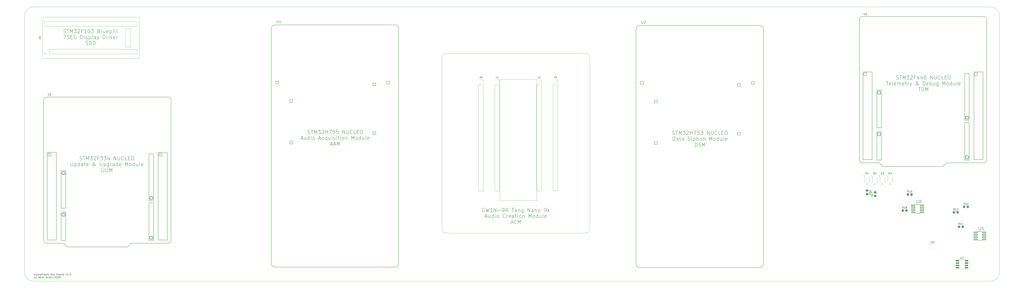
<source format=gbr>
%TF.GenerationSoftware,KiCad,Pcbnew,9.0.0+dfsg-1*%
%TF.CreationDate,2025-06-19T15:00:10-07:00*%
%TF.ProjectId,signalmesh,7369676e-616c-46d6-9573-682e6b696361,rev?*%
%TF.SameCoordinates,Original*%
%TF.FileFunction,Legend,Top*%
%TF.FilePolarity,Positive*%
%FSLAX46Y46*%
G04 Gerber Fmt 4.6, Leading zero omitted, Abs format (unit mm)*
G04 Created by KiCad (PCBNEW 9.0.0+dfsg-1) date 2025-06-19 15:00:10*
%MOMM*%
%LPD*%
G01*
G04 APERTURE LIST*
G04 Aperture macros list*
%AMRoundRect*
0 Rectangle with rounded corners*
0 $1 Rounding radius*
0 $2 $3 $4 $5 $6 $7 $8 $9 X,Y pos of 4 corners*
0 Add a 4 corners polygon primitive as box body*
4,1,4,$2,$3,$4,$5,$6,$7,$8,$9,$2,$3,0*
0 Add four circle primitives for the rounded corners*
1,1,$1+$1,$2,$3*
1,1,$1+$1,$4,$5*
1,1,$1+$1,$6,$7*
1,1,$1+$1,$8,$9*
0 Add four rect primitives between the rounded corners*
20,1,$1+$1,$2,$3,$4,$5,0*
20,1,$1+$1,$4,$5,$6,$7,0*
20,1,$1+$1,$6,$7,$8,$9,0*
20,1,$1+$1,$8,$9,$2,$3,0*%
G04 Aperture macros list end*
%ADD10C,0.100000*%
%ADD11C,0.200000*%
%ADD12C,0.150000*%
%ADD13C,0.120000*%
%ADD14C,0.127000*%
%ADD15C,0.152400*%
%ADD16RoundRect,0.250000X-0.350000X-0.450000X0.350000X-0.450000X0.350000X0.450000X-0.350000X0.450000X0*%
%ADD17R,0.800000X1.600000*%
%ADD18O,0.800000X1.600000*%
%ADD19RoundRect,0.250000X0.450000X-0.350000X0.450000X0.350000X-0.450000X0.350000X-0.450000X-0.350000X0*%
%ADD20RoundRect,0.250000X-0.450000X0.350000X-0.450000X-0.350000X0.450000X-0.350000X0.450000X0.350000X0*%
%ADD21C,3.200000*%
%ADD22RoundRect,0.102000X-0.754000X-0.754000X0.754000X-0.754000X0.754000X0.754000X-0.754000X0.754000X0*%
%ADD23C,1.712000*%
%ADD24R,0.350000X0.500000*%
%ADD25R,1.700000X1.700000*%
%ADD26C,1.700000*%
%ADD27C,3.000000*%
%ADD28RoundRect,0.102000X-0.802500X-0.802500X0.802500X-0.802500X0.802500X0.802500X-0.802500X0.802500X0*%
%ADD29C,1.809000*%
%ADD30RoundRect,0.102000X-0.765000X-0.765000X0.765000X-0.765000X0.765000X0.765000X-0.765000X0.765000X0*%
%ADD31C,1.734000*%
%ADD32RoundRect,0.102000X-0.990600X-0.279400X0.990600X-0.279400X0.990600X0.279400X-0.990600X0.279400X0*%
%ADD33RoundRect,0.150000X-0.825000X-0.150000X0.825000X-0.150000X0.825000X0.150000X-0.825000X0.150000X0*%
%TA.AperFunction,Profile*%
%ADD34C,0.050000*%
%TD*%
G04 APERTURE END LIST*
D10*
X290500000Y-89825000D02*
X310820000Y-89825000D01*
X310820000Y-156500000D01*
X290500000Y-156500000D01*
X290500000Y-89825000D01*
D11*
X385476000Y-120155586D02*
X385764000Y-120251586D01*
X385764000Y-120251586D02*
X386244000Y-120251586D01*
X386244000Y-120251586D02*
X386436000Y-120155586D01*
X386436000Y-120155586D02*
X386532000Y-120059586D01*
X386532000Y-120059586D02*
X386628000Y-119867586D01*
X386628000Y-119867586D02*
X386628000Y-119675586D01*
X386628000Y-119675586D02*
X386532000Y-119483586D01*
X386532000Y-119483586D02*
X386436000Y-119387586D01*
X386436000Y-119387586D02*
X386244000Y-119291586D01*
X386244000Y-119291586D02*
X385860000Y-119195586D01*
X385860000Y-119195586D02*
X385668000Y-119099586D01*
X385668000Y-119099586D02*
X385572000Y-119003586D01*
X385572000Y-119003586D02*
X385476000Y-118811586D01*
X385476000Y-118811586D02*
X385476000Y-118619586D01*
X385476000Y-118619586D02*
X385572000Y-118427586D01*
X385572000Y-118427586D02*
X385668000Y-118331586D01*
X385668000Y-118331586D02*
X385860000Y-118235586D01*
X385860000Y-118235586D02*
X386340000Y-118235586D01*
X386340000Y-118235586D02*
X386628000Y-118331586D01*
X387204000Y-118235586D02*
X388356000Y-118235586D01*
X387780000Y-120251586D02*
X387780000Y-118235586D01*
X389028000Y-120251586D02*
X389028000Y-118235586D01*
X389028000Y-118235586D02*
X389700000Y-119675586D01*
X389700000Y-119675586D02*
X390372000Y-118235586D01*
X390372000Y-118235586D02*
X390372000Y-120251586D01*
X391140000Y-118235586D02*
X392388000Y-118235586D01*
X392388000Y-118235586D02*
X391716000Y-119003586D01*
X391716000Y-119003586D02*
X392004000Y-119003586D01*
X392004000Y-119003586D02*
X392196000Y-119099586D01*
X392196000Y-119099586D02*
X392292000Y-119195586D01*
X392292000Y-119195586D02*
X392388000Y-119387586D01*
X392388000Y-119387586D02*
X392388000Y-119867586D01*
X392388000Y-119867586D02*
X392292000Y-120059586D01*
X392292000Y-120059586D02*
X392196000Y-120155586D01*
X392196000Y-120155586D02*
X392004000Y-120251586D01*
X392004000Y-120251586D02*
X391428000Y-120251586D01*
X391428000Y-120251586D02*
X391236000Y-120155586D01*
X391236000Y-120155586D02*
X391140000Y-120059586D01*
X393156000Y-118427586D02*
X393252000Y-118331586D01*
X393252000Y-118331586D02*
X393444000Y-118235586D01*
X393444000Y-118235586D02*
X393924000Y-118235586D01*
X393924000Y-118235586D02*
X394116000Y-118331586D01*
X394116000Y-118331586D02*
X394212000Y-118427586D01*
X394212000Y-118427586D02*
X394308000Y-118619586D01*
X394308000Y-118619586D02*
X394308000Y-118811586D01*
X394308000Y-118811586D02*
X394212000Y-119099586D01*
X394212000Y-119099586D02*
X393060000Y-120251586D01*
X393060000Y-120251586D02*
X394308000Y-120251586D01*
X395172000Y-120251586D02*
X395172000Y-118235586D01*
X395172000Y-119195586D02*
X396324000Y-119195586D01*
X396324000Y-120251586D02*
X396324000Y-118235586D01*
X397092000Y-118235586D02*
X398436000Y-118235586D01*
X398436000Y-118235586D02*
X397572000Y-120251586D01*
X400164000Y-118235586D02*
X399204000Y-118235586D01*
X399204000Y-118235586D02*
X399108000Y-119195586D01*
X399108000Y-119195586D02*
X399204000Y-119099586D01*
X399204000Y-119099586D02*
X399396000Y-119003586D01*
X399396000Y-119003586D02*
X399876000Y-119003586D01*
X399876000Y-119003586D02*
X400068000Y-119099586D01*
X400068000Y-119099586D02*
X400164000Y-119195586D01*
X400164000Y-119195586D02*
X400260000Y-119387586D01*
X400260000Y-119387586D02*
X400260000Y-119867586D01*
X400260000Y-119867586D02*
X400164000Y-120059586D01*
X400164000Y-120059586D02*
X400068000Y-120155586D01*
X400068000Y-120155586D02*
X399876000Y-120251586D01*
X399876000Y-120251586D02*
X399396000Y-120251586D01*
X399396000Y-120251586D02*
X399204000Y-120155586D01*
X399204000Y-120155586D02*
X399108000Y-120059586D01*
X400932000Y-118235586D02*
X402180000Y-118235586D01*
X402180000Y-118235586D02*
X401508000Y-119003586D01*
X401508000Y-119003586D02*
X401796000Y-119003586D01*
X401796000Y-119003586D02*
X401988000Y-119099586D01*
X401988000Y-119099586D02*
X402084000Y-119195586D01*
X402084000Y-119195586D02*
X402180000Y-119387586D01*
X402180000Y-119387586D02*
X402180000Y-119867586D01*
X402180000Y-119867586D02*
X402084000Y-120059586D01*
X402084000Y-120059586D02*
X401988000Y-120155586D01*
X401988000Y-120155586D02*
X401796000Y-120251586D01*
X401796000Y-120251586D02*
X401220000Y-120251586D01*
X401220000Y-120251586D02*
X401028000Y-120155586D01*
X401028000Y-120155586D02*
X400932000Y-120059586D01*
X404580000Y-120251586D02*
X404580000Y-118235586D01*
X404580000Y-118235586D02*
X405732000Y-120251586D01*
X405732000Y-120251586D02*
X405732000Y-118235586D01*
X406692000Y-118235586D02*
X406692000Y-119867586D01*
X406692000Y-119867586D02*
X406788000Y-120059586D01*
X406788000Y-120059586D02*
X406884000Y-120155586D01*
X406884000Y-120155586D02*
X407076000Y-120251586D01*
X407076000Y-120251586D02*
X407460000Y-120251586D01*
X407460000Y-120251586D02*
X407652000Y-120155586D01*
X407652000Y-120155586D02*
X407748000Y-120059586D01*
X407748000Y-120059586D02*
X407844000Y-119867586D01*
X407844000Y-119867586D02*
X407844000Y-118235586D01*
X409956000Y-120059586D02*
X409860000Y-120155586D01*
X409860000Y-120155586D02*
X409572000Y-120251586D01*
X409572000Y-120251586D02*
X409380000Y-120251586D01*
X409380000Y-120251586D02*
X409092000Y-120155586D01*
X409092000Y-120155586D02*
X408900000Y-119963586D01*
X408900000Y-119963586D02*
X408804000Y-119771586D01*
X408804000Y-119771586D02*
X408708000Y-119387586D01*
X408708000Y-119387586D02*
X408708000Y-119099586D01*
X408708000Y-119099586D02*
X408804000Y-118715586D01*
X408804000Y-118715586D02*
X408900000Y-118523586D01*
X408900000Y-118523586D02*
X409092000Y-118331586D01*
X409092000Y-118331586D02*
X409380000Y-118235586D01*
X409380000Y-118235586D02*
X409572000Y-118235586D01*
X409572000Y-118235586D02*
X409860000Y-118331586D01*
X409860000Y-118331586D02*
X409956000Y-118427586D01*
X411780000Y-120251586D02*
X410820000Y-120251586D01*
X410820000Y-120251586D02*
X410820000Y-118235586D01*
X412452000Y-119195586D02*
X413124000Y-119195586D01*
X413412000Y-120251586D02*
X412452000Y-120251586D01*
X412452000Y-120251586D02*
X412452000Y-118235586D01*
X412452000Y-118235586D02*
X413412000Y-118235586D01*
X414660000Y-118235586D02*
X415044000Y-118235586D01*
X415044000Y-118235586D02*
X415236000Y-118331586D01*
X415236000Y-118331586D02*
X415428000Y-118523586D01*
X415428000Y-118523586D02*
X415524000Y-118907586D01*
X415524000Y-118907586D02*
X415524000Y-119579586D01*
X415524000Y-119579586D02*
X415428000Y-119963586D01*
X415428000Y-119963586D02*
X415236000Y-120155586D01*
X415236000Y-120155586D02*
X415044000Y-120251586D01*
X415044000Y-120251586D02*
X414660000Y-120251586D01*
X414660000Y-120251586D02*
X414468000Y-120155586D01*
X414468000Y-120155586D02*
X414276000Y-119963586D01*
X414276000Y-119963586D02*
X414180000Y-119579586D01*
X414180000Y-119579586D02*
X414180000Y-118907586D01*
X414180000Y-118907586D02*
X414276000Y-118523586D01*
X414276000Y-118523586D02*
X414468000Y-118331586D01*
X414468000Y-118331586D02*
X414660000Y-118235586D01*
X385668000Y-123497233D02*
X385668000Y-121481233D01*
X385668000Y-121481233D02*
X386148000Y-121481233D01*
X386148000Y-121481233D02*
X386436000Y-121577233D01*
X386436000Y-121577233D02*
X386628000Y-121769233D01*
X386628000Y-121769233D02*
X386724000Y-121961233D01*
X386724000Y-121961233D02*
X386820000Y-122345233D01*
X386820000Y-122345233D02*
X386820000Y-122633233D01*
X386820000Y-122633233D02*
X386724000Y-123017233D01*
X386724000Y-123017233D02*
X386628000Y-123209233D01*
X386628000Y-123209233D02*
X386436000Y-123401233D01*
X386436000Y-123401233D02*
X386148000Y-123497233D01*
X386148000Y-123497233D02*
X385668000Y-123497233D01*
X388548000Y-123497233D02*
X388548000Y-122441233D01*
X388548000Y-122441233D02*
X388452000Y-122249233D01*
X388452000Y-122249233D02*
X388260000Y-122153233D01*
X388260000Y-122153233D02*
X387876000Y-122153233D01*
X387876000Y-122153233D02*
X387684000Y-122249233D01*
X388548000Y-123401233D02*
X388356000Y-123497233D01*
X388356000Y-123497233D02*
X387876000Y-123497233D01*
X387876000Y-123497233D02*
X387684000Y-123401233D01*
X387684000Y-123401233D02*
X387588000Y-123209233D01*
X387588000Y-123209233D02*
X387588000Y-123017233D01*
X387588000Y-123017233D02*
X387684000Y-122825233D01*
X387684000Y-122825233D02*
X387876000Y-122729233D01*
X387876000Y-122729233D02*
X388356000Y-122729233D01*
X388356000Y-122729233D02*
X388548000Y-122633233D01*
X389220000Y-122153233D02*
X389988000Y-122153233D01*
X389508000Y-121481233D02*
X389508000Y-123209233D01*
X389508000Y-123209233D02*
X389604000Y-123401233D01*
X389604000Y-123401233D02*
X389796000Y-123497233D01*
X389796000Y-123497233D02*
X389988000Y-123497233D01*
X391524000Y-123497233D02*
X391524000Y-122441233D01*
X391524000Y-122441233D02*
X391428000Y-122249233D01*
X391428000Y-122249233D02*
X391236000Y-122153233D01*
X391236000Y-122153233D02*
X390852000Y-122153233D01*
X390852000Y-122153233D02*
X390660000Y-122249233D01*
X391524000Y-123401233D02*
X391332000Y-123497233D01*
X391332000Y-123497233D02*
X390852000Y-123497233D01*
X390852000Y-123497233D02*
X390660000Y-123401233D01*
X390660000Y-123401233D02*
X390564000Y-123209233D01*
X390564000Y-123209233D02*
X390564000Y-123017233D01*
X390564000Y-123017233D02*
X390660000Y-122825233D01*
X390660000Y-122825233D02*
X390852000Y-122729233D01*
X390852000Y-122729233D02*
X391332000Y-122729233D01*
X391332000Y-122729233D02*
X391524000Y-122633233D01*
X393924000Y-123401233D02*
X394212000Y-123497233D01*
X394212000Y-123497233D02*
X394692000Y-123497233D01*
X394692000Y-123497233D02*
X394884000Y-123401233D01*
X394884000Y-123401233D02*
X394980000Y-123305233D01*
X394980000Y-123305233D02*
X395076000Y-123113233D01*
X395076000Y-123113233D02*
X395076000Y-122921233D01*
X395076000Y-122921233D02*
X394980000Y-122729233D01*
X394980000Y-122729233D02*
X394884000Y-122633233D01*
X394884000Y-122633233D02*
X394692000Y-122537233D01*
X394692000Y-122537233D02*
X394308000Y-122441233D01*
X394308000Y-122441233D02*
X394116000Y-122345233D01*
X394116000Y-122345233D02*
X394020000Y-122249233D01*
X394020000Y-122249233D02*
X393924000Y-122057233D01*
X393924000Y-122057233D02*
X393924000Y-121865233D01*
X393924000Y-121865233D02*
X394020000Y-121673233D01*
X394020000Y-121673233D02*
X394116000Y-121577233D01*
X394116000Y-121577233D02*
X394308000Y-121481233D01*
X394308000Y-121481233D02*
X394788000Y-121481233D01*
X394788000Y-121481233D02*
X395076000Y-121577233D01*
X395940000Y-123497233D02*
X395940000Y-122153233D01*
X395940000Y-121481233D02*
X395844000Y-121577233D01*
X395844000Y-121577233D02*
X395940000Y-121673233D01*
X395940000Y-121673233D02*
X396036000Y-121577233D01*
X396036000Y-121577233D02*
X395940000Y-121481233D01*
X395940000Y-121481233D02*
X395940000Y-121673233D01*
X396900000Y-122153233D02*
X396900000Y-124169233D01*
X396900000Y-122249233D02*
X397092000Y-122153233D01*
X397092000Y-122153233D02*
X397476000Y-122153233D01*
X397476000Y-122153233D02*
X397668000Y-122249233D01*
X397668000Y-122249233D02*
X397764000Y-122345233D01*
X397764000Y-122345233D02*
X397860000Y-122537233D01*
X397860000Y-122537233D02*
X397860000Y-123113233D01*
X397860000Y-123113233D02*
X397764000Y-123305233D01*
X397764000Y-123305233D02*
X397668000Y-123401233D01*
X397668000Y-123401233D02*
X397476000Y-123497233D01*
X397476000Y-123497233D02*
X397092000Y-123497233D01*
X397092000Y-123497233D02*
X396900000Y-123401233D01*
X398724000Y-123497233D02*
X398724000Y-121481233D01*
X399588000Y-123497233D02*
X399588000Y-122441233D01*
X399588000Y-122441233D02*
X399492000Y-122249233D01*
X399492000Y-122249233D02*
X399300000Y-122153233D01*
X399300000Y-122153233D02*
X399012000Y-122153233D01*
X399012000Y-122153233D02*
X398820000Y-122249233D01*
X398820000Y-122249233D02*
X398724000Y-122345233D01*
X400836000Y-123497233D02*
X400644000Y-123401233D01*
X400644000Y-123401233D02*
X400548000Y-123305233D01*
X400548000Y-123305233D02*
X400452000Y-123113233D01*
X400452000Y-123113233D02*
X400452000Y-122537233D01*
X400452000Y-122537233D02*
X400548000Y-122345233D01*
X400548000Y-122345233D02*
X400644000Y-122249233D01*
X400644000Y-122249233D02*
X400836000Y-122153233D01*
X400836000Y-122153233D02*
X401124000Y-122153233D01*
X401124000Y-122153233D02*
X401316000Y-122249233D01*
X401316000Y-122249233D02*
X401412000Y-122345233D01*
X401412000Y-122345233D02*
X401508000Y-122537233D01*
X401508000Y-122537233D02*
X401508000Y-123113233D01*
X401508000Y-123113233D02*
X401412000Y-123305233D01*
X401412000Y-123305233D02*
X401316000Y-123401233D01*
X401316000Y-123401233D02*
X401124000Y-123497233D01*
X401124000Y-123497233D02*
X400836000Y-123497233D01*
X402372000Y-122153233D02*
X402372000Y-123497233D01*
X402372000Y-122345233D02*
X402468000Y-122249233D01*
X402468000Y-122249233D02*
X402660000Y-122153233D01*
X402660000Y-122153233D02*
X402948000Y-122153233D01*
X402948000Y-122153233D02*
X403140000Y-122249233D01*
X403140000Y-122249233D02*
X403236000Y-122441233D01*
X403236000Y-122441233D02*
X403236000Y-123497233D01*
X405732000Y-123497233D02*
X405732000Y-121481233D01*
X405732000Y-121481233D02*
X406404000Y-122921233D01*
X406404000Y-122921233D02*
X407076000Y-121481233D01*
X407076000Y-121481233D02*
X407076000Y-123497233D01*
X408324000Y-123497233D02*
X408132000Y-123401233D01*
X408132000Y-123401233D02*
X408036000Y-123305233D01*
X408036000Y-123305233D02*
X407940000Y-123113233D01*
X407940000Y-123113233D02*
X407940000Y-122537233D01*
X407940000Y-122537233D02*
X408036000Y-122345233D01*
X408036000Y-122345233D02*
X408132000Y-122249233D01*
X408132000Y-122249233D02*
X408324000Y-122153233D01*
X408324000Y-122153233D02*
X408612000Y-122153233D01*
X408612000Y-122153233D02*
X408804000Y-122249233D01*
X408804000Y-122249233D02*
X408900000Y-122345233D01*
X408900000Y-122345233D02*
X408996000Y-122537233D01*
X408996000Y-122537233D02*
X408996000Y-123113233D01*
X408996000Y-123113233D02*
X408900000Y-123305233D01*
X408900000Y-123305233D02*
X408804000Y-123401233D01*
X408804000Y-123401233D02*
X408612000Y-123497233D01*
X408612000Y-123497233D02*
X408324000Y-123497233D01*
X410724000Y-123497233D02*
X410724000Y-121481233D01*
X410724000Y-123401233D02*
X410532000Y-123497233D01*
X410532000Y-123497233D02*
X410148000Y-123497233D01*
X410148000Y-123497233D02*
X409956000Y-123401233D01*
X409956000Y-123401233D02*
X409860000Y-123305233D01*
X409860000Y-123305233D02*
X409764000Y-123113233D01*
X409764000Y-123113233D02*
X409764000Y-122537233D01*
X409764000Y-122537233D02*
X409860000Y-122345233D01*
X409860000Y-122345233D02*
X409956000Y-122249233D01*
X409956000Y-122249233D02*
X410148000Y-122153233D01*
X410148000Y-122153233D02*
X410532000Y-122153233D01*
X410532000Y-122153233D02*
X410724000Y-122249233D01*
X412548000Y-122153233D02*
X412548000Y-123497233D01*
X411684000Y-122153233D02*
X411684000Y-123209233D01*
X411684000Y-123209233D02*
X411780000Y-123401233D01*
X411780000Y-123401233D02*
X411972000Y-123497233D01*
X411972000Y-123497233D02*
X412260000Y-123497233D01*
X412260000Y-123497233D02*
X412452000Y-123401233D01*
X412452000Y-123401233D02*
X412548000Y-123305233D01*
X413796000Y-123497233D02*
X413604000Y-123401233D01*
X413604000Y-123401233D02*
X413508000Y-123209233D01*
X413508000Y-123209233D02*
X413508000Y-121481233D01*
X415332000Y-123401233D02*
X415140000Y-123497233D01*
X415140000Y-123497233D02*
X414756000Y-123497233D01*
X414756000Y-123497233D02*
X414564000Y-123401233D01*
X414564000Y-123401233D02*
X414468000Y-123209233D01*
X414468000Y-123209233D02*
X414468000Y-122441233D01*
X414468000Y-122441233D02*
X414564000Y-122249233D01*
X414564000Y-122249233D02*
X414756000Y-122153233D01*
X414756000Y-122153233D02*
X415140000Y-122153233D01*
X415140000Y-122153233D02*
X415332000Y-122249233D01*
X415332000Y-122249233D02*
X415428000Y-122441233D01*
X415428000Y-122441233D02*
X415428000Y-122633233D01*
X415428000Y-122633233D02*
X414468000Y-122825233D01*
X397860000Y-126742880D02*
X397860000Y-124726880D01*
X397860000Y-124726880D02*
X398340000Y-124726880D01*
X398340000Y-124726880D02*
X398628000Y-124822880D01*
X398628000Y-124822880D02*
X398820000Y-125014880D01*
X398820000Y-125014880D02*
X398916000Y-125206880D01*
X398916000Y-125206880D02*
X399012000Y-125590880D01*
X399012000Y-125590880D02*
X399012000Y-125878880D01*
X399012000Y-125878880D02*
X398916000Y-126262880D01*
X398916000Y-126262880D02*
X398820000Y-126454880D01*
X398820000Y-126454880D02*
X398628000Y-126646880D01*
X398628000Y-126646880D02*
X398340000Y-126742880D01*
X398340000Y-126742880D02*
X397860000Y-126742880D01*
X399780000Y-126646880D02*
X400068000Y-126742880D01*
X400068000Y-126742880D02*
X400548000Y-126742880D01*
X400548000Y-126742880D02*
X400740000Y-126646880D01*
X400740000Y-126646880D02*
X400836000Y-126550880D01*
X400836000Y-126550880D02*
X400932000Y-126358880D01*
X400932000Y-126358880D02*
X400932000Y-126166880D01*
X400932000Y-126166880D02*
X400836000Y-125974880D01*
X400836000Y-125974880D02*
X400740000Y-125878880D01*
X400740000Y-125878880D02*
X400548000Y-125782880D01*
X400548000Y-125782880D02*
X400164000Y-125686880D01*
X400164000Y-125686880D02*
X399972000Y-125590880D01*
X399972000Y-125590880D02*
X399876000Y-125494880D01*
X399876000Y-125494880D02*
X399780000Y-125302880D01*
X399780000Y-125302880D02*
X399780000Y-125110880D01*
X399780000Y-125110880D02*
X399876000Y-124918880D01*
X399876000Y-124918880D02*
X399972000Y-124822880D01*
X399972000Y-124822880D02*
X400164000Y-124726880D01*
X400164000Y-124726880D02*
X400644000Y-124726880D01*
X400644000Y-124726880D02*
X400932000Y-124822880D01*
X401796000Y-126742880D02*
X401796000Y-124726880D01*
X401796000Y-124726880D02*
X402468000Y-126166880D01*
X402468000Y-126166880D02*
X403140000Y-124726880D01*
X403140000Y-124726880D02*
X403140000Y-126742880D01*
X34502054Y-197589656D02*
X34597292Y-197637275D01*
X34597292Y-197637275D02*
X34787768Y-197637275D01*
X34787768Y-197637275D02*
X34883006Y-197589656D01*
X34883006Y-197589656D02*
X34930625Y-197494417D01*
X34930625Y-197494417D02*
X34930625Y-197446798D01*
X34930625Y-197446798D02*
X34883006Y-197351560D01*
X34883006Y-197351560D02*
X34787768Y-197303941D01*
X34787768Y-197303941D02*
X34644911Y-197303941D01*
X34644911Y-197303941D02*
X34549673Y-197256322D01*
X34549673Y-197256322D02*
X34502054Y-197161084D01*
X34502054Y-197161084D02*
X34502054Y-197113465D01*
X34502054Y-197113465D02*
X34549673Y-197018227D01*
X34549673Y-197018227D02*
X34644911Y-196970608D01*
X34644911Y-196970608D02*
X34787768Y-196970608D01*
X34787768Y-196970608D02*
X34883006Y-197018227D01*
X35359197Y-197637275D02*
X35359197Y-196970608D01*
X35359197Y-196637275D02*
X35311578Y-196684894D01*
X35311578Y-196684894D02*
X35359197Y-196732513D01*
X35359197Y-196732513D02*
X35406816Y-196684894D01*
X35406816Y-196684894D02*
X35359197Y-196637275D01*
X35359197Y-196637275D02*
X35359197Y-196732513D01*
X36263958Y-196970608D02*
X36263958Y-197780132D01*
X36263958Y-197780132D02*
X36216339Y-197875370D01*
X36216339Y-197875370D02*
X36168720Y-197922989D01*
X36168720Y-197922989D02*
X36073482Y-197970608D01*
X36073482Y-197970608D02*
X35930625Y-197970608D01*
X35930625Y-197970608D02*
X35835387Y-197922989D01*
X36263958Y-197589656D02*
X36168720Y-197637275D01*
X36168720Y-197637275D02*
X35978244Y-197637275D01*
X35978244Y-197637275D02*
X35883006Y-197589656D01*
X35883006Y-197589656D02*
X35835387Y-197542036D01*
X35835387Y-197542036D02*
X35787768Y-197446798D01*
X35787768Y-197446798D02*
X35787768Y-197161084D01*
X35787768Y-197161084D02*
X35835387Y-197065846D01*
X35835387Y-197065846D02*
X35883006Y-197018227D01*
X35883006Y-197018227D02*
X35978244Y-196970608D01*
X35978244Y-196970608D02*
X36168720Y-196970608D01*
X36168720Y-196970608D02*
X36263958Y-197018227D01*
X36740149Y-196970608D02*
X36740149Y-197637275D01*
X36740149Y-197065846D02*
X36787768Y-197018227D01*
X36787768Y-197018227D02*
X36883006Y-196970608D01*
X36883006Y-196970608D02*
X37025863Y-196970608D01*
X37025863Y-196970608D02*
X37121101Y-197018227D01*
X37121101Y-197018227D02*
X37168720Y-197113465D01*
X37168720Y-197113465D02*
X37168720Y-197637275D01*
X38073482Y-197637275D02*
X38073482Y-197113465D01*
X38073482Y-197113465D02*
X38025863Y-197018227D01*
X38025863Y-197018227D02*
X37930625Y-196970608D01*
X37930625Y-196970608D02*
X37740149Y-196970608D01*
X37740149Y-196970608D02*
X37644911Y-197018227D01*
X38073482Y-197589656D02*
X37978244Y-197637275D01*
X37978244Y-197637275D02*
X37740149Y-197637275D01*
X37740149Y-197637275D02*
X37644911Y-197589656D01*
X37644911Y-197589656D02*
X37597292Y-197494417D01*
X37597292Y-197494417D02*
X37597292Y-197399179D01*
X37597292Y-197399179D02*
X37644911Y-197303941D01*
X37644911Y-197303941D02*
X37740149Y-197256322D01*
X37740149Y-197256322D02*
X37978244Y-197256322D01*
X37978244Y-197256322D02*
X38073482Y-197208703D01*
X38692530Y-197637275D02*
X38597292Y-197589656D01*
X38597292Y-197589656D02*
X38549673Y-197494417D01*
X38549673Y-197494417D02*
X38549673Y-196637275D01*
X39073483Y-197637275D02*
X39073483Y-196970608D01*
X39073483Y-197065846D02*
X39121102Y-197018227D01*
X39121102Y-197018227D02*
X39216340Y-196970608D01*
X39216340Y-196970608D02*
X39359197Y-196970608D01*
X39359197Y-196970608D02*
X39454435Y-197018227D01*
X39454435Y-197018227D02*
X39502054Y-197113465D01*
X39502054Y-197113465D02*
X39502054Y-197637275D01*
X39502054Y-197113465D02*
X39549673Y-197018227D01*
X39549673Y-197018227D02*
X39644911Y-196970608D01*
X39644911Y-196970608D02*
X39787768Y-196970608D01*
X39787768Y-196970608D02*
X39883007Y-197018227D01*
X39883007Y-197018227D02*
X39930626Y-197113465D01*
X39930626Y-197113465D02*
X39930626Y-197637275D01*
X40787768Y-197589656D02*
X40692530Y-197637275D01*
X40692530Y-197637275D02*
X40502054Y-197637275D01*
X40502054Y-197637275D02*
X40406816Y-197589656D01*
X40406816Y-197589656D02*
X40359197Y-197494417D01*
X40359197Y-197494417D02*
X40359197Y-197113465D01*
X40359197Y-197113465D02*
X40406816Y-197018227D01*
X40406816Y-197018227D02*
X40502054Y-196970608D01*
X40502054Y-196970608D02*
X40692530Y-196970608D01*
X40692530Y-196970608D02*
X40787768Y-197018227D01*
X40787768Y-197018227D02*
X40835387Y-197113465D01*
X40835387Y-197113465D02*
X40835387Y-197208703D01*
X40835387Y-197208703D02*
X40359197Y-197303941D01*
X41216340Y-197589656D02*
X41311578Y-197637275D01*
X41311578Y-197637275D02*
X41502054Y-197637275D01*
X41502054Y-197637275D02*
X41597292Y-197589656D01*
X41597292Y-197589656D02*
X41644911Y-197494417D01*
X41644911Y-197494417D02*
X41644911Y-197446798D01*
X41644911Y-197446798D02*
X41597292Y-197351560D01*
X41597292Y-197351560D02*
X41502054Y-197303941D01*
X41502054Y-197303941D02*
X41359197Y-197303941D01*
X41359197Y-197303941D02*
X41263959Y-197256322D01*
X41263959Y-197256322D02*
X41216340Y-197161084D01*
X41216340Y-197161084D02*
X41216340Y-197113465D01*
X41216340Y-197113465D02*
X41263959Y-197018227D01*
X41263959Y-197018227D02*
X41359197Y-196970608D01*
X41359197Y-196970608D02*
X41502054Y-196970608D01*
X41502054Y-196970608D02*
X41597292Y-197018227D01*
X42073483Y-197637275D02*
X42073483Y-196637275D01*
X42502054Y-197637275D02*
X42502054Y-197113465D01*
X42502054Y-197113465D02*
X42454435Y-197018227D01*
X42454435Y-197018227D02*
X42359197Y-196970608D01*
X42359197Y-196970608D02*
X42216340Y-196970608D01*
X42216340Y-196970608D02*
X42121102Y-197018227D01*
X42121102Y-197018227D02*
X42073483Y-197065846D01*
X44168721Y-197637275D02*
X44168721Y-196637275D01*
X44168721Y-197589656D02*
X44073483Y-197637275D01*
X44073483Y-197637275D02*
X43883007Y-197637275D01*
X43883007Y-197637275D02*
X43787769Y-197589656D01*
X43787769Y-197589656D02*
X43740150Y-197542036D01*
X43740150Y-197542036D02*
X43692531Y-197446798D01*
X43692531Y-197446798D02*
X43692531Y-197161084D01*
X43692531Y-197161084D02*
X43740150Y-197065846D01*
X43740150Y-197065846D02*
X43787769Y-197018227D01*
X43787769Y-197018227D02*
X43883007Y-196970608D01*
X43883007Y-196970608D02*
X44073483Y-196970608D01*
X44073483Y-196970608D02*
X44168721Y-197018227D01*
X45025864Y-197589656D02*
X44930626Y-197637275D01*
X44930626Y-197637275D02*
X44740150Y-197637275D01*
X44740150Y-197637275D02*
X44644912Y-197589656D01*
X44644912Y-197589656D02*
X44597293Y-197494417D01*
X44597293Y-197494417D02*
X44597293Y-197113465D01*
X44597293Y-197113465D02*
X44644912Y-197018227D01*
X44644912Y-197018227D02*
X44740150Y-196970608D01*
X44740150Y-196970608D02*
X44930626Y-196970608D01*
X44930626Y-196970608D02*
X45025864Y-197018227D01*
X45025864Y-197018227D02*
X45073483Y-197113465D01*
X45073483Y-197113465D02*
X45073483Y-197208703D01*
X45073483Y-197208703D02*
X44597293Y-197303941D01*
X45406817Y-196970608D02*
X45644912Y-197637275D01*
X45644912Y-197637275D02*
X45883007Y-196970608D01*
X47025865Y-197637275D02*
X47025865Y-196637275D01*
X47025865Y-197018227D02*
X47121103Y-196970608D01*
X47121103Y-196970608D02*
X47311579Y-196970608D01*
X47311579Y-196970608D02*
X47406817Y-197018227D01*
X47406817Y-197018227D02*
X47454436Y-197065846D01*
X47454436Y-197065846D02*
X47502055Y-197161084D01*
X47502055Y-197161084D02*
X47502055Y-197446798D01*
X47502055Y-197446798D02*
X47454436Y-197542036D01*
X47454436Y-197542036D02*
X47406817Y-197589656D01*
X47406817Y-197589656D02*
X47311579Y-197637275D01*
X47311579Y-197637275D02*
X47121103Y-197637275D01*
X47121103Y-197637275D02*
X47025865Y-197589656D01*
X48073484Y-197637275D02*
X47978246Y-197589656D01*
X47978246Y-197589656D02*
X47930627Y-197542036D01*
X47930627Y-197542036D02*
X47883008Y-197446798D01*
X47883008Y-197446798D02*
X47883008Y-197161084D01*
X47883008Y-197161084D02*
X47930627Y-197065846D01*
X47930627Y-197065846D02*
X47978246Y-197018227D01*
X47978246Y-197018227D02*
X48073484Y-196970608D01*
X48073484Y-196970608D02*
X48216341Y-196970608D01*
X48216341Y-196970608D02*
X48311579Y-197018227D01*
X48311579Y-197018227D02*
X48359198Y-197065846D01*
X48359198Y-197065846D02*
X48406817Y-197161084D01*
X48406817Y-197161084D02*
X48406817Y-197446798D01*
X48406817Y-197446798D02*
X48359198Y-197542036D01*
X48359198Y-197542036D02*
X48311579Y-197589656D01*
X48311579Y-197589656D02*
X48216341Y-197637275D01*
X48216341Y-197637275D02*
X48073484Y-197637275D01*
X49263960Y-197637275D02*
X49263960Y-197113465D01*
X49263960Y-197113465D02*
X49216341Y-197018227D01*
X49216341Y-197018227D02*
X49121103Y-196970608D01*
X49121103Y-196970608D02*
X48930627Y-196970608D01*
X48930627Y-196970608D02*
X48835389Y-197018227D01*
X49263960Y-197589656D02*
X49168722Y-197637275D01*
X49168722Y-197637275D02*
X48930627Y-197637275D01*
X48930627Y-197637275D02*
X48835389Y-197589656D01*
X48835389Y-197589656D02*
X48787770Y-197494417D01*
X48787770Y-197494417D02*
X48787770Y-197399179D01*
X48787770Y-197399179D02*
X48835389Y-197303941D01*
X48835389Y-197303941D02*
X48930627Y-197256322D01*
X48930627Y-197256322D02*
X49168722Y-197256322D01*
X49168722Y-197256322D02*
X49263960Y-197208703D01*
X49740151Y-197637275D02*
X49740151Y-196970608D01*
X49740151Y-197161084D02*
X49787770Y-197065846D01*
X49787770Y-197065846D02*
X49835389Y-197018227D01*
X49835389Y-197018227D02*
X49930627Y-196970608D01*
X49930627Y-196970608D02*
X50025865Y-196970608D01*
X50787770Y-197637275D02*
X50787770Y-196637275D01*
X50787770Y-197589656D02*
X50692532Y-197637275D01*
X50692532Y-197637275D02*
X50502056Y-197637275D01*
X50502056Y-197637275D02*
X50406818Y-197589656D01*
X50406818Y-197589656D02*
X50359199Y-197542036D01*
X50359199Y-197542036D02*
X50311580Y-197446798D01*
X50311580Y-197446798D02*
X50311580Y-197161084D01*
X50311580Y-197161084D02*
X50359199Y-197065846D01*
X50359199Y-197065846D02*
X50406818Y-197018227D01*
X50406818Y-197018227D02*
X50502056Y-196970608D01*
X50502056Y-196970608D02*
X50692532Y-196970608D01*
X50692532Y-196970608D02*
X50787770Y-197018227D01*
X51930628Y-196970608D02*
X52168723Y-197637275D01*
X52168723Y-197637275D02*
X52406818Y-196970608D01*
X53311580Y-197637275D02*
X52740152Y-197637275D01*
X53025866Y-197637275D02*
X53025866Y-196637275D01*
X53025866Y-196637275D02*
X52930628Y-196780132D01*
X52930628Y-196780132D02*
X52835390Y-196875370D01*
X52835390Y-196875370D02*
X52740152Y-196922989D01*
X53740152Y-197542036D02*
X53787771Y-197589656D01*
X53787771Y-197589656D02*
X53740152Y-197637275D01*
X53740152Y-197637275D02*
X53692533Y-197589656D01*
X53692533Y-197589656D02*
X53740152Y-197542036D01*
X53740152Y-197542036D02*
X53740152Y-197637275D01*
X54406818Y-196637275D02*
X54502056Y-196637275D01*
X54502056Y-196637275D02*
X54597294Y-196684894D01*
X54597294Y-196684894D02*
X54644913Y-196732513D01*
X54644913Y-196732513D02*
X54692532Y-196827751D01*
X54692532Y-196827751D02*
X54740151Y-197018227D01*
X54740151Y-197018227D02*
X54740151Y-197256322D01*
X54740151Y-197256322D02*
X54692532Y-197446798D01*
X54692532Y-197446798D02*
X54644913Y-197542036D01*
X54644913Y-197542036D02*
X54597294Y-197589656D01*
X54597294Y-197589656D02*
X54502056Y-197637275D01*
X54502056Y-197637275D02*
X54406818Y-197637275D01*
X54406818Y-197637275D02*
X54311580Y-197589656D01*
X54311580Y-197589656D02*
X54263961Y-197542036D01*
X54263961Y-197542036D02*
X54216342Y-197446798D01*
X54216342Y-197446798D02*
X54168723Y-197256322D01*
X54168723Y-197256322D02*
X54168723Y-197018227D01*
X54168723Y-197018227D02*
X54216342Y-196827751D01*
X54216342Y-196827751D02*
X54263961Y-196732513D01*
X54263961Y-196732513D02*
X54311580Y-196684894D01*
X54311580Y-196684894D02*
X54406818Y-196637275D01*
X34549673Y-199247219D02*
X34549673Y-198247219D01*
X34549673Y-198628171D02*
X34644911Y-198580552D01*
X34644911Y-198580552D02*
X34835387Y-198580552D01*
X34835387Y-198580552D02*
X34930625Y-198628171D01*
X34930625Y-198628171D02*
X34978244Y-198675790D01*
X34978244Y-198675790D02*
X35025863Y-198771028D01*
X35025863Y-198771028D02*
X35025863Y-199056742D01*
X35025863Y-199056742D02*
X34978244Y-199151980D01*
X34978244Y-199151980D02*
X34930625Y-199199600D01*
X34930625Y-199199600D02*
X34835387Y-199247219D01*
X34835387Y-199247219D02*
X34644911Y-199247219D01*
X34644911Y-199247219D02*
X34549673Y-199199600D01*
X35359197Y-198580552D02*
X35597292Y-199247219D01*
X35835387Y-198580552D02*
X35597292Y-199247219D01*
X35597292Y-199247219D02*
X35502054Y-199485314D01*
X35502054Y-199485314D02*
X35454435Y-199532933D01*
X35454435Y-199532933D02*
X35359197Y-199580552D01*
X36930626Y-198961504D02*
X37406816Y-198961504D01*
X36835388Y-199247219D02*
X37168721Y-198247219D01*
X37168721Y-198247219D02*
X37502054Y-199247219D01*
X37835388Y-199247219D02*
X37835388Y-198247219D01*
X37930626Y-198866266D02*
X38216340Y-199247219D01*
X38216340Y-198580552D02*
X37835388Y-198961504D01*
X38644912Y-199247219D02*
X38644912Y-198580552D01*
X38644912Y-198247219D02*
X38597293Y-198294838D01*
X38597293Y-198294838D02*
X38644912Y-198342457D01*
X38644912Y-198342457D02*
X38692531Y-198294838D01*
X38692531Y-198294838D02*
X38644912Y-198247219D01*
X38644912Y-198247219D02*
X38644912Y-198342457D01*
X39502054Y-199199600D02*
X39406816Y-199247219D01*
X39406816Y-199247219D02*
X39216340Y-199247219D01*
X39216340Y-199247219D02*
X39121102Y-199199600D01*
X39121102Y-199199600D02*
X39073483Y-199104361D01*
X39073483Y-199104361D02*
X39073483Y-198723409D01*
X39073483Y-198723409D02*
X39121102Y-198628171D01*
X39121102Y-198628171D02*
X39216340Y-198580552D01*
X39216340Y-198580552D02*
X39406816Y-198580552D01*
X39406816Y-198580552D02*
X39502054Y-198628171D01*
X39502054Y-198628171D02*
X39549673Y-198723409D01*
X39549673Y-198723409D02*
X39549673Y-198818647D01*
X39549673Y-198818647D02*
X39073483Y-198913885D01*
X40121102Y-199247219D02*
X40025864Y-199199600D01*
X40025864Y-199199600D02*
X39978245Y-199104361D01*
X39978245Y-199104361D02*
X39978245Y-198247219D01*
X41216341Y-198961504D02*
X41692531Y-198961504D01*
X41121103Y-199247219D02*
X41454436Y-198247219D01*
X41454436Y-198247219D02*
X41787769Y-199247219D01*
X42121103Y-199247219D02*
X42121103Y-198580552D01*
X42121103Y-198771028D02*
X42168722Y-198675790D01*
X42168722Y-198675790D02*
X42216341Y-198628171D01*
X42216341Y-198628171D02*
X42311579Y-198580552D01*
X42311579Y-198580552D02*
X42406817Y-198580552D01*
X42740151Y-199247219D02*
X42740151Y-198580552D01*
X42740151Y-198247219D02*
X42692532Y-198294838D01*
X42692532Y-198294838D02*
X42740151Y-198342457D01*
X42740151Y-198342457D02*
X42787770Y-198294838D01*
X42787770Y-198294838D02*
X42740151Y-198247219D01*
X42740151Y-198247219D02*
X42740151Y-198342457D01*
X43597293Y-199199600D02*
X43502055Y-199247219D01*
X43502055Y-199247219D02*
X43311579Y-199247219D01*
X43311579Y-199247219D02*
X43216341Y-199199600D01*
X43216341Y-199199600D02*
X43168722Y-199104361D01*
X43168722Y-199104361D02*
X43168722Y-198723409D01*
X43168722Y-198723409D02*
X43216341Y-198628171D01*
X43216341Y-198628171D02*
X43311579Y-198580552D01*
X43311579Y-198580552D02*
X43502055Y-198580552D01*
X43502055Y-198580552D02*
X43597293Y-198628171D01*
X43597293Y-198628171D02*
X43644912Y-198723409D01*
X43644912Y-198723409D02*
X43644912Y-198818647D01*
X43644912Y-198818647D02*
X43168722Y-198913885D01*
X44025865Y-199199600D02*
X44121103Y-199247219D01*
X44121103Y-199247219D02*
X44311579Y-199247219D01*
X44311579Y-199247219D02*
X44406817Y-199199600D01*
X44406817Y-199199600D02*
X44454436Y-199104361D01*
X44454436Y-199104361D02*
X44454436Y-199056742D01*
X44454436Y-199056742D02*
X44406817Y-198961504D01*
X44406817Y-198961504D02*
X44311579Y-198913885D01*
X44311579Y-198913885D02*
X44168722Y-198913885D01*
X44168722Y-198913885D02*
X44073484Y-198866266D01*
X44073484Y-198866266D02*
X44025865Y-198771028D01*
X44025865Y-198771028D02*
X44025865Y-198723409D01*
X44025865Y-198723409D02*
X44073484Y-198628171D01*
X44073484Y-198628171D02*
X44168722Y-198580552D01*
X44168722Y-198580552D02*
X44311579Y-198580552D01*
X44311579Y-198580552D02*
X44406817Y-198628171D01*
X45597294Y-198342457D02*
X45644913Y-198294838D01*
X45644913Y-198294838D02*
X45740151Y-198247219D01*
X45740151Y-198247219D02*
X45978246Y-198247219D01*
X45978246Y-198247219D02*
X46073484Y-198294838D01*
X46073484Y-198294838D02*
X46121103Y-198342457D01*
X46121103Y-198342457D02*
X46168722Y-198437695D01*
X46168722Y-198437695D02*
X46168722Y-198532933D01*
X46168722Y-198532933D02*
X46121103Y-198675790D01*
X46121103Y-198675790D02*
X45549675Y-199247219D01*
X45549675Y-199247219D02*
X46168722Y-199247219D01*
X46787770Y-198247219D02*
X46883008Y-198247219D01*
X46883008Y-198247219D02*
X46978246Y-198294838D01*
X46978246Y-198294838D02*
X47025865Y-198342457D01*
X47025865Y-198342457D02*
X47073484Y-198437695D01*
X47073484Y-198437695D02*
X47121103Y-198628171D01*
X47121103Y-198628171D02*
X47121103Y-198866266D01*
X47121103Y-198866266D02*
X47073484Y-199056742D01*
X47073484Y-199056742D02*
X47025865Y-199151980D01*
X47025865Y-199151980D02*
X46978246Y-199199600D01*
X46978246Y-199199600D02*
X46883008Y-199247219D01*
X46883008Y-199247219D02*
X46787770Y-199247219D01*
X46787770Y-199247219D02*
X46692532Y-199199600D01*
X46692532Y-199199600D02*
X46644913Y-199151980D01*
X46644913Y-199151980D02*
X46597294Y-199056742D01*
X46597294Y-199056742D02*
X46549675Y-198866266D01*
X46549675Y-198866266D02*
X46549675Y-198628171D01*
X46549675Y-198628171D02*
X46597294Y-198437695D01*
X46597294Y-198437695D02*
X46644913Y-198342457D01*
X46644913Y-198342457D02*
X46692532Y-198294838D01*
X46692532Y-198294838D02*
X46787770Y-198247219D01*
X47502056Y-198342457D02*
X47549675Y-198294838D01*
X47549675Y-198294838D02*
X47644913Y-198247219D01*
X47644913Y-198247219D02*
X47883008Y-198247219D01*
X47883008Y-198247219D02*
X47978246Y-198294838D01*
X47978246Y-198294838D02*
X48025865Y-198342457D01*
X48025865Y-198342457D02*
X48073484Y-198437695D01*
X48073484Y-198437695D02*
X48073484Y-198532933D01*
X48073484Y-198532933D02*
X48025865Y-198675790D01*
X48025865Y-198675790D02*
X47454437Y-199247219D01*
X47454437Y-199247219D02*
X48073484Y-199247219D01*
X48978246Y-198247219D02*
X48502056Y-198247219D01*
X48502056Y-198247219D02*
X48454437Y-198723409D01*
X48454437Y-198723409D02*
X48502056Y-198675790D01*
X48502056Y-198675790D02*
X48597294Y-198628171D01*
X48597294Y-198628171D02*
X48835389Y-198628171D01*
X48835389Y-198628171D02*
X48930627Y-198675790D01*
X48930627Y-198675790D02*
X48978246Y-198723409D01*
X48978246Y-198723409D02*
X49025865Y-198818647D01*
X49025865Y-198818647D02*
X49025865Y-199056742D01*
X49025865Y-199056742D02*
X48978246Y-199151980D01*
X48978246Y-199151980D02*
X48930627Y-199199600D01*
X48930627Y-199199600D02*
X48835389Y-199247219D01*
X48835389Y-199247219D02*
X48597294Y-199247219D01*
X48597294Y-199247219D02*
X48502056Y-199199600D01*
X48502056Y-199199600D02*
X48454437Y-199151980D01*
X59668000Y-134155586D02*
X59956000Y-134251586D01*
X59956000Y-134251586D02*
X60436000Y-134251586D01*
X60436000Y-134251586D02*
X60628000Y-134155586D01*
X60628000Y-134155586D02*
X60724000Y-134059586D01*
X60724000Y-134059586D02*
X60820000Y-133867586D01*
X60820000Y-133867586D02*
X60820000Y-133675586D01*
X60820000Y-133675586D02*
X60724000Y-133483586D01*
X60724000Y-133483586D02*
X60628000Y-133387586D01*
X60628000Y-133387586D02*
X60436000Y-133291586D01*
X60436000Y-133291586D02*
X60052000Y-133195586D01*
X60052000Y-133195586D02*
X59860000Y-133099586D01*
X59860000Y-133099586D02*
X59764000Y-133003586D01*
X59764000Y-133003586D02*
X59668000Y-132811586D01*
X59668000Y-132811586D02*
X59668000Y-132619586D01*
X59668000Y-132619586D02*
X59764000Y-132427586D01*
X59764000Y-132427586D02*
X59860000Y-132331586D01*
X59860000Y-132331586D02*
X60052000Y-132235586D01*
X60052000Y-132235586D02*
X60532000Y-132235586D01*
X60532000Y-132235586D02*
X60820000Y-132331586D01*
X61396000Y-132235586D02*
X62548000Y-132235586D01*
X61972000Y-134251586D02*
X61972000Y-132235586D01*
X63220000Y-134251586D02*
X63220000Y-132235586D01*
X63220000Y-132235586D02*
X63892000Y-133675586D01*
X63892000Y-133675586D02*
X64564000Y-132235586D01*
X64564000Y-132235586D02*
X64564000Y-134251586D01*
X65332000Y-132235586D02*
X66580000Y-132235586D01*
X66580000Y-132235586D02*
X65908000Y-133003586D01*
X65908000Y-133003586D02*
X66196000Y-133003586D01*
X66196000Y-133003586D02*
X66388000Y-133099586D01*
X66388000Y-133099586D02*
X66484000Y-133195586D01*
X66484000Y-133195586D02*
X66580000Y-133387586D01*
X66580000Y-133387586D02*
X66580000Y-133867586D01*
X66580000Y-133867586D02*
X66484000Y-134059586D01*
X66484000Y-134059586D02*
X66388000Y-134155586D01*
X66388000Y-134155586D02*
X66196000Y-134251586D01*
X66196000Y-134251586D02*
X65620000Y-134251586D01*
X65620000Y-134251586D02*
X65428000Y-134155586D01*
X65428000Y-134155586D02*
X65332000Y-134059586D01*
X67348000Y-132427586D02*
X67444000Y-132331586D01*
X67444000Y-132331586D02*
X67636000Y-132235586D01*
X67636000Y-132235586D02*
X68116000Y-132235586D01*
X68116000Y-132235586D02*
X68308000Y-132331586D01*
X68308000Y-132331586D02*
X68404000Y-132427586D01*
X68404000Y-132427586D02*
X68500000Y-132619586D01*
X68500000Y-132619586D02*
X68500000Y-132811586D01*
X68500000Y-132811586D02*
X68404000Y-133099586D01*
X68404000Y-133099586D02*
X67252000Y-134251586D01*
X67252000Y-134251586D02*
X68500000Y-134251586D01*
X70036000Y-133195586D02*
X69364000Y-133195586D01*
X69364000Y-134251586D02*
X69364000Y-132235586D01*
X69364000Y-132235586D02*
X70324000Y-132235586D01*
X70900000Y-132235586D02*
X72148000Y-132235586D01*
X72148000Y-132235586D02*
X71476000Y-133003586D01*
X71476000Y-133003586D02*
X71764000Y-133003586D01*
X71764000Y-133003586D02*
X71956000Y-133099586D01*
X71956000Y-133099586D02*
X72052000Y-133195586D01*
X72052000Y-133195586D02*
X72148000Y-133387586D01*
X72148000Y-133387586D02*
X72148000Y-133867586D01*
X72148000Y-133867586D02*
X72052000Y-134059586D01*
X72052000Y-134059586D02*
X71956000Y-134155586D01*
X71956000Y-134155586D02*
X71764000Y-134251586D01*
X71764000Y-134251586D02*
X71188000Y-134251586D01*
X71188000Y-134251586D02*
X70996000Y-134155586D01*
X70996000Y-134155586D02*
X70900000Y-134059586D01*
X72820000Y-132235586D02*
X74068000Y-132235586D01*
X74068000Y-132235586D02*
X73396000Y-133003586D01*
X73396000Y-133003586D02*
X73684000Y-133003586D01*
X73684000Y-133003586D02*
X73876000Y-133099586D01*
X73876000Y-133099586D02*
X73972000Y-133195586D01*
X73972000Y-133195586D02*
X74068000Y-133387586D01*
X74068000Y-133387586D02*
X74068000Y-133867586D01*
X74068000Y-133867586D02*
X73972000Y-134059586D01*
X73972000Y-134059586D02*
X73876000Y-134155586D01*
X73876000Y-134155586D02*
X73684000Y-134251586D01*
X73684000Y-134251586D02*
X73108000Y-134251586D01*
X73108000Y-134251586D02*
X72916000Y-134155586D01*
X72916000Y-134155586D02*
X72820000Y-134059586D01*
X75796000Y-132907586D02*
X75796000Y-134251586D01*
X75316000Y-132139586D02*
X74836000Y-133579586D01*
X74836000Y-133579586D02*
X76084000Y-133579586D01*
X78388000Y-134251586D02*
X78388000Y-132235586D01*
X78388000Y-132235586D02*
X79540000Y-134251586D01*
X79540000Y-134251586D02*
X79540000Y-132235586D01*
X80500000Y-132235586D02*
X80500000Y-133867586D01*
X80500000Y-133867586D02*
X80596000Y-134059586D01*
X80596000Y-134059586D02*
X80692000Y-134155586D01*
X80692000Y-134155586D02*
X80884000Y-134251586D01*
X80884000Y-134251586D02*
X81268000Y-134251586D01*
X81268000Y-134251586D02*
X81460000Y-134155586D01*
X81460000Y-134155586D02*
X81556000Y-134059586D01*
X81556000Y-134059586D02*
X81652000Y-133867586D01*
X81652000Y-133867586D02*
X81652000Y-132235586D01*
X83764000Y-134059586D02*
X83668000Y-134155586D01*
X83668000Y-134155586D02*
X83380000Y-134251586D01*
X83380000Y-134251586D02*
X83188000Y-134251586D01*
X83188000Y-134251586D02*
X82900000Y-134155586D01*
X82900000Y-134155586D02*
X82708000Y-133963586D01*
X82708000Y-133963586D02*
X82612000Y-133771586D01*
X82612000Y-133771586D02*
X82516000Y-133387586D01*
X82516000Y-133387586D02*
X82516000Y-133099586D01*
X82516000Y-133099586D02*
X82612000Y-132715586D01*
X82612000Y-132715586D02*
X82708000Y-132523586D01*
X82708000Y-132523586D02*
X82900000Y-132331586D01*
X82900000Y-132331586D02*
X83188000Y-132235586D01*
X83188000Y-132235586D02*
X83380000Y-132235586D01*
X83380000Y-132235586D02*
X83668000Y-132331586D01*
X83668000Y-132331586D02*
X83764000Y-132427586D01*
X85588000Y-134251586D02*
X84628000Y-134251586D01*
X84628000Y-134251586D02*
X84628000Y-132235586D01*
X86260000Y-133195586D02*
X86932000Y-133195586D01*
X87220000Y-134251586D02*
X86260000Y-134251586D01*
X86260000Y-134251586D02*
X86260000Y-132235586D01*
X86260000Y-132235586D02*
X87220000Y-132235586D01*
X88468000Y-132235586D02*
X88852000Y-132235586D01*
X88852000Y-132235586D02*
X89044000Y-132331586D01*
X89044000Y-132331586D02*
X89236000Y-132523586D01*
X89236000Y-132523586D02*
X89332000Y-132907586D01*
X89332000Y-132907586D02*
X89332000Y-133579586D01*
X89332000Y-133579586D02*
X89236000Y-133963586D01*
X89236000Y-133963586D02*
X89044000Y-134155586D01*
X89044000Y-134155586D02*
X88852000Y-134251586D01*
X88852000Y-134251586D02*
X88468000Y-134251586D01*
X88468000Y-134251586D02*
X88276000Y-134155586D01*
X88276000Y-134155586D02*
X88084000Y-133963586D01*
X88084000Y-133963586D02*
X87988000Y-133579586D01*
X87988000Y-133579586D02*
X87988000Y-132907586D01*
X87988000Y-132907586D02*
X88084000Y-132523586D01*
X88084000Y-132523586D02*
X88276000Y-132331586D01*
X88276000Y-132331586D02*
X88468000Y-132235586D01*
X54724000Y-135481233D02*
X54724000Y-137113233D01*
X54724000Y-137113233D02*
X54820000Y-137305233D01*
X54820000Y-137305233D02*
X54916000Y-137401233D01*
X54916000Y-137401233D02*
X55108000Y-137497233D01*
X55108000Y-137497233D02*
X55492000Y-137497233D01*
X55492000Y-137497233D02*
X55684000Y-137401233D01*
X55684000Y-137401233D02*
X55780000Y-137305233D01*
X55780000Y-137305233D02*
X55876000Y-137113233D01*
X55876000Y-137113233D02*
X55876000Y-135481233D01*
X56836000Y-136153233D02*
X56836000Y-138169233D01*
X56836000Y-136249233D02*
X57028000Y-136153233D01*
X57028000Y-136153233D02*
X57412000Y-136153233D01*
X57412000Y-136153233D02*
X57604000Y-136249233D01*
X57604000Y-136249233D02*
X57700000Y-136345233D01*
X57700000Y-136345233D02*
X57796000Y-136537233D01*
X57796000Y-136537233D02*
X57796000Y-137113233D01*
X57796000Y-137113233D02*
X57700000Y-137305233D01*
X57700000Y-137305233D02*
X57604000Y-137401233D01*
X57604000Y-137401233D02*
X57412000Y-137497233D01*
X57412000Y-137497233D02*
X57028000Y-137497233D01*
X57028000Y-137497233D02*
X56836000Y-137401233D01*
X59524000Y-137497233D02*
X59524000Y-135481233D01*
X59524000Y-137401233D02*
X59332000Y-137497233D01*
X59332000Y-137497233D02*
X58948000Y-137497233D01*
X58948000Y-137497233D02*
X58756000Y-137401233D01*
X58756000Y-137401233D02*
X58660000Y-137305233D01*
X58660000Y-137305233D02*
X58564000Y-137113233D01*
X58564000Y-137113233D02*
X58564000Y-136537233D01*
X58564000Y-136537233D02*
X58660000Y-136345233D01*
X58660000Y-136345233D02*
X58756000Y-136249233D01*
X58756000Y-136249233D02*
X58948000Y-136153233D01*
X58948000Y-136153233D02*
X59332000Y-136153233D01*
X59332000Y-136153233D02*
X59524000Y-136249233D01*
X61348000Y-137497233D02*
X61348000Y-136441233D01*
X61348000Y-136441233D02*
X61252000Y-136249233D01*
X61252000Y-136249233D02*
X61060000Y-136153233D01*
X61060000Y-136153233D02*
X60676000Y-136153233D01*
X60676000Y-136153233D02*
X60484000Y-136249233D01*
X61348000Y-137401233D02*
X61156000Y-137497233D01*
X61156000Y-137497233D02*
X60676000Y-137497233D01*
X60676000Y-137497233D02*
X60484000Y-137401233D01*
X60484000Y-137401233D02*
X60388000Y-137209233D01*
X60388000Y-137209233D02*
X60388000Y-137017233D01*
X60388000Y-137017233D02*
X60484000Y-136825233D01*
X60484000Y-136825233D02*
X60676000Y-136729233D01*
X60676000Y-136729233D02*
X61156000Y-136729233D01*
X61156000Y-136729233D02*
X61348000Y-136633233D01*
X62020000Y-136153233D02*
X62788000Y-136153233D01*
X62308000Y-135481233D02*
X62308000Y-137209233D01*
X62308000Y-137209233D02*
X62404000Y-137401233D01*
X62404000Y-137401233D02*
X62596000Y-137497233D01*
X62596000Y-137497233D02*
X62788000Y-137497233D01*
X64228000Y-137401233D02*
X64036000Y-137497233D01*
X64036000Y-137497233D02*
X63652000Y-137497233D01*
X63652000Y-137497233D02*
X63460000Y-137401233D01*
X63460000Y-137401233D02*
X63364000Y-137209233D01*
X63364000Y-137209233D02*
X63364000Y-136441233D01*
X63364000Y-136441233D02*
X63460000Y-136249233D01*
X63460000Y-136249233D02*
X63652000Y-136153233D01*
X63652000Y-136153233D02*
X64036000Y-136153233D01*
X64036000Y-136153233D02*
X64228000Y-136249233D01*
X64228000Y-136249233D02*
X64324000Y-136441233D01*
X64324000Y-136441233D02*
X64324000Y-136633233D01*
X64324000Y-136633233D02*
X63364000Y-136825233D01*
X68356000Y-137497233D02*
X68260000Y-137497233D01*
X68260000Y-137497233D02*
X68068000Y-137401233D01*
X68068000Y-137401233D02*
X67780000Y-137113233D01*
X67780000Y-137113233D02*
X67300000Y-136537233D01*
X67300000Y-136537233D02*
X67108000Y-136249233D01*
X67108000Y-136249233D02*
X67012000Y-135961233D01*
X67012000Y-135961233D02*
X67012000Y-135769233D01*
X67012000Y-135769233D02*
X67108000Y-135577233D01*
X67108000Y-135577233D02*
X67300000Y-135481233D01*
X67300000Y-135481233D02*
X67396000Y-135481233D01*
X67396000Y-135481233D02*
X67588000Y-135577233D01*
X67588000Y-135577233D02*
X67684000Y-135769233D01*
X67684000Y-135769233D02*
X67684000Y-135865233D01*
X67684000Y-135865233D02*
X67588000Y-136057233D01*
X67588000Y-136057233D02*
X67492000Y-136153233D01*
X67492000Y-136153233D02*
X66916000Y-136537233D01*
X66916000Y-136537233D02*
X66820000Y-136633233D01*
X66820000Y-136633233D02*
X66724000Y-136825233D01*
X66724000Y-136825233D02*
X66724000Y-137113233D01*
X66724000Y-137113233D02*
X66820000Y-137305233D01*
X66820000Y-137305233D02*
X66916000Y-137401233D01*
X66916000Y-137401233D02*
X67108000Y-137497233D01*
X67108000Y-137497233D02*
X67396000Y-137497233D01*
X67396000Y-137497233D02*
X67588000Y-137401233D01*
X67588000Y-137401233D02*
X67684000Y-137305233D01*
X67684000Y-137305233D02*
X67972000Y-136921233D01*
X67972000Y-136921233D02*
X68068000Y-136633233D01*
X68068000Y-136633233D02*
X68068000Y-136441233D01*
X70756000Y-135481233D02*
X70756000Y-137113233D01*
X70756000Y-137113233D02*
X70852000Y-137305233D01*
X70852000Y-137305233D02*
X70948000Y-137401233D01*
X70948000Y-137401233D02*
X71140000Y-137497233D01*
X71140000Y-137497233D02*
X71524000Y-137497233D01*
X71524000Y-137497233D02*
X71716000Y-137401233D01*
X71716000Y-137401233D02*
X71812000Y-137305233D01*
X71812000Y-137305233D02*
X71908000Y-137113233D01*
X71908000Y-137113233D02*
X71908000Y-135481233D01*
X72868000Y-136153233D02*
X72868000Y-138169233D01*
X72868000Y-136249233D02*
X73060000Y-136153233D01*
X73060000Y-136153233D02*
X73444000Y-136153233D01*
X73444000Y-136153233D02*
X73636000Y-136249233D01*
X73636000Y-136249233D02*
X73732000Y-136345233D01*
X73732000Y-136345233D02*
X73828000Y-136537233D01*
X73828000Y-136537233D02*
X73828000Y-137113233D01*
X73828000Y-137113233D02*
X73732000Y-137305233D01*
X73732000Y-137305233D02*
X73636000Y-137401233D01*
X73636000Y-137401233D02*
X73444000Y-137497233D01*
X73444000Y-137497233D02*
X73060000Y-137497233D01*
X73060000Y-137497233D02*
X72868000Y-137401233D01*
X75556000Y-136153233D02*
X75556000Y-137785233D01*
X75556000Y-137785233D02*
X75460000Y-137977233D01*
X75460000Y-137977233D02*
X75364000Y-138073233D01*
X75364000Y-138073233D02*
X75172000Y-138169233D01*
X75172000Y-138169233D02*
X74884000Y-138169233D01*
X74884000Y-138169233D02*
X74692000Y-138073233D01*
X75556000Y-137401233D02*
X75364000Y-137497233D01*
X75364000Y-137497233D02*
X74980000Y-137497233D01*
X74980000Y-137497233D02*
X74788000Y-137401233D01*
X74788000Y-137401233D02*
X74692000Y-137305233D01*
X74692000Y-137305233D02*
X74596000Y-137113233D01*
X74596000Y-137113233D02*
X74596000Y-136537233D01*
X74596000Y-136537233D02*
X74692000Y-136345233D01*
X74692000Y-136345233D02*
X74788000Y-136249233D01*
X74788000Y-136249233D02*
X74980000Y-136153233D01*
X74980000Y-136153233D02*
X75364000Y-136153233D01*
X75364000Y-136153233D02*
X75556000Y-136249233D01*
X76516000Y-137497233D02*
X76516000Y-136153233D01*
X76516000Y-136537233D02*
X76612000Y-136345233D01*
X76612000Y-136345233D02*
X76708000Y-136249233D01*
X76708000Y-136249233D02*
X76900000Y-136153233D01*
X76900000Y-136153233D02*
X77092000Y-136153233D01*
X78628000Y-137497233D02*
X78628000Y-136441233D01*
X78628000Y-136441233D02*
X78532000Y-136249233D01*
X78532000Y-136249233D02*
X78340000Y-136153233D01*
X78340000Y-136153233D02*
X77956000Y-136153233D01*
X77956000Y-136153233D02*
X77764000Y-136249233D01*
X78628000Y-137401233D02*
X78436000Y-137497233D01*
X78436000Y-137497233D02*
X77956000Y-137497233D01*
X77956000Y-137497233D02*
X77764000Y-137401233D01*
X77764000Y-137401233D02*
X77668000Y-137209233D01*
X77668000Y-137209233D02*
X77668000Y-137017233D01*
X77668000Y-137017233D02*
X77764000Y-136825233D01*
X77764000Y-136825233D02*
X77956000Y-136729233D01*
X77956000Y-136729233D02*
X78436000Y-136729233D01*
X78436000Y-136729233D02*
X78628000Y-136633233D01*
X80452000Y-137497233D02*
X80452000Y-135481233D01*
X80452000Y-137401233D02*
X80260000Y-137497233D01*
X80260000Y-137497233D02*
X79876000Y-137497233D01*
X79876000Y-137497233D02*
X79684000Y-137401233D01*
X79684000Y-137401233D02*
X79588000Y-137305233D01*
X79588000Y-137305233D02*
X79492000Y-137113233D01*
X79492000Y-137113233D02*
X79492000Y-136537233D01*
X79492000Y-136537233D02*
X79588000Y-136345233D01*
X79588000Y-136345233D02*
X79684000Y-136249233D01*
X79684000Y-136249233D02*
X79876000Y-136153233D01*
X79876000Y-136153233D02*
X80260000Y-136153233D01*
X80260000Y-136153233D02*
X80452000Y-136249233D01*
X82180000Y-137401233D02*
X81988000Y-137497233D01*
X81988000Y-137497233D02*
X81604000Y-137497233D01*
X81604000Y-137497233D02*
X81412000Y-137401233D01*
X81412000Y-137401233D02*
X81316000Y-137209233D01*
X81316000Y-137209233D02*
X81316000Y-136441233D01*
X81316000Y-136441233D02*
X81412000Y-136249233D01*
X81412000Y-136249233D02*
X81604000Y-136153233D01*
X81604000Y-136153233D02*
X81988000Y-136153233D01*
X81988000Y-136153233D02*
X82180000Y-136249233D01*
X82180000Y-136249233D02*
X82276000Y-136441233D01*
X82276000Y-136441233D02*
X82276000Y-136633233D01*
X82276000Y-136633233D02*
X81316000Y-136825233D01*
X84676000Y-137497233D02*
X84676000Y-135481233D01*
X84676000Y-135481233D02*
X85348000Y-136921233D01*
X85348000Y-136921233D02*
X86020000Y-135481233D01*
X86020000Y-135481233D02*
X86020000Y-137497233D01*
X87268000Y-137497233D02*
X87076000Y-137401233D01*
X87076000Y-137401233D02*
X86980000Y-137305233D01*
X86980000Y-137305233D02*
X86884000Y-137113233D01*
X86884000Y-137113233D02*
X86884000Y-136537233D01*
X86884000Y-136537233D02*
X86980000Y-136345233D01*
X86980000Y-136345233D02*
X87076000Y-136249233D01*
X87076000Y-136249233D02*
X87268000Y-136153233D01*
X87268000Y-136153233D02*
X87556000Y-136153233D01*
X87556000Y-136153233D02*
X87748000Y-136249233D01*
X87748000Y-136249233D02*
X87844000Y-136345233D01*
X87844000Y-136345233D02*
X87940000Y-136537233D01*
X87940000Y-136537233D02*
X87940000Y-137113233D01*
X87940000Y-137113233D02*
X87844000Y-137305233D01*
X87844000Y-137305233D02*
X87748000Y-137401233D01*
X87748000Y-137401233D02*
X87556000Y-137497233D01*
X87556000Y-137497233D02*
X87268000Y-137497233D01*
X89668000Y-137497233D02*
X89668000Y-135481233D01*
X89668000Y-137401233D02*
X89476000Y-137497233D01*
X89476000Y-137497233D02*
X89092000Y-137497233D01*
X89092000Y-137497233D02*
X88900000Y-137401233D01*
X88900000Y-137401233D02*
X88804000Y-137305233D01*
X88804000Y-137305233D02*
X88708000Y-137113233D01*
X88708000Y-137113233D02*
X88708000Y-136537233D01*
X88708000Y-136537233D02*
X88804000Y-136345233D01*
X88804000Y-136345233D02*
X88900000Y-136249233D01*
X88900000Y-136249233D02*
X89092000Y-136153233D01*
X89092000Y-136153233D02*
X89476000Y-136153233D01*
X89476000Y-136153233D02*
X89668000Y-136249233D01*
X91492000Y-136153233D02*
X91492000Y-137497233D01*
X90628000Y-136153233D02*
X90628000Y-137209233D01*
X90628000Y-137209233D02*
X90724000Y-137401233D01*
X90724000Y-137401233D02*
X90916000Y-137497233D01*
X90916000Y-137497233D02*
X91204000Y-137497233D01*
X91204000Y-137497233D02*
X91396000Y-137401233D01*
X91396000Y-137401233D02*
X91492000Y-137305233D01*
X92740000Y-137497233D02*
X92548000Y-137401233D01*
X92548000Y-137401233D02*
X92452000Y-137209233D01*
X92452000Y-137209233D02*
X92452000Y-135481233D01*
X94276000Y-137401233D02*
X94084000Y-137497233D01*
X94084000Y-137497233D02*
X93700000Y-137497233D01*
X93700000Y-137497233D02*
X93508000Y-137401233D01*
X93508000Y-137401233D02*
X93412000Y-137209233D01*
X93412000Y-137209233D02*
X93412000Y-136441233D01*
X93412000Y-136441233D02*
X93508000Y-136249233D01*
X93508000Y-136249233D02*
X93700000Y-136153233D01*
X93700000Y-136153233D02*
X94084000Y-136153233D01*
X94084000Y-136153233D02*
X94276000Y-136249233D01*
X94276000Y-136249233D02*
X94372000Y-136441233D01*
X94372000Y-136441233D02*
X94372000Y-136633233D01*
X94372000Y-136633233D02*
X93412000Y-136825233D01*
X71716000Y-138726880D02*
X71716000Y-140358880D01*
X71716000Y-140358880D02*
X71812000Y-140550880D01*
X71812000Y-140550880D02*
X71908000Y-140646880D01*
X71908000Y-140646880D02*
X72100000Y-140742880D01*
X72100000Y-140742880D02*
X72484000Y-140742880D01*
X72484000Y-140742880D02*
X72676000Y-140646880D01*
X72676000Y-140646880D02*
X72772000Y-140550880D01*
X72772000Y-140550880D02*
X72868000Y-140358880D01*
X72868000Y-140358880D02*
X72868000Y-138726880D01*
X73828000Y-138726880D02*
X73828000Y-140358880D01*
X73828000Y-140358880D02*
X73924000Y-140550880D01*
X73924000Y-140550880D02*
X74020000Y-140646880D01*
X74020000Y-140646880D02*
X74212000Y-140742880D01*
X74212000Y-140742880D02*
X74596000Y-140742880D01*
X74596000Y-140742880D02*
X74788000Y-140646880D01*
X74788000Y-140646880D02*
X74884000Y-140550880D01*
X74884000Y-140550880D02*
X74980000Y-140358880D01*
X74980000Y-140358880D02*
X74980000Y-138726880D01*
X75940000Y-140742880D02*
X75940000Y-138726880D01*
X75940000Y-138726880D02*
X76612000Y-140166880D01*
X76612000Y-140166880D02*
X77284000Y-138726880D01*
X77284000Y-138726880D02*
X77284000Y-140742880D01*
X508528000Y-89655586D02*
X508816000Y-89751586D01*
X508816000Y-89751586D02*
X509296000Y-89751586D01*
X509296000Y-89751586D02*
X509488000Y-89655586D01*
X509488000Y-89655586D02*
X509584000Y-89559586D01*
X509584000Y-89559586D02*
X509680000Y-89367586D01*
X509680000Y-89367586D02*
X509680000Y-89175586D01*
X509680000Y-89175586D02*
X509584000Y-88983586D01*
X509584000Y-88983586D02*
X509488000Y-88887586D01*
X509488000Y-88887586D02*
X509296000Y-88791586D01*
X509296000Y-88791586D02*
X508912000Y-88695586D01*
X508912000Y-88695586D02*
X508720000Y-88599586D01*
X508720000Y-88599586D02*
X508624000Y-88503586D01*
X508624000Y-88503586D02*
X508528000Y-88311586D01*
X508528000Y-88311586D02*
X508528000Y-88119586D01*
X508528000Y-88119586D02*
X508624000Y-87927586D01*
X508624000Y-87927586D02*
X508720000Y-87831586D01*
X508720000Y-87831586D02*
X508912000Y-87735586D01*
X508912000Y-87735586D02*
X509392000Y-87735586D01*
X509392000Y-87735586D02*
X509680000Y-87831586D01*
X510256000Y-87735586D02*
X511408000Y-87735586D01*
X510832000Y-89751586D02*
X510832000Y-87735586D01*
X512080000Y-89751586D02*
X512080000Y-87735586D01*
X512080000Y-87735586D02*
X512752000Y-89175586D01*
X512752000Y-89175586D02*
X513424000Y-87735586D01*
X513424000Y-87735586D02*
X513424000Y-89751586D01*
X514192000Y-87735586D02*
X515440000Y-87735586D01*
X515440000Y-87735586D02*
X514768000Y-88503586D01*
X514768000Y-88503586D02*
X515056000Y-88503586D01*
X515056000Y-88503586D02*
X515248000Y-88599586D01*
X515248000Y-88599586D02*
X515344000Y-88695586D01*
X515344000Y-88695586D02*
X515440000Y-88887586D01*
X515440000Y-88887586D02*
X515440000Y-89367586D01*
X515440000Y-89367586D02*
X515344000Y-89559586D01*
X515344000Y-89559586D02*
X515248000Y-89655586D01*
X515248000Y-89655586D02*
X515056000Y-89751586D01*
X515056000Y-89751586D02*
X514480000Y-89751586D01*
X514480000Y-89751586D02*
X514288000Y-89655586D01*
X514288000Y-89655586D02*
X514192000Y-89559586D01*
X516208000Y-87927586D02*
X516304000Y-87831586D01*
X516304000Y-87831586D02*
X516496000Y-87735586D01*
X516496000Y-87735586D02*
X516976000Y-87735586D01*
X516976000Y-87735586D02*
X517168000Y-87831586D01*
X517168000Y-87831586D02*
X517264000Y-87927586D01*
X517264000Y-87927586D02*
X517360000Y-88119586D01*
X517360000Y-88119586D02*
X517360000Y-88311586D01*
X517360000Y-88311586D02*
X517264000Y-88599586D01*
X517264000Y-88599586D02*
X516112000Y-89751586D01*
X516112000Y-89751586D02*
X517360000Y-89751586D01*
X518896000Y-88695586D02*
X518224000Y-88695586D01*
X518224000Y-89751586D02*
X518224000Y-87735586D01*
X518224000Y-87735586D02*
X519184000Y-87735586D01*
X520816000Y-88407586D02*
X520816000Y-89751586D01*
X520336000Y-87639586D02*
X519856000Y-89079586D01*
X519856000Y-89079586D02*
X521104000Y-89079586D01*
X522736000Y-88407586D02*
X522736000Y-89751586D01*
X522256000Y-87639586D02*
X521776000Y-89079586D01*
X521776000Y-89079586D02*
X523024000Y-89079586D01*
X524656000Y-87735586D02*
X524272000Y-87735586D01*
X524272000Y-87735586D02*
X524080000Y-87831586D01*
X524080000Y-87831586D02*
X523984000Y-87927586D01*
X523984000Y-87927586D02*
X523792000Y-88215586D01*
X523792000Y-88215586D02*
X523696000Y-88599586D01*
X523696000Y-88599586D02*
X523696000Y-89367586D01*
X523696000Y-89367586D02*
X523792000Y-89559586D01*
X523792000Y-89559586D02*
X523888000Y-89655586D01*
X523888000Y-89655586D02*
X524080000Y-89751586D01*
X524080000Y-89751586D02*
X524464000Y-89751586D01*
X524464000Y-89751586D02*
X524656000Y-89655586D01*
X524656000Y-89655586D02*
X524752000Y-89559586D01*
X524752000Y-89559586D02*
X524848000Y-89367586D01*
X524848000Y-89367586D02*
X524848000Y-88887586D01*
X524848000Y-88887586D02*
X524752000Y-88695586D01*
X524752000Y-88695586D02*
X524656000Y-88599586D01*
X524656000Y-88599586D02*
X524464000Y-88503586D01*
X524464000Y-88503586D02*
X524080000Y-88503586D01*
X524080000Y-88503586D02*
X523888000Y-88599586D01*
X523888000Y-88599586D02*
X523792000Y-88695586D01*
X523792000Y-88695586D02*
X523696000Y-88887586D01*
X527248000Y-89751586D02*
X527248000Y-87735586D01*
X527248000Y-87735586D02*
X528400000Y-89751586D01*
X528400000Y-89751586D02*
X528400000Y-87735586D01*
X529360000Y-87735586D02*
X529360000Y-89367586D01*
X529360000Y-89367586D02*
X529456000Y-89559586D01*
X529456000Y-89559586D02*
X529552000Y-89655586D01*
X529552000Y-89655586D02*
X529744000Y-89751586D01*
X529744000Y-89751586D02*
X530128000Y-89751586D01*
X530128000Y-89751586D02*
X530320000Y-89655586D01*
X530320000Y-89655586D02*
X530416000Y-89559586D01*
X530416000Y-89559586D02*
X530512000Y-89367586D01*
X530512000Y-89367586D02*
X530512000Y-87735586D01*
X532624000Y-89559586D02*
X532528000Y-89655586D01*
X532528000Y-89655586D02*
X532240000Y-89751586D01*
X532240000Y-89751586D02*
X532048000Y-89751586D01*
X532048000Y-89751586D02*
X531760000Y-89655586D01*
X531760000Y-89655586D02*
X531568000Y-89463586D01*
X531568000Y-89463586D02*
X531472000Y-89271586D01*
X531472000Y-89271586D02*
X531376000Y-88887586D01*
X531376000Y-88887586D02*
X531376000Y-88599586D01*
X531376000Y-88599586D02*
X531472000Y-88215586D01*
X531472000Y-88215586D02*
X531568000Y-88023586D01*
X531568000Y-88023586D02*
X531760000Y-87831586D01*
X531760000Y-87831586D02*
X532048000Y-87735586D01*
X532048000Y-87735586D02*
X532240000Y-87735586D01*
X532240000Y-87735586D02*
X532528000Y-87831586D01*
X532528000Y-87831586D02*
X532624000Y-87927586D01*
X534448000Y-89751586D02*
X533488000Y-89751586D01*
X533488000Y-89751586D02*
X533488000Y-87735586D01*
X535120000Y-88695586D02*
X535792000Y-88695586D01*
X536080000Y-89751586D02*
X535120000Y-89751586D01*
X535120000Y-89751586D02*
X535120000Y-87735586D01*
X535120000Y-87735586D02*
X536080000Y-87735586D01*
X537328000Y-87735586D02*
X537712000Y-87735586D01*
X537712000Y-87735586D02*
X537904000Y-87831586D01*
X537904000Y-87831586D02*
X538096000Y-88023586D01*
X538096000Y-88023586D02*
X538192000Y-88407586D01*
X538192000Y-88407586D02*
X538192000Y-89079586D01*
X538192000Y-89079586D02*
X538096000Y-89463586D01*
X538096000Y-89463586D02*
X537904000Y-89655586D01*
X537904000Y-89655586D02*
X537712000Y-89751586D01*
X537712000Y-89751586D02*
X537328000Y-89751586D01*
X537328000Y-89751586D02*
X537136000Y-89655586D01*
X537136000Y-89655586D02*
X536944000Y-89463586D01*
X536944000Y-89463586D02*
X536848000Y-89079586D01*
X536848000Y-89079586D02*
X536848000Y-88407586D01*
X536848000Y-88407586D02*
X536944000Y-88023586D01*
X536944000Y-88023586D02*
X537136000Y-87831586D01*
X537136000Y-87831586D02*
X537328000Y-87735586D01*
X502912000Y-90981233D02*
X504064000Y-90981233D01*
X503488000Y-92997233D02*
X503488000Y-90981233D01*
X505504000Y-92901233D02*
X505312000Y-92997233D01*
X505312000Y-92997233D02*
X504928000Y-92997233D01*
X504928000Y-92997233D02*
X504736000Y-92901233D01*
X504736000Y-92901233D02*
X504640000Y-92709233D01*
X504640000Y-92709233D02*
X504640000Y-91941233D01*
X504640000Y-91941233D02*
X504736000Y-91749233D01*
X504736000Y-91749233D02*
X504928000Y-91653233D01*
X504928000Y-91653233D02*
X505312000Y-91653233D01*
X505312000Y-91653233D02*
X505504000Y-91749233D01*
X505504000Y-91749233D02*
X505600000Y-91941233D01*
X505600000Y-91941233D02*
X505600000Y-92133233D01*
X505600000Y-92133233D02*
X504640000Y-92325233D01*
X506752000Y-92997233D02*
X506560000Y-92901233D01*
X506560000Y-92901233D02*
X506464000Y-92709233D01*
X506464000Y-92709233D02*
X506464000Y-90981233D01*
X508288000Y-92901233D02*
X508096000Y-92997233D01*
X508096000Y-92997233D02*
X507712000Y-92997233D01*
X507712000Y-92997233D02*
X507520000Y-92901233D01*
X507520000Y-92901233D02*
X507424000Y-92709233D01*
X507424000Y-92709233D02*
X507424000Y-91941233D01*
X507424000Y-91941233D02*
X507520000Y-91749233D01*
X507520000Y-91749233D02*
X507712000Y-91653233D01*
X507712000Y-91653233D02*
X508096000Y-91653233D01*
X508096000Y-91653233D02*
X508288000Y-91749233D01*
X508288000Y-91749233D02*
X508384000Y-91941233D01*
X508384000Y-91941233D02*
X508384000Y-92133233D01*
X508384000Y-92133233D02*
X507424000Y-92325233D01*
X509248000Y-92997233D02*
X509248000Y-91653233D01*
X509248000Y-91845233D02*
X509344000Y-91749233D01*
X509344000Y-91749233D02*
X509536000Y-91653233D01*
X509536000Y-91653233D02*
X509824000Y-91653233D01*
X509824000Y-91653233D02*
X510016000Y-91749233D01*
X510016000Y-91749233D02*
X510112000Y-91941233D01*
X510112000Y-91941233D02*
X510112000Y-92997233D01*
X510112000Y-91941233D02*
X510208000Y-91749233D01*
X510208000Y-91749233D02*
X510400000Y-91653233D01*
X510400000Y-91653233D02*
X510688000Y-91653233D01*
X510688000Y-91653233D02*
X510880000Y-91749233D01*
X510880000Y-91749233D02*
X510976000Y-91941233D01*
X510976000Y-91941233D02*
X510976000Y-92997233D01*
X512704000Y-92901233D02*
X512512000Y-92997233D01*
X512512000Y-92997233D02*
X512128000Y-92997233D01*
X512128000Y-92997233D02*
X511936000Y-92901233D01*
X511936000Y-92901233D02*
X511840000Y-92709233D01*
X511840000Y-92709233D02*
X511840000Y-91941233D01*
X511840000Y-91941233D02*
X511936000Y-91749233D01*
X511936000Y-91749233D02*
X512128000Y-91653233D01*
X512128000Y-91653233D02*
X512512000Y-91653233D01*
X512512000Y-91653233D02*
X512704000Y-91749233D01*
X512704000Y-91749233D02*
X512800000Y-91941233D01*
X512800000Y-91941233D02*
X512800000Y-92133233D01*
X512800000Y-92133233D02*
X511840000Y-92325233D01*
X513376000Y-91653233D02*
X514144000Y-91653233D01*
X513664000Y-90981233D02*
X513664000Y-92709233D01*
X513664000Y-92709233D02*
X513760000Y-92901233D01*
X513760000Y-92901233D02*
X513952000Y-92997233D01*
X513952000Y-92997233D02*
X514144000Y-92997233D01*
X514816000Y-92997233D02*
X514816000Y-91653233D01*
X514816000Y-92037233D02*
X514912000Y-91845233D01*
X514912000Y-91845233D02*
X515008000Y-91749233D01*
X515008000Y-91749233D02*
X515200000Y-91653233D01*
X515200000Y-91653233D02*
X515392000Y-91653233D01*
X515872000Y-91653233D02*
X516352000Y-92997233D01*
X516832000Y-91653233D02*
X516352000Y-92997233D01*
X516352000Y-92997233D02*
X516160000Y-93477233D01*
X516160000Y-93477233D02*
X516064000Y-93573233D01*
X516064000Y-93573233D02*
X515872000Y-93669233D01*
X520768000Y-92997233D02*
X520672000Y-92997233D01*
X520672000Y-92997233D02*
X520480000Y-92901233D01*
X520480000Y-92901233D02*
X520192000Y-92613233D01*
X520192000Y-92613233D02*
X519712000Y-92037233D01*
X519712000Y-92037233D02*
X519520000Y-91749233D01*
X519520000Y-91749233D02*
X519424000Y-91461233D01*
X519424000Y-91461233D02*
X519424000Y-91269233D01*
X519424000Y-91269233D02*
X519520000Y-91077233D01*
X519520000Y-91077233D02*
X519712000Y-90981233D01*
X519712000Y-90981233D02*
X519808000Y-90981233D01*
X519808000Y-90981233D02*
X520000000Y-91077233D01*
X520000000Y-91077233D02*
X520096000Y-91269233D01*
X520096000Y-91269233D02*
X520096000Y-91365233D01*
X520096000Y-91365233D02*
X520000000Y-91557233D01*
X520000000Y-91557233D02*
X519904000Y-91653233D01*
X519904000Y-91653233D02*
X519328000Y-92037233D01*
X519328000Y-92037233D02*
X519232000Y-92133233D01*
X519232000Y-92133233D02*
X519136000Y-92325233D01*
X519136000Y-92325233D02*
X519136000Y-92613233D01*
X519136000Y-92613233D02*
X519232000Y-92805233D01*
X519232000Y-92805233D02*
X519328000Y-92901233D01*
X519328000Y-92901233D02*
X519520000Y-92997233D01*
X519520000Y-92997233D02*
X519808000Y-92997233D01*
X519808000Y-92997233D02*
X520000000Y-92901233D01*
X520000000Y-92901233D02*
X520096000Y-92805233D01*
X520096000Y-92805233D02*
X520384000Y-92421233D01*
X520384000Y-92421233D02*
X520480000Y-92133233D01*
X520480000Y-92133233D02*
X520480000Y-91941233D01*
X523168000Y-92997233D02*
X523168000Y-90981233D01*
X523168000Y-90981233D02*
X523648000Y-90981233D01*
X523648000Y-90981233D02*
X523936000Y-91077233D01*
X523936000Y-91077233D02*
X524128000Y-91269233D01*
X524128000Y-91269233D02*
X524224000Y-91461233D01*
X524224000Y-91461233D02*
X524320000Y-91845233D01*
X524320000Y-91845233D02*
X524320000Y-92133233D01*
X524320000Y-92133233D02*
X524224000Y-92517233D01*
X524224000Y-92517233D02*
X524128000Y-92709233D01*
X524128000Y-92709233D02*
X523936000Y-92901233D01*
X523936000Y-92901233D02*
X523648000Y-92997233D01*
X523648000Y-92997233D02*
X523168000Y-92997233D01*
X525952000Y-92901233D02*
X525760000Y-92997233D01*
X525760000Y-92997233D02*
X525376000Y-92997233D01*
X525376000Y-92997233D02*
X525184000Y-92901233D01*
X525184000Y-92901233D02*
X525088000Y-92709233D01*
X525088000Y-92709233D02*
X525088000Y-91941233D01*
X525088000Y-91941233D02*
X525184000Y-91749233D01*
X525184000Y-91749233D02*
X525376000Y-91653233D01*
X525376000Y-91653233D02*
X525760000Y-91653233D01*
X525760000Y-91653233D02*
X525952000Y-91749233D01*
X525952000Y-91749233D02*
X526048000Y-91941233D01*
X526048000Y-91941233D02*
X526048000Y-92133233D01*
X526048000Y-92133233D02*
X525088000Y-92325233D01*
X526912000Y-92997233D02*
X526912000Y-90981233D01*
X526912000Y-91749233D02*
X527104000Y-91653233D01*
X527104000Y-91653233D02*
X527488000Y-91653233D01*
X527488000Y-91653233D02*
X527680000Y-91749233D01*
X527680000Y-91749233D02*
X527776000Y-91845233D01*
X527776000Y-91845233D02*
X527872000Y-92037233D01*
X527872000Y-92037233D02*
X527872000Y-92613233D01*
X527872000Y-92613233D02*
X527776000Y-92805233D01*
X527776000Y-92805233D02*
X527680000Y-92901233D01*
X527680000Y-92901233D02*
X527488000Y-92997233D01*
X527488000Y-92997233D02*
X527104000Y-92997233D01*
X527104000Y-92997233D02*
X526912000Y-92901233D01*
X529600000Y-91653233D02*
X529600000Y-92997233D01*
X528736000Y-91653233D02*
X528736000Y-92709233D01*
X528736000Y-92709233D02*
X528832000Y-92901233D01*
X528832000Y-92901233D02*
X529024000Y-92997233D01*
X529024000Y-92997233D02*
X529312000Y-92997233D01*
X529312000Y-92997233D02*
X529504000Y-92901233D01*
X529504000Y-92901233D02*
X529600000Y-92805233D01*
X531424000Y-91653233D02*
X531424000Y-93285233D01*
X531424000Y-93285233D02*
X531328000Y-93477233D01*
X531328000Y-93477233D02*
X531232000Y-93573233D01*
X531232000Y-93573233D02*
X531040000Y-93669233D01*
X531040000Y-93669233D02*
X530752000Y-93669233D01*
X530752000Y-93669233D02*
X530560000Y-93573233D01*
X531424000Y-92901233D02*
X531232000Y-92997233D01*
X531232000Y-92997233D02*
X530848000Y-92997233D01*
X530848000Y-92997233D02*
X530656000Y-92901233D01*
X530656000Y-92901233D02*
X530560000Y-92805233D01*
X530560000Y-92805233D02*
X530464000Y-92613233D01*
X530464000Y-92613233D02*
X530464000Y-92037233D01*
X530464000Y-92037233D02*
X530560000Y-91845233D01*
X530560000Y-91845233D02*
X530656000Y-91749233D01*
X530656000Y-91749233D02*
X530848000Y-91653233D01*
X530848000Y-91653233D02*
X531232000Y-91653233D01*
X531232000Y-91653233D02*
X531424000Y-91749233D01*
X533920000Y-92997233D02*
X533920000Y-90981233D01*
X533920000Y-90981233D02*
X534592000Y-92421233D01*
X534592000Y-92421233D02*
X535264000Y-90981233D01*
X535264000Y-90981233D02*
X535264000Y-92997233D01*
X536512000Y-92997233D02*
X536320000Y-92901233D01*
X536320000Y-92901233D02*
X536224000Y-92805233D01*
X536224000Y-92805233D02*
X536128000Y-92613233D01*
X536128000Y-92613233D02*
X536128000Y-92037233D01*
X536128000Y-92037233D02*
X536224000Y-91845233D01*
X536224000Y-91845233D02*
X536320000Y-91749233D01*
X536320000Y-91749233D02*
X536512000Y-91653233D01*
X536512000Y-91653233D02*
X536800000Y-91653233D01*
X536800000Y-91653233D02*
X536992000Y-91749233D01*
X536992000Y-91749233D02*
X537088000Y-91845233D01*
X537088000Y-91845233D02*
X537184000Y-92037233D01*
X537184000Y-92037233D02*
X537184000Y-92613233D01*
X537184000Y-92613233D02*
X537088000Y-92805233D01*
X537088000Y-92805233D02*
X536992000Y-92901233D01*
X536992000Y-92901233D02*
X536800000Y-92997233D01*
X536800000Y-92997233D02*
X536512000Y-92997233D01*
X538912000Y-92997233D02*
X538912000Y-90981233D01*
X538912000Y-92901233D02*
X538720000Y-92997233D01*
X538720000Y-92997233D02*
X538336000Y-92997233D01*
X538336000Y-92997233D02*
X538144000Y-92901233D01*
X538144000Y-92901233D02*
X538048000Y-92805233D01*
X538048000Y-92805233D02*
X537952000Y-92613233D01*
X537952000Y-92613233D02*
X537952000Y-92037233D01*
X537952000Y-92037233D02*
X538048000Y-91845233D01*
X538048000Y-91845233D02*
X538144000Y-91749233D01*
X538144000Y-91749233D02*
X538336000Y-91653233D01*
X538336000Y-91653233D02*
X538720000Y-91653233D01*
X538720000Y-91653233D02*
X538912000Y-91749233D01*
X540736000Y-91653233D02*
X540736000Y-92997233D01*
X539872000Y-91653233D02*
X539872000Y-92709233D01*
X539872000Y-92709233D02*
X539968000Y-92901233D01*
X539968000Y-92901233D02*
X540160000Y-92997233D01*
X540160000Y-92997233D02*
X540448000Y-92997233D01*
X540448000Y-92997233D02*
X540640000Y-92901233D01*
X540640000Y-92901233D02*
X540736000Y-92805233D01*
X541984000Y-92997233D02*
X541792000Y-92901233D01*
X541792000Y-92901233D02*
X541696000Y-92709233D01*
X541696000Y-92709233D02*
X541696000Y-90981233D01*
X543520000Y-92901233D02*
X543328000Y-92997233D01*
X543328000Y-92997233D02*
X542944000Y-92997233D01*
X542944000Y-92997233D02*
X542752000Y-92901233D01*
X542752000Y-92901233D02*
X542656000Y-92709233D01*
X542656000Y-92709233D02*
X542656000Y-91941233D01*
X542656000Y-91941233D02*
X542752000Y-91749233D01*
X542752000Y-91749233D02*
X542944000Y-91653233D01*
X542944000Y-91653233D02*
X543328000Y-91653233D01*
X543328000Y-91653233D02*
X543520000Y-91749233D01*
X543520000Y-91749233D02*
X543616000Y-91941233D01*
X543616000Y-91941233D02*
X543616000Y-92133233D01*
X543616000Y-92133233D02*
X542656000Y-92325233D01*
X520624000Y-94226880D02*
X521776000Y-94226880D01*
X521200000Y-96242880D02*
X521200000Y-94226880D01*
X522448000Y-96242880D02*
X522448000Y-94226880D01*
X522448000Y-94226880D02*
X522928000Y-94226880D01*
X522928000Y-94226880D02*
X523216000Y-94322880D01*
X523216000Y-94322880D02*
X523408000Y-94514880D01*
X523408000Y-94514880D02*
X523504000Y-94706880D01*
X523504000Y-94706880D02*
X523600000Y-95090880D01*
X523600000Y-95090880D02*
X523600000Y-95378880D01*
X523600000Y-95378880D02*
X523504000Y-95762880D01*
X523504000Y-95762880D02*
X523408000Y-95954880D01*
X523408000Y-95954880D02*
X523216000Y-96146880D01*
X523216000Y-96146880D02*
X522928000Y-96242880D01*
X522928000Y-96242880D02*
X522448000Y-96242880D01*
X524464000Y-96242880D02*
X524464000Y-94226880D01*
X524464000Y-94226880D02*
X525136000Y-95666880D01*
X525136000Y-95666880D02*
X525808000Y-94226880D01*
X525808000Y-94226880D02*
X525808000Y-96242880D01*
X50812000Y-64155586D02*
X51100000Y-64251586D01*
X51100000Y-64251586D02*
X51580000Y-64251586D01*
X51580000Y-64251586D02*
X51772000Y-64155586D01*
X51772000Y-64155586D02*
X51868000Y-64059586D01*
X51868000Y-64059586D02*
X51964000Y-63867586D01*
X51964000Y-63867586D02*
X51964000Y-63675586D01*
X51964000Y-63675586D02*
X51868000Y-63483586D01*
X51868000Y-63483586D02*
X51772000Y-63387586D01*
X51772000Y-63387586D02*
X51580000Y-63291586D01*
X51580000Y-63291586D02*
X51196000Y-63195586D01*
X51196000Y-63195586D02*
X51004000Y-63099586D01*
X51004000Y-63099586D02*
X50908000Y-63003586D01*
X50908000Y-63003586D02*
X50812000Y-62811586D01*
X50812000Y-62811586D02*
X50812000Y-62619586D01*
X50812000Y-62619586D02*
X50908000Y-62427586D01*
X50908000Y-62427586D02*
X51004000Y-62331586D01*
X51004000Y-62331586D02*
X51196000Y-62235586D01*
X51196000Y-62235586D02*
X51676000Y-62235586D01*
X51676000Y-62235586D02*
X51964000Y-62331586D01*
X52540000Y-62235586D02*
X53692000Y-62235586D01*
X53116000Y-64251586D02*
X53116000Y-62235586D01*
X54364000Y-64251586D02*
X54364000Y-62235586D01*
X54364000Y-62235586D02*
X55036000Y-63675586D01*
X55036000Y-63675586D02*
X55708000Y-62235586D01*
X55708000Y-62235586D02*
X55708000Y-64251586D01*
X56476000Y-62235586D02*
X57724000Y-62235586D01*
X57724000Y-62235586D02*
X57052000Y-63003586D01*
X57052000Y-63003586D02*
X57340000Y-63003586D01*
X57340000Y-63003586D02*
X57532000Y-63099586D01*
X57532000Y-63099586D02*
X57628000Y-63195586D01*
X57628000Y-63195586D02*
X57724000Y-63387586D01*
X57724000Y-63387586D02*
X57724000Y-63867586D01*
X57724000Y-63867586D02*
X57628000Y-64059586D01*
X57628000Y-64059586D02*
X57532000Y-64155586D01*
X57532000Y-64155586D02*
X57340000Y-64251586D01*
X57340000Y-64251586D02*
X56764000Y-64251586D01*
X56764000Y-64251586D02*
X56572000Y-64155586D01*
X56572000Y-64155586D02*
X56476000Y-64059586D01*
X58492000Y-62427586D02*
X58588000Y-62331586D01*
X58588000Y-62331586D02*
X58780000Y-62235586D01*
X58780000Y-62235586D02*
X59260000Y-62235586D01*
X59260000Y-62235586D02*
X59452000Y-62331586D01*
X59452000Y-62331586D02*
X59548000Y-62427586D01*
X59548000Y-62427586D02*
X59644000Y-62619586D01*
X59644000Y-62619586D02*
X59644000Y-62811586D01*
X59644000Y-62811586D02*
X59548000Y-63099586D01*
X59548000Y-63099586D02*
X58396000Y-64251586D01*
X58396000Y-64251586D02*
X59644000Y-64251586D01*
X61180000Y-63195586D02*
X60508000Y-63195586D01*
X60508000Y-64251586D02*
X60508000Y-62235586D01*
X60508000Y-62235586D02*
X61468000Y-62235586D01*
X63292000Y-64251586D02*
X62140000Y-64251586D01*
X62716000Y-64251586D02*
X62716000Y-62235586D01*
X62716000Y-62235586D02*
X62524000Y-62523586D01*
X62524000Y-62523586D02*
X62332000Y-62715586D01*
X62332000Y-62715586D02*
X62140000Y-62811586D01*
X64540000Y-62235586D02*
X64732000Y-62235586D01*
X64732000Y-62235586D02*
X64924000Y-62331586D01*
X64924000Y-62331586D02*
X65020000Y-62427586D01*
X65020000Y-62427586D02*
X65116000Y-62619586D01*
X65116000Y-62619586D02*
X65212000Y-63003586D01*
X65212000Y-63003586D02*
X65212000Y-63483586D01*
X65212000Y-63483586D02*
X65116000Y-63867586D01*
X65116000Y-63867586D02*
X65020000Y-64059586D01*
X65020000Y-64059586D02*
X64924000Y-64155586D01*
X64924000Y-64155586D02*
X64732000Y-64251586D01*
X64732000Y-64251586D02*
X64540000Y-64251586D01*
X64540000Y-64251586D02*
X64348000Y-64155586D01*
X64348000Y-64155586D02*
X64252000Y-64059586D01*
X64252000Y-64059586D02*
X64156000Y-63867586D01*
X64156000Y-63867586D02*
X64060000Y-63483586D01*
X64060000Y-63483586D02*
X64060000Y-63003586D01*
X64060000Y-63003586D02*
X64156000Y-62619586D01*
X64156000Y-62619586D02*
X64252000Y-62427586D01*
X64252000Y-62427586D02*
X64348000Y-62331586D01*
X64348000Y-62331586D02*
X64540000Y-62235586D01*
X65884000Y-62235586D02*
X67132000Y-62235586D01*
X67132000Y-62235586D02*
X66460000Y-63003586D01*
X66460000Y-63003586D02*
X66748000Y-63003586D01*
X66748000Y-63003586D02*
X66940000Y-63099586D01*
X66940000Y-63099586D02*
X67036000Y-63195586D01*
X67036000Y-63195586D02*
X67132000Y-63387586D01*
X67132000Y-63387586D02*
X67132000Y-63867586D01*
X67132000Y-63867586D02*
X67036000Y-64059586D01*
X67036000Y-64059586D02*
X66940000Y-64155586D01*
X66940000Y-64155586D02*
X66748000Y-64251586D01*
X66748000Y-64251586D02*
X66172000Y-64251586D01*
X66172000Y-64251586D02*
X65980000Y-64155586D01*
X65980000Y-64155586D02*
X65884000Y-64059586D01*
X70204000Y-63195586D02*
X70492000Y-63291586D01*
X70492000Y-63291586D02*
X70588000Y-63387586D01*
X70588000Y-63387586D02*
X70684000Y-63579586D01*
X70684000Y-63579586D02*
X70684000Y-63867586D01*
X70684000Y-63867586D02*
X70588000Y-64059586D01*
X70588000Y-64059586D02*
X70492000Y-64155586D01*
X70492000Y-64155586D02*
X70300000Y-64251586D01*
X70300000Y-64251586D02*
X69532000Y-64251586D01*
X69532000Y-64251586D02*
X69532000Y-62235586D01*
X69532000Y-62235586D02*
X70204000Y-62235586D01*
X70204000Y-62235586D02*
X70396000Y-62331586D01*
X70396000Y-62331586D02*
X70492000Y-62427586D01*
X70492000Y-62427586D02*
X70588000Y-62619586D01*
X70588000Y-62619586D02*
X70588000Y-62811586D01*
X70588000Y-62811586D02*
X70492000Y-63003586D01*
X70492000Y-63003586D02*
X70396000Y-63099586D01*
X70396000Y-63099586D02*
X70204000Y-63195586D01*
X70204000Y-63195586D02*
X69532000Y-63195586D01*
X71836000Y-64251586D02*
X71644000Y-64155586D01*
X71644000Y-64155586D02*
X71548000Y-63963586D01*
X71548000Y-63963586D02*
X71548000Y-62235586D01*
X73468000Y-62907586D02*
X73468000Y-64251586D01*
X72604000Y-62907586D02*
X72604000Y-63963586D01*
X72604000Y-63963586D02*
X72700000Y-64155586D01*
X72700000Y-64155586D02*
X72892000Y-64251586D01*
X72892000Y-64251586D02*
X73180000Y-64251586D01*
X73180000Y-64251586D02*
X73372000Y-64155586D01*
X73372000Y-64155586D02*
X73468000Y-64059586D01*
X75196000Y-64155586D02*
X75004000Y-64251586D01*
X75004000Y-64251586D02*
X74620000Y-64251586D01*
X74620000Y-64251586D02*
X74428000Y-64155586D01*
X74428000Y-64155586D02*
X74332000Y-63963586D01*
X74332000Y-63963586D02*
X74332000Y-63195586D01*
X74332000Y-63195586D02*
X74428000Y-63003586D01*
X74428000Y-63003586D02*
X74620000Y-62907586D01*
X74620000Y-62907586D02*
X75004000Y-62907586D01*
X75004000Y-62907586D02*
X75196000Y-63003586D01*
X75196000Y-63003586D02*
X75292000Y-63195586D01*
X75292000Y-63195586D02*
X75292000Y-63387586D01*
X75292000Y-63387586D02*
X74332000Y-63579586D01*
X76156000Y-62907586D02*
X76156000Y-64923586D01*
X76156000Y-63003586D02*
X76348000Y-62907586D01*
X76348000Y-62907586D02*
X76732000Y-62907586D01*
X76732000Y-62907586D02*
X76924000Y-63003586D01*
X76924000Y-63003586D02*
X77020000Y-63099586D01*
X77020000Y-63099586D02*
X77116000Y-63291586D01*
X77116000Y-63291586D02*
X77116000Y-63867586D01*
X77116000Y-63867586D02*
X77020000Y-64059586D01*
X77020000Y-64059586D02*
X76924000Y-64155586D01*
X76924000Y-64155586D02*
X76732000Y-64251586D01*
X76732000Y-64251586D02*
X76348000Y-64251586D01*
X76348000Y-64251586D02*
X76156000Y-64155586D01*
X77980000Y-64251586D02*
X77980000Y-62907586D01*
X77980000Y-62235586D02*
X77884000Y-62331586D01*
X77884000Y-62331586D02*
X77980000Y-62427586D01*
X77980000Y-62427586D02*
X78076000Y-62331586D01*
X78076000Y-62331586D02*
X77980000Y-62235586D01*
X77980000Y-62235586D02*
X77980000Y-62427586D01*
X79228000Y-64251586D02*
X79036000Y-64155586D01*
X79036000Y-64155586D02*
X78940000Y-63963586D01*
X78940000Y-63963586D02*
X78940000Y-62235586D01*
X80284000Y-64251586D02*
X80092000Y-64155586D01*
X80092000Y-64155586D02*
X79996000Y-63963586D01*
X79996000Y-63963586D02*
X79996000Y-62235586D01*
X50620000Y-65481233D02*
X51964000Y-65481233D01*
X51964000Y-65481233D02*
X51100000Y-67497233D01*
X52636000Y-67401233D02*
X52924000Y-67497233D01*
X52924000Y-67497233D02*
X53404000Y-67497233D01*
X53404000Y-67497233D02*
X53596000Y-67401233D01*
X53596000Y-67401233D02*
X53692000Y-67305233D01*
X53692000Y-67305233D02*
X53788000Y-67113233D01*
X53788000Y-67113233D02*
X53788000Y-66921233D01*
X53788000Y-66921233D02*
X53692000Y-66729233D01*
X53692000Y-66729233D02*
X53596000Y-66633233D01*
X53596000Y-66633233D02*
X53404000Y-66537233D01*
X53404000Y-66537233D02*
X53020000Y-66441233D01*
X53020000Y-66441233D02*
X52828000Y-66345233D01*
X52828000Y-66345233D02*
X52732000Y-66249233D01*
X52732000Y-66249233D02*
X52636000Y-66057233D01*
X52636000Y-66057233D02*
X52636000Y-65865233D01*
X52636000Y-65865233D02*
X52732000Y-65673233D01*
X52732000Y-65673233D02*
X52828000Y-65577233D01*
X52828000Y-65577233D02*
X53020000Y-65481233D01*
X53020000Y-65481233D02*
X53500000Y-65481233D01*
X53500000Y-65481233D02*
X53788000Y-65577233D01*
X54652000Y-66441233D02*
X55324000Y-66441233D01*
X55612000Y-67497233D02*
X54652000Y-67497233D01*
X54652000Y-67497233D02*
X54652000Y-65481233D01*
X54652000Y-65481233D02*
X55612000Y-65481233D01*
X57532000Y-65577233D02*
X57340000Y-65481233D01*
X57340000Y-65481233D02*
X57052000Y-65481233D01*
X57052000Y-65481233D02*
X56764000Y-65577233D01*
X56764000Y-65577233D02*
X56572000Y-65769233D01*
X56572000Y-65769233D02*
X56476000Y-65961233D01*
X56476000Y-65961233D02*
X56380000Y-66345233D01*
X56380000Y-66345233D02*
X56380000Y-66633233D01*
X56380000Y-66633233D02*
X56476000Y-67017233D01*
X56476000Y-67017233D02*
X56572000Y-67209233D01*
X56572000Y-67209233D02*
X56764000Y-67401233D01*
X56764000Y-67401233D02*
X57052000Y-67497233D01*
X57052000Y-67497233D02*
X57244000Y-67497233D01*
X57244000Y-67497233D02*
X57532000Y-67401233D01*
X57532000Y-67401233D02*
X57628000Y-67305233D01*
X57628000Y-67305233D02*
X57628000Y-66633233D01*
X57628000Y-66633233D02*
X57244000Y-66633233D01*
X60028000Y-67497233D02*
X60028000Y-65481233D01*
X60028000Y-65481233D02*
X60508000Y-65481233D01*
X60508000Y-65481233D02*
X60796000Y-65577233D01*
X60796000Y-65577233D02*
X60988000Y-65769233D01*
X60988000Y-65769233D02*
X61084000Y-65961233D01*
X61084000Y-65961233D02*
X61180000Y-66345233D01*
X61180000Y-66345233D02*
X61180000Y-66633233D01*
X61180000Y-66633233D02*
X61084000Y-67017233D01*
X61084000Y-67017233D02*
X60988000Y-67209233D01*
X60988000Y-67209233D02*
X60796000Y-67401233D01*
X60796000Y-67401233D02*
X60508000Y-67497233D01*
X60508000Y-67497233D02*
X60028000Y-67497233D01*
X62044000Y-67497233D02*
X62044000Y-66153233D01*
X62044000Y-65481233D02*
X61948000Y-65577233D01*
X61948000Y-65577233D02*
X62044000Y-65673233D01*
X62044000Y-65673233D02*
X62140000Y-65577233D01*
X62140000Y-65577233D02*
X62044000Y-65481233D01*
X62044000Y-65481233D02*
X62044000Y-65673233D01*
X62908000Y-67401233D02*
X63100000Y-67497233D01*
X63100000Y-67497233D02*
X63484000Y-67497233D01*
X63484000Y-67497233D02*
X63676000Y-67401233D01*
X63676000Y-67401233D02*
X63772000Y-67209233D01*
X63772000Y-67209233D02*
X63772000Y-67113233D01*
X63772000Y-67113233D02*
X63676000Y-66921233D01*
X63676000Y-66921233D02*
X63484000Y-66825233D01*
X63484000Y-66825233D02*
X63196000Y-66825233D01*
X63196000Y-66825233D02*
X63004000Y-66729233D01*
X63004000Y-66729233D02*
X62908000Y-66537233D01*
X62908000Y-66537233D02*
X62908000Y-66441233D01*
X62908000Y-66441233D02*
X63004000Y-66249233D01*
X63004000Y-66249233D02*
X63196000Y-66153233D01*
X63196000Y-66153233D02*
X63484000Y-66153233D01*
X63484000Y-66153233D02*
X63676000Y-66249233D01*
X64636000Y-66153233D02*
X64636000Y-68169233D01*
X64636000Y-66249233D02*
X64828000Y-66153233D01*
X64828000Y-66153233D02*
X65212000Y-66153233D01*
X65212000Y-66153233D02*
X65404000Y-66249233D01*
X65404000Y-66249233D02*
X65500000Y-66345233D01*
X65500000Y-66345233D02*
X65596000Y-66537233D01*
X65596000Y-66537233D02*
X65596000Y-67113233D01*
X65596000Y-67113233D02*
X65500000Y-67305233D01*
X65500000Y-67305233D02*
X65404000Y-67401233D01*
X65404000Y-67401233D02*
X65212000Y-67497233D01*
X65212000Y-67497233D02*
X64828000Y-67497233D01*
X64828000Y-67497233D02*
X64636000Y-67401233D01*
X66748000Y-67497233D02*
X66556000Y-67401233D01*
X66556000Y-67401233D02*
X66460000Y-67209233D01*
X66460000Y-67209233D02*
X66460000Y-65481233D01*
X68380000Y-67497233D02*
X68380000Y-66441233D01*
X68380000Y-66441233D02*
X68284000Y-66249233D01*
X68284000Y-66249233D02*
X68092000Y-66153233D01*
X68092000Y-66153233D02*
X67708000Y-66153233D01*
X67708000Y-66153233D02*
X67516000Y-66249233D01*
X68380000Y-67401233D02*
X68188000Y-67497233D01*
X68188000Y-67497233D02*
X67708000Y-67497233D01*
X67708000Y-67497233D02*
X67516000Y-67401233D01*
X67516000Y-67401233D02*
X67420000Y-67209233D01*
X67420000Y-67209233D02*
X67420000Y-67017233D01*
X67420000Y-67017233D02*
X67516000Y-66825233D01*
X67516000Y-66825233D02*
X67708000Y-66729233D01*
X67708000Y-66729233D02*
X68188000Y-66729233D01*
X68188000Y-66729233D02*
X68380000Y-66633233D01*
X69148000Y-66153233D02*
X69628000Y-67497233D01*
X70108000Y-66153233D02*
X69628000Y-67497233D01*
X69628000Y-67497233D02*
X69436000Y-67977233D01*
X69436000Y-67977233D02*
X69340000Y-68073233D01*
X69340000Y-68073233D02*
X69148000Y-68169233D01*
X72412000Y-67497233D02*
X72412000Y-65481233D01*
X72412000Y-65481233D02*
X72892000Y-65481233D01*
X72892000Y-65481233D02*
X73180000Y-65577233D01*
X73180000Y-65577233D02*
X73372000Y-65769233D01*
X73372000Y-65769233D02*
X73468000Y-65961233D01*
X73468000Y-65961233D02*
X73564000Y-66345233D01*
X73564000Y-66345233D02*
X73564000Y-66633233D01*
X73564000Y-66633233D02*
X73468000Y-67017233D01*
X73468000Y-67017233D02*
X73372000Y-67209233D01*
X73372000Y-67209233D02*
X73180000Y-67401233D01*
X73180000Y-67401233D02*
X72892000Y-67497233D01*
X72892000Y-67497233D02*
X72412000Y-67497233D01*
X74428000Y-67497233D02*
X74428000Y-66153233D01*
X74428000Y-66537233D02*
X74524000Y-66345233D01*
X74524000Y-66345233D02*
X74620000Y-66249233D01*
X74620000Y-66249233D02*
X74812000Y-66153233D01*
X74812000Y-66153233D02*
X75004000Y-66153233D01*
X75676000Y-67497233D02*
X75676000Y-66153233D01*
X75676000Y-65481233D02*
X75580000Y-65577233D01*
X75580000Y-65577233D02*
X75676000Y-65673233D01*
X75676000Y-65673233D02*
X75772000Y-65577233D01*
X75772000Y-65577233D02*
X75676000Y-65481233D01*
X75676000Y-65481233D02*
X75676000Y-65673233D01*
X76444000Y-66153233D02*
X76924000Y-67497233D01*
X76924000Y-67497233D02*
X77404000Y-66153233D01*
X78940000Y-67401233D02*
X78748000Y-67497233D01*
X78748000Y-67497233D02*
X78364000Y-67497233D01*
X78364000Y-67497233D02*
X78172000Y-67401233D01*
X78172000Y-67401233D02*
X78076000Y-67209233D01*
X78076000Y-67209233D02*
X78076000Y-66441233D01*
X78076000Y-66441233D02*
X78172000Y-66249233D01*
X78172000Y-66249233D02*
X78364000Y-66153233D01*
X78364000Y-66153233D02*
X78748000Y-66153233D01*
X78748000Y-66153233D02*
X78940000Y-66249233D01*
X78940000Y-66249233D02*
X79036000Y-66441233D01*
X79036000Y-66441233D02*
X79036000Y-66633233D01*
X79036000Y-66633233D02*
X78076000Y-66825233D01*
X79900000Y-67497233D02*
X79900000Y-66153233D01*
X79900000Y-66537233D02*
X79996000Y-66345233D01*
X79996000Y-66345233D02*
X80092000Y-66249233D01*
X80092000Y-66249233D02*
X80284000Y-66153233D01*
X80284000Y-66153233D02*
X80476000Y-66153233D01*
X62908000Y-70646880D02*
X63196000Y-70742880D01*
X63196000Y-70742880D02*
X63676000Y-70742880D01*
X63676000Y-70742880D02*
X63868000Y-70646880D01*
X63868000Y-70646880D02*
X63964000Y-70550880D01*
X63964000Y-70550880D02*
X64060000Y-70358880D01*
X64060000Y-70358880D02*
X64060000Y-70166880D01*
X64060000Y-70166880D02*
X63964000Y-69974880D01*
X63964000Y-69974880D02*
X63868000Y-69878880D01*
X63868000Y-69878880D02*
X63676000Y-69782880D01*
X63676000Y-69782880D02*
X63292000Y-69686880D01*
X63292000Y-69686880D02*
X63100000Y-69590880D01*
X63100000Y-69590880D02*
X63004000Y-69494880D01*
X63004000Y-69494880D02*
X62908000Y-69302880D01*
X62908000Y-69302880D02*
X62908000Y-69110880D01*
X62908000Y-69110880D02*
X63004000Y-68918880D01*
X63004000Y-68918880D02*
X63100000Y-68822880D01*
X63100000Y-68822880D02*
X63292000Y-68726880D01*
X63292000Y-68726880D02*
X63772000Y-68726880D01*
X63772000Y-68726880D02*
X64060000Y-68822880D01*
X64924000Y-70742880D02*
X64924000Y-68726880D01*
X64924000Y-68726880D02*
X65404000Y-68726880D01*
X65404000Y-68726880D02*
X65692000Y-68822880D01*
X65692000Y-68822880D02*
X65884000Y-69014880D01*
X65884000Y-69014880D02*
X65980000Y-69206880D01*
X65980000Y-69206880D02*
X66076000Y-69590880D01*
X66076000Y-69590880D02*
X66076000Y-69878880D01*
X66076000Y-69878880D02*
X65980000Y-70262880D01*
X65980000Y-70262880D02*
X65884000Y-70454880D01*
X65884000Y-70454880D02*
X65692000Y-70646880D01*
X65692000Y-70646880D02*
X65404000Y-70742880D01*
X65404000Y-70742880D02*
X64924000Y-70742880D01*
X66940000Y-70742880D02*
X66940000Y-68726880D01*
X66940000Y-68726880D02*
X67420000Y-68726880D01*
X67420000Y-68726880D02*
X67708000Y-68822880D01*
X67708000Y-68822880D02*
X67900000Y-69014880D01*
X67900000Y-69014880D02*
X67996000Y-69206880D01*
X67996000Y-69206880D02*
X68092000Y-69590880D01*
X68092000Y-69590880D02*
X68092000Y-69878880D01*
X68092000Y-69878880D02*
X67996000Y-70262880D01*
X67996000Y-70262880D02*
X67900000Y-70454880D01*
X67900000Y-70454880D02*
X67708000Y-70646880D01*
X67708000Y-70646880D02*
X67420000Y-70742880D01*
X67420000Y-70742880D02*
X66940000Y-70742880D01*
X184976000Y-119655586D02*
X185264000Y-119751586D01*
X185264000Y-119751586D02*
X185744000Y-119751586D01*
X185744000Y-119751586D02*
X185936000Y-119655586D01*
X185936000Y-119655586D02*
X186032000Y-119559586D01*
X186032000Y-119559586D02*
X186128000Y-119367586D01*
X186128000Y-119367586D02*
X186128000Y-119175586D01*
X186128000Y-119175586D02*
X186032000Y-118983586D01*
X186032000Y-118983586D02*
X185936000Y-118887586D01*
X185936000Y-118887586D02*
X185744000Y-118791586D01*
X185744000Y-118791586D02*
X185360000Y-118695586D01*
X185360000Y-118695586D02*
X185168000Y-118599586D01*
X185168000Y-118599586D02*
X185072000Y-118503586D01*
X185072000Y-118503586D02*
X184976000Y-118311586D01*
X184976000Y-118311586D02*
X184976000Y-118119586D01*
X184976000Y-118119586D02*
X185072000Y-117927586D01*
X185072000Y-117927586D02*
X185168000Y-117831586D01*
X185168000Y-117831586D02*
X185360000Y-117735586D01*
X185360000Y-117735586D02*
X185840000Y-117735586D01*
X185840000Y-117735586D02*
X186128000Y-117831586D01*
X186704000Y-117735586D02*
X187856000Y-117735586D01*
X187280000Y-119751586D02*
X187280000Y-117735586D01*
X188528000Y-119751586D02*
X188528000Y-117735586D01*
X188528000Y-117735586D02*
X189200000Y-119175586D01*
X189200000Y-119175586D02*
X189872000Y-117735586D01*
X189872000Y-117735586D02*
X189872000Y-119751586D01*
X190640000Y-117735586D02*
X191888000Y-117735586D01*
X191888000Y-117735586D02*
X191216000Y-118503586D01*
X191216000Y-118503586D02*
X191504000Y-118503586D01*
X191504000Y-118503586D02*
X191696000Y-118599586D01*
X191696000Y-118599586D02*
X191792000Y-118695586D01*
X191792000Y-118695586D02*
X191888000Y-118887586D01*
X191888000Y-118887586D02*
X191888000Y-119367586D01*
X191888000Y-119367586D02*
X191792000Y-119559586D01*
X191792000Y-119559586D02*
X191696000Y-119655586D01*
X191696000Y-119655586D02*
X191504000Y-119751586D01*
X191504000Y-119751586D02*
X190928000Y-119751586D01*
X190928000Y-119751586D02*
X190736000Y-119655586D01*
X190736000Y-119655586D02*
X190640000Y-119559586D01*
X192656000Y-117927586D02*
X192752000Y-117831586D01*
X192752000Y-117831586D02*
X192944000Y-117735586D01*
X192944000Y-117735586D02*
X193424000Y-117735586D01*
X193424000Y-117735586D02*
X193616000Y-117831586D01*
X193616000Y-117831586D02*
X193712000Y-117927586D01*
X193712000Y-117927586D02*
X193808000Y-118119586D01*
X193808000Y-118119586D02*
X193808000Y-118311586D01*
X193808000Y-118311586D02*
X193712000Y-118599586D01*
X193712000Y-118599586D02*
X192560000Y-119751586D01*
X192560000Y-119751586D02*
X193808000Y-119751586D01*
X194672000Y-119751586D02*
X194672000Y-117735586D01*
X194672000Y-118695586D02*
X195824000Y-118695586D01*
X195824000Y-119751586D02*
X195824000Y-117735586D01*
X196592000Y-117735586D02*
X197936000Y-117735586D01*
X197936000Y-117735586D02*
X197072000Y-119751586D01*
X199664000Y-117735586D02*
X198704000Y-117735586D01*
X198704000Y-117735586D02*
X198608000Y-118695586D01*
X198608000Y-118695586D02*
X198704000Y-118599586D01*
X198704000Y-118599586D02*
X198896000Y-118503586D01*
X198896000Y-118503586D02*
X199376000Y-118503586D01*
X199376000Y-118503586D02*
X199568000Y-118599586D01*
X199568000Y-118599586D02*
X199664000Y-118695586D01*
X199664000Y-118695586D02*
X199760000Y-118887586D01*
X199760000Y-118887586D02*
X199760000Y-119367586D01*
X199760000Y-119367586D02*
X199664000Y-119559586D01*
X199664000Y-119559586D02*
X199568000Y-119655586D01*
X199568000Y-119655586D02*
X199376000Y-119751586D01*
X199376000Y-119751586D02*
X198896000Y-119751586D01*
X198896000Y-119751586D02*
X198704000Y-119655586D01*
X198704000Y-119655586D02*
X198608000Y-119559586D01*
X201584000Y-117735586D02*
X200624000Y-117735586D01*
X200624000Y-117735586D02*
X200528000Y-118695586D01*
X200528000Y-118695586D02*
X200624000Y-118599586D01*
X200624000Y-118599586D02*
X200816000Y-118503586D01*
X200816000Y-118503586D02*
X201296000Y-118503586D01*
X201296000Y-118503586D02*
X201488000Y-118599586D01*
X201488000Y-118599586D02*
X201584000Y-118695586D01*
X201584000Y-118695586D02*
X201680000Y-118887586D01*
X201680000Y-118887586D02*
X201680000Y-119367586D01*
X201680000Y-119367586D02*
X201584000Y-119559586D01*
X201584000Y-119559586D02*
X201488000Y-119655586D01*
X201488000Y-119655586D02*
X201296000Y-119751586D01*
X201296000Y-119751586D02*
X200816000Y-119751586D01*
X200816000Y-119751586D02*
X200624000Y-119655586D01*
X200624000Y-119655586D02*
X200528000Y-119559586D01*
X204080000Y-119751586D02*
X204080000Y-117735586D01*
X204080000Y-117735586D02*
X205232000Y-119751586D01*
X205232000Y-119751586D02*
X205232000Y-117735586D01*
X206192000Y-117735586D02*
X206192000Y-119367586D01*
X206192000Y-119367586D02*
X206288000Y-119559586D01*
X206288000Y-119559586D02*
X206384000Y-119655586D01*
X206384000Y-119655586D02*
X206576000Y-119751586D01*
X206576000Y-119751586D02*
X206960000Y-119751586D01*
X206960000Y-119751586D02*
X207152000Y-119655586D01*
X207152000Y-119655586D02*
X207248000Y-119559586D01*
X207248000Y-119559586D02*
X207344000Y-119367586D01*
X207344000Y-119367586D02*
X207344000Y-117735586D01*
X209456000Y-119559586D02*
X209360000Y-119655586D01*
X209360000Y-119655586D02*
X209072000Y-119751586D01*
X209072000Y-119751586D02*
X208880000Y-119751586D01*
X208880000Y-119751586D02*
X208592000Y-119655586D01*
X208592000Y-119655586D02*
X208400000Y-119463586D01*
X208400000Y-119463586D02*
X208304000Y-119271586D01*
X208304000Y-119271586D02*
X208208000Y-118887586D01*
X208208000Y-118887586D02*
X208208000Y-118599586D01*
X208208000Y-118599586D02*
X208304000Y-118215586D01*
X208304000Y-118215586D02*
X208400000Y-118023586D01*
X208400000Y-118023586D02*
X208592000Y-117831586D01*
X208592000Y-117831586D02*
X208880000Y-117735586D01*
X208880000Y-117735586D02*
X209072000Y-117735586D01*
X209072000Y-117735586D02*
X209360000Y-117831586D01*
X209360000Y-117831586D02*
X209456000Y-117927586D01*
X211280000Y-119751586D02*
X210320000Y-119751586D01*
X210320000Y-119751586D02*
X210320000Y-117735586D01*
X211952000Y-118695586D02*
X212624000Y-118695586D01*
X212912000Y-119751586D02*
X211952000Y-119751586D01*
X211952000Y-119751586D02*
X211952000Y-117735586D01*
X211952000Y-117735586D02*
X212912000Y-117735586D01*
X214160000Y-117735586D02*
X214544000Y-117735586D01*
X214544000Y-117735586D02*
X214736000Y-117831586D01*
X214736000Y-117831586D02*
X214928000Y-118023586D01*
X214928000Y-118023586D02*
X215024000Y-118407586D01*
X215024000Y-118407586D02*
X215024000Y-119079586D01*
X215024000Y-119079586D02*
X214928000Y-119463586D01*
X214928000Y-119463586D02*
X214736000Y-119655586D01*
X214736000Y-119655586D02*
X214544000Y-119751586D01*
X214544000Y-119751586D02*
X214160000Y-119751586D01*
X214160000Y-119751586D02*
X213968000Y-119655586D01*
X213968000Y-119655586D02*
X213776000Y-119463586D01*
X213776000Y-119463586D02*
X213680000Y-119079586D01*
X213680000Y-119079586D02*
X213680000Y-118407586D01*
X213680000Y-118407586D02*
X213776000Y-118023586D01*
X213776000Y-118023586D02*
X213968000Y-117831586D01*
X213968000Y-117831586D02*
X214160000Y-117735586D01*
X181280000Y-122421233D02*
X182240000Y-122421233D01*
X181088000Y-122997233D02*
X181760000Y-120981233D01*
X181760000Y-120981233D02*
X182432000Y-122997233D01*
X183968000Y-121653233D02*
X183968000Y-122997233D01*
X183104000Y-121653233D02*
X183104000Y-122709233D01*
X183104000Y-122709233D02*
X183200000Y-122901233D01*
X183200000Y-122901233D02*
X183392000Y-122997233D01*
X183392000Y-122997233D02*
X183680000Y-122997233D01*
X183680000Y-122997233D02*
X183872000Y-122901233D01*
X183872000Y-122901233D02*
X183968000Y-122805233D01*
X185792000Y-122997233D02*
X185792000Y-120981233D01*
X185792000Y-122901233D02*
X185600000Y-122997233D01*
X185600000Y-122997233D02*
X185216000Y-122997233D01*
X185216000Y-122997233D02*
X185024000Y-122901233D01*
X185024000Y-122901233D02*
X184928000Y-122805233D01*
X184928000Y-122805233D02*
X184832000Y-122613233D01*
X184832000Y-122613233D02*
X184832000Y-122037233D01*
X184832000Y-122037233D02*
X184928000Y-121845233D01*
X184928000Y-121845233D02*
X185024000Y-121749233D01*
X185024000Y-121749233D02*
X185216000Y-121653233D01*
X185216000Y-121653233D02*
X185600000Y-121653233D01*
X185600000Y-121653233D02*
X185792000Y-121749233D01*
X186752000Y-122997233D02*
X186752000Y-121653233D01*
X186752000Y-120981233D02*
X186656000Y-121077233D01*
X186656000Y-121077233D02*
X186752000Y-121173233D01*
X186752000Y-121173233D02*
X186848000Y-121077233D01*
X186848000Y-121077233D02*
X186752000Y-120981233D01*
X186752000Y-120981233D02*
X186752000Y-121173233D01*
X188000000Y-122997233D02*
X187808000Y-122901233D01*
X187808000Y-122901233D02*
X187712000Y-122805233D01*
X187712000Y-122805233D02*
X187616000Y-122613233D01*
X187616000Y-122613233D02*
X187616000Y-122037233D01*
X187616000Y-122037233D02*
X187712000Y-121845233D01*
X187712000Y-121845233D02*
X187808000Y-121749233D01*
X187808000Y-121749233D02*
X188000000Y-121653233D01*
X188000000Y-121653233D02*
X188288000Y-121653233D01*
X188288000Y-121653233D02*
X188480000Y-121749233D01*
X188480000Y-121749233D02*
X188576000Y-121845233D01*
X188576000Y-121845233D02*
X188672000Y-122037233D01*
X188672000Y-122037233D02*
X188672000Y-122613233D01*
X188672000Y-122613233D02*
X188576000Y-122805233D01*
X188576000Y-122805233D02*
X188480000Y-122901233D01*
X188480000Y-122901233D02*
X188288000Y-122997233D01*
X188288000Y-122997233D02*
X188000000Y-122997233D01*
X190976000Y-122421233D02*
X191936000Y-122421233D01*
X190784000Y-122997233D02*
X191456000Y-120981233D01*
X191456000Y-120981233D02*
X192128000Y-122997233D01*
X193664000Y-122901233D02*
X193472000Y-122997233D01*
X193472000Y-122997233D02*
X193088000Y-122997233D01*
X193088000Y-122997233D02*
X192896000Y-122901233D01*
X192896000Y-122901233D02*
X192800000Y-122805233D01*
X192800000Y-122805233D02*
X192704000Y-122613233D01*
X192704000Y-122613233D02*
X192704000Y-122037233D01*
X192704000Y-122037233D02*
X192800000Y-121845233D01*
X192800000Y-121845233D02*
X192896000Y-121749233D01*
X192896000Y-121749233D02*
X193088000Y-121653233D01*
X193088000Y-121653233D02*
X193472000Y-121653233D01*
X193472000Y-121653233D02*
X193664000Y-121749233D01*
X195392000Y-121653233D02*
X195392000Y-123669233D01*
X195392000Y-122901233D02*
X195200000Y-122997233D01*
X195200000Y-122997233D02*
X194816000Y-122997233D01*
X194816000Y-122997233D02*
X194624000Y-122901233D01*
X194624000Y-122901233D02*
X194528000Y-122805233D01*
X194528000Y-122805233D02*
X194432000Y-122613233D01*
X194432000Y-122613233D02*
X194432000Y-122037233D01*
X194432000Y-122037233D02*
X194528000Y-121845233D01*
X194528000Y-121845233D02*
X194624000Y-121749233D01*
X194624000Y-121749233D02*
X194816000Y-121653233D01*
X194816000Y-121653233D02*
X195200000Y-121653233D01*
X195200000Y-121653233D02*
X195392000Y-121749233D01*
X197216000Y-121653233D02*
X197216000Y-122997233D01*
X196352000Y-121653233D02*
X196352000Y-122709233D01*
X196352000Y-122709233D02*
X196448000Y-122901233D01*
X196448000Y-122901233D02*
X196640000Y-122997233D01*
X196640000Y-122997233D02*
X196928000Y-122997233D01*
X196928000Y-122997233D02*
X197120000Y-122901233D01*
X197120000Y-122901233D02*
X197216000Y-122805233D01*
X198176000Y-122997233D02*
X198176000Y-121653233D01*
X198176000Y-120981233D02*
X198080000Y-121077233D01*
X198080000Y-121077233D02*
X198176000Y-121173233D01*
X198176000Y-121173233D02*
X198272000Y-121077233D01*
X198272000Y-121077233D02*
X198176000Y-120981233D01*
X198176000Y-120981233D02*
X198176000Y-121173233D01*
X199040000Y-122901233D02*
X199232000Y-122997233D01*
X199232000Y-122997233D02*
X199616000Y-122997233D01*
X199616000Y-122997233D02*
X199808000Y-122901233D01*
X199808000Y-122901233D02*
X199904000Y-122709233D01*
X199904000Y-122709233D02*
X199904000Y-122613233D01*
X199904000Y-122613233D02*
X199808000Y-122421233D01*
X199808000Y-122421233D02*
X199616000Y-122325233D01*
X199616000Y-122325233D02*
X199328000Y-122325233D01*
X199328000Y-122325233D02*
X199136000Y-122229233D01*
X199136000Y-122229233D02*
X199040000Y-122037233D01*
X199040000Y-122037233D02*
X199040000Y-121941233D01*
X199040000Y-121941233D02*
X199136000Y-121749233D01*
X199136000Y-121749233D02*
X199328000Y-121653233D01*
X199328000Y-121653233D02*
X199616000Y-121653233D01*
X199616000Y-121653233D02*
X199808000Y-121749233D01*
X200768000Y-122997233D02*
X200768000Y-121653233D01*
X200768000Y-120981233D02*
X200672000Y-121077233D01*
X200672000Y-121077233D02*
X200768000Y-121173233D01*
X200768000Y-121173233D02*
X200864000Y-121077233D01*
X200864000Y-121077233D02*
X200768000Y-120981233D01*
X200768000Y-120981233D02*
X200768000Y-121173233D01*
X201440000Y-121653233D02*
X202208000Y-121653233D01*
X201728000Y-120981233D02*
X201728000Y-122709233D01*
X201728000Y-122709233D02*
X201824000Y-122901233D01*
X201824000Y-122901233D02*
X202016000Y-122997233D01*
X202016000Y-122997233D02*
X202208000Y-122997233D01*
X202880000Y-122997233D02*
X202880000Y-121653233D01*
X202880000Y-120981233D02*
X202784000Y-121077233D01*
X202784000Y-121077233D02*
X202880000Y-121173233D01*
X202880000Y-121173233D02*
X202976000Y-121077233D01*
X202976000Y-121077233D02*
X202880000Y-120981233D01*
X202880000Y-120981233D02*
X202880000Y-121173233D01*
X204128000Y-122997233D02*
X203936000Y-122901233D01*
X203936000Y-122901233D02*
X203840000Y-122805233D01*
X203840000Y-122805233D02*
X203744000Y-122613233D01*
X203744000Y-122613233D02*
X203744000Y-122037233D01*
X203744000Y-122037233D02*
X203840000Y-121845233D01*
X203840000Y-121845233D02*
X203936000Y-121749233D01*
X203936000Y-121749233D02*
X204128000Y-121653233D01*
X204128000Y-121653233D02*
X204416000Y-121653233D01*
X204416000Y-121653233D02*
X204608000Y-121749233D01*
X204608000Y-121749233D02*
X204704000Y-121845233D01*
X204704000Y-121845233D02*
X204800000Y-122037233D01*
X204800000Y-122037233D02*
X204800000Y-122613233D01*
X204800000Y-122613233D02*
X204704000Y-122805233D01*
X204704000Y-122805233D02*
X204608000Y-122901233D01*
X204608000Y-122901233D02*
X204416000Y-122997233D01*
X204416000Y-122997233D02*
X204128000Y-122997233D01*
X205664000Y-121653233D02*
X205664000Y-122997233D01*
X205664000Y-121845233D02*
X205760000Y-121749233D01*
X205760000Y-121749233D02*
X205952000Y-121653233D01*
X205952000Y-121653233D02*
X206240000Y-121653233D01*
X206240000Y-121653233D02*
X206432000Y-121749233D01*
X206432000Y-121749233D02*
X206528000Y-121941233D01*
X206528000Y-121941233D02*
X206528000Y-122997233D01*
X209024000Y-122997233D02*
X209024000Y-120981233D01*
X209024000Y-120981233D02*
X209696000Y-122421233D01*
X209696000Y-122421233D02*
X210368000Y-120981233D01*
X210368000Y-120981233D02*
X210368000Y-122997233D01*
X211616000Y-122997233D02*
X211424000Y-122901233D01*
X211424000Y-122901233D02*
X211328000Y-122805233D01*
X211328000Y-122805233D02*
X211232000Y-122613233D01*
X211232000Y-122613233D02*
X211232000Y-122037233D01*
X211232000Y-122037233D02*
X211328000Y-121845233D01*
X211328000Y-121845233D02*
X211424000Y-121749233D01*
X211424000Y-121749233D02*
X211616000Y-121653233D01*
X211616000Y-121653233D02*
X211904000Y-121653233D01*
X211904000Y-121653233D02*
X212096000Y-121749233D01*
X212096000Y-121749233D02*
X212192000Y-121845233D01*
X212192000Y-121845233D02*
X212288000Y-122037233D01*
X212288000Y-122037233D02*
X212288000Y-122613233D01*
X212288000Y-122613233D02*
X212192000Y-122805233D01*
X212192000Y-122805233D02*
X212096000Y-122901233D01*
X212096000Y-122901233D02*
X211904000Y-122997233D01*
X211904000Y-122997233D02*
X211616000Y-122997233D01*
X214016000Y-122997233D02*
X214016000Y-120981233D01*
X214016000Y-122901233D02*
X213824000Y-122997233D01*
X213824000Y-122997233D02*
X213440000Y-122997233D01*
X213440000Y-122997233D02*
X213248000Y-122901233D01*
X213248000Y-122901233D02*
X213152000Y-122805233D01*
X213152000Y-122805233D02*
X213056000Y-122613233D01*
X213056000Y-122613233D02*
X213056000Y-122037233D01*
X213056000Y-122037233D02*
X213152000Y-121845233D01*
X213152000Y-121845233D02*
X213248000Y-121749233D01*
X213248000Y-121749233D02*
X213440000Y-121653233D01*
X213440000Y-121653233D02*
X213824000Y-121653233D01*
X213824000Y-121653233D02*
X214016000Y-121749233D01*
X215840000Y-121653233D02*
X215840000Y-122997233D01*
X214976000Y-121653233D02*
X214976000Y-122709233D01*
X214976000Y-122709233D02*
X215072000Y-122901233D01*
X215072000Y-122901233D02*
X215264000Y-122997233D01*
X215264000Y-122997233D02*
X215552000Y-122997233D01*
X215552000Y-122997233D02*
X215744000Y-122901233D01*
X215744000Y-122901233D02*
X215840000Y-122805233D01*
X217088000Y-122997233D02*
X216896000Y-122901233D01*
X216896000Y-122901233D02*
X216800000Y-122709233D01*
X216800000Y-122709233D02*
X216800000Y-120981233D01*
X218624000Y-122901233D02*
X218432000Y-122997233D01*
X218432000Y-122997233D02*
X218048000Y-122997233D01*
X218048000Y-122997233D02*
X217856000Y-122901233D01*
X217856000Y-122901233D02*
X217760000Y-122709233D01*
X217760000Y-122709233D02*
X217760000Y-121941233D01*
X217760000Y-121941233D02*
X217856000Y-121749233D01*
X217856000Y-121749233D02*
X218048000Y-121653233D01*
X218048000Y-121653233D02*
X218432000Y-121653233D01*
X218432000Y-121653233D02*
X218624000Y-121749233D01*
X218624000Y-121749233D02*
X218720000Y-121941233D01*
X218720000Y-121941233D02*
X218720000Y-122133233D01*
X218720000Y-122133233D02*
X217760000Y-122325233D01*
X197504000Y-125666880D02*
X198464000Y-125666880D01*
X197312000Y-126242880D02*
X197984000Y-124226880D01*
X197984000Y-124226880D02*
X198656000Y-126242880D01*
X199232000Y-125666880D02*
X200192000Y-125666880D01*
X199040000Y-126242880D02*
X199712000Y-124226880D01*
X199712000Y-124226880D02*
X200384000Y-126242880D01*
X201056000Y-126242880D02*
X201056000Y-124226880D01*
X201056000Y-124226880D02*
X201728000Y-125666880D01*
X201728000Y-125666880D02*
X202400000Y-124226880D01*
X202400000Y-124226880D02*
X202400000Y-126242880D01*
X282078000Y-160831586D02*
X281886000Y-160735586D01*
X281886000Y-160735586D02*
X281598000Y-160735586D01*
X281598000Y-160735586D02*
X281310000Y-160831586D01*
X281310000Y-160831586D02*
X281118000Y-161023586D01*
X281118000Y-161023586D02*
X281022000Y-161215586D01*
X281022000Y-161215586D02*
X280926000Y-161599586D01*
X280926000Y-161599586D02*
X280926000Y-161887586D01*
X280926000Y-161887586D02*
X281022000Y-162271586D01*
X281022000Y-162271586D02*
X281118000Y-162463586D01*
X281118000Y-162463586D02*
X281310000Y-162655586D01*
X281310000Y-162655586D02*
X281598000Y-162751586D01*
X281598000Y-162751586D02*
X281790000Y-162751586D01*
X281790000Y-162751586D02*
X282078000Y-162655586D01*
X282078000Y-162655586D02*
X282174000Y-162559586D01*
X282174000Y-162559586D02*
X282174000Y-161887586D01*
X282174000Y-161887586D02*
X281790000Y-161887586D01*
X282846000Y-160735586D02*
X283326000Y-162751586D01*
X283326000Y-162751586D02*
X283710000Y-161311586D01*
X283710000Y-161311586D02*
X284094000Y-162751586D01*
X284094000Y-162751586D02*
X284574000Y-160735586D01*
X286398000Y-162751586D02*
X285246000Y-162751586D01*
X285822000Y-162751586D02*
X285822000Y-160735586D01*
X285822000Y-160735586D02*
X285630000Y-161023586D01*
X285630000Y-161023586D02*
X285438000Y-161215586D01*
X285438000Y-161215586D02*
X285246000Y-161311586D01*
X287262000Y-162751586D02*
X287262000Y-160735586D01*
X287262000Y-160735586D02*
X288414000Y-162751586D01*
X288414000Y-162751586D02*
X288414000Y-160735586D01*
X289374000Y-161983586D02*
X290910000Y-161983586D01*
X291966000Y-162751586D02*
X292350000Y-162751586D01*
X292350000Y-162751586D02*
X292542000Y-162655586D01*
X292542000Y-162655586D02*
X292638000Y-162559586D01*
X292638000Y-162559586D02*
X292830000Y-162271586D01*
X292830000Y-162271586D02*
X292926000Y-161887586D01*
X292926000Y-161887586D02*
X292926000Y-161119586D01*
X292926000Y-161119586D02*
X292830000Y-160927586D01*
X292830000Y-160927586D02*
X292734000Y-160831586D01*
X292734000Y-160831586D02*
X292542000Y-160735586D01*
X292542000Y-160735586D02*
X292158000Y-160735586D01*
X292158000Y-160735586D02*
X291966000Y-160831586D01*
X291966000Y-160831586D02*
X291870000Y-160927586D01*
X291870000Y-160927586D02*
X291774000Y-161119586D01*
X291774000Y-161119586D02*
X291774000Y-161599586D01*
X291774000Y-161599586D02*
X291870000Y-161791586D01*
X291870000Y-161791586D02*
X291966000Y-161887586D01*
X291966000Y-161887586D02*
X292158000Y-161983586D01*
X292158000Y-161983586D02*
X292542000Y-161983586D01*
X292542000Y-161983586D02*
X292734000Y-161887586D01*
X292734000Y-161887586D02*
X292830000Y-161791586D01*
X292830000Y-161791586D02*
X292926000Y-161599586D01*
X294942000Y-162751586D02*
X294270000Y-161791586D01*
X293790000Y-162751586D02*
X293790000Y-160735586D01*
X293790000Y-160735586D02*
X294558000Y-160735586D01*
X294558000Y-160735586D02*
X294750000Y-160831586D01*
X294750000Y-160831586D02*
X294846000Y-160927586D01*
X294846000Y-160927586D02*
X294942000Y-161119586D01*
X294942000Y-161119586D02*
X294942000Y-161407586D01*
X294942000Y-161407586D02*
X294846000Y-161599586D01*
X294846000Y-161599586D02*
X294750000Y-161695586D01*
X294750000Y-161695586D02*
X294558000Y-161791586D01*
X294558000Y-161791586D02*
X293790000Y-161791586D01*
X297054000Y-160735586D02*
X298206000Y-160735586D01*
X297630000Y-162751586D02*
X297630000Y-160735586D01*
X299742000Y-162751586D02*
X299742000Y-161695586D01*
X299742000Y-161695586D02*
X299646000Y-161503586D01*
X299646000Y-161503586D02*
X299454000Y-161407586D01*
X299454000Y-161407586D02*
X299070000Y-161407586D01*
X299070000Y-161407586D02*
X298878000Y-161503586D01*
X299742000Y-162655586D02*
X299550000Y-162751586D01*
X299550000Y-162751586D02*
X299070000Y-162751586D01*
X299070000Y-162751586D02*
X298878000Y-162655586D01*
X298878000Y-162655586D02*
X298782000Y-162463586D01*
X298782000Y-162463586D02*
X298782000Y-162271586D01*
X298782000Y-162271586D02*
X298878000Y-162079586D01*
X298878000Y-162079586D02*
X299070000Y-161983586D01*
X299070000Y-161983586D02*
X299550000Y-161983586D01*
X299550000Y-161983586D02*
X299742000Y-161887586D01*
X300702000Y-161407586D02*
X300702000Y-162751586D01*
X300702000Y-161599586D02*
X300798000Y-161503586D01*
X300798000Y-161503586D02*
X300990000Y-161407586D01*
X300990000Y-161407586D02*
X301278000Y-161407586D01*
X301278000Y-161407586D02*
X301470000Y-161503586D01*
X301470000Y-161503586D02*
X301566000Y-161695586D01*
X301566000Y-161695586D02*
X301566000Y-162751586D01*
X303390000Y-161407586D02*
X303390000Y-163039586D01*
X303390000Y-163039586D02*
X303294000Y-163231586D01*
X303294000Y-163231586D02*
X303198000Y-163327586D01*
X303198000Y-163327586D02*
X303006000Y-163423586D01*
X303006000Y-163423586D02*
X302718000Y-163423586D01*
X302718000Y-163423586D02*
X302526000Y-163327586D01*
X303390000Y-162655586D02*
X303198000Y-162751586D01*
X303198000Y-162751586D02*
X302814000Y-162751586D01*
X302814000Y-162751586D02*
X302622000Y-162655586D01*
X302622000Y-162655586D02*
X302526000Y-162559586D01*
X302526000Y-162559586D02*
X302430000Y-162367586D01*
X302430000Y-162367586D02*
X302430000Y-161791586D01*
X302430000Y-161791586D02*
X302526000Y-161599586D01*
X302526000Y-161599586D02*
X302622000Y-161503586D01*
X302622000Y-161503586D02*
X302814000Y-161407586D01*
X302814000Y-161407586D02*
X303198000Y-161407586D01*
X303198000Y-161407586D02*
X303390000Y-161503586D01*
X305886000Y-162751586D02*
X305886000Y-160735586D01*
X305886000Y-160735586D02*
X307038000Y-162751586D01*
X307038000Y-162751586D02*
X307038000Y-160735586D01*
X308862000Y-162751586D02*
X308862000Y-161695586D01*
X308862000Y-161695586D02*
X308766000Y-161503586D01*
X308766000Y-161503586D02*
X308574000Y-161407586D01*
X308574000Y-161407586D02*
X308190000Y-161407586D01*
X308190000Y-161407586D02*
X307998000Y-161503586D01*
X308862000Y-162655586D02*
X308670000Y-162751586D01*
X308670000Y-162751586D02*
X308190000Y-162751586D01*
X308190000Y-162751586D02*
X307998000Y-162655586D01*
X307998000Y-162655586D02*
X307902000Y-162463586D01*
X307902000Y-162463586D02*
X307902000Y-162271586D01*
X307902000Y-162271586D02*
X307998000Y-162079586D01*
X307998000Y-162079586D02*
X308190000Y-161983586D01*
X308190000Y-161983586D02*
X308670000Y-161983586D01*
X308670000Y-161983586D02*
X308862000Y-161887586D01*
X309822000Y-161407586D02*
X309822000Y-162751586D01*
X309822000Y-161599586D02*
X309918000Y-161503586D01*
X309918000Y-161503586D02*
X310110000Y-161407586D01*
X310110000Y-161407586D02*
X310398000Y-161407586D01*
X310398000Y-161407586D02*
X310590000Y-161503586D01*
X310590000Y-161503586D02*
X310686000Y-161695586D01*
X310686000Y-161695586D02*
X310686000Y-162751586D01*
X311934000Y-162751586D02*
X311742000Y-162655586D01*
X311742000Y-162655586D02*
X311646000Y-162559586D01*
X311646000Y-162559586D02*
X311550000Y-162367586D01*
X311550000Y-162367586D02*
X311550000Y-161791586D01*
X311550000Y-161791586D02*
X311646000Y-161599586D01*
X311646000Y-161599586D02*
X311742000Y-161503586D01*
X311742000Y-161503586D02*
X311934000Y-161407586D01*
X311934000Y-161407586D02*
X312222000Y-161407586D01*
X312222000Y-161407586D02*
X312414000Y-161503586D01*
X312414000Y-161503586D02*
X312510000Y-161599586D01*
X312510000Y-161599586D02*
X312606000Y-161791586D01*
X312606000Y-161791586D02*
X312606000Y-162367586D01*
X312606000Y-162367586D02*
X312510000Y-162559586D01*
X312510000Y-162559586D02*
X312414000Y-162655586D01*
X312414000Y-162655586D02*
X312222000Y-162751586D01*
X312222000Y-162751586D02*
X311934000Y-162751586D01*
X315102000Y-162751586D02*
X315486000Y-162751586D01*
X315486000Y-162751586D02*
X315678000Y-162655586D01*
X315678000Y-162655586D02*
X315774000Y-162559586D01*
X315774000Y-162559586D02*
X315966000Y-162271586D01*
X315966000Y-162271586D02*
X316062000Y-161887586D01*
X316062000Y-161887586D02*
X316062000Y-161119586D01*
X316062000Y-161119586D02*
X315966000Y-160927586D01*
X315966000Y-160927586D02*
X315870000Y-160831586D01*
X315870000Y-160831586D02*
X315678000Y-160735586D01*
X315678000Y-160735586D02*
X315294000Y-160735586D01*
X315294000Y-160735586D02*
X315102000Y-160831586D01*
X315102000Y-160831586D02*
X315006000Y-160927586D01*
X315006000Y-160927586D02*
X314910000Y-161119586D01*
X314910000Y-161119586D02*
X314910000Y-161599586D01*
X314910000Y-161599586D02*
X315006000Y-161791586D01*
X315006000Y-161791586D02*
X315102000Y-161887586D01*
X315102000Y-161887586D02*
X315294000Y-161983586D01*
X315294000Y-161983586D02*
X315678000Y-161983586D01*
X315678000Y-161983586D02*
X315870000Y-161887586D01*
X315870000Y-161887586D02*
X315966000Y-161791586D01*
X315966000Y-161791586D02*
X316062000Y-161599586D01*
X316926000Y-162751586D02*
X316926000Y-160735586D01*
X317118000Y-161983586D02*
X317694000Y-162751586D01*
X317694000Y-161407586D02*
X316926000Y-162175586D01*
X282510000Y-165421233D02*
X283470000Y-165421233D01*
X282318000Y-165997233D02*
X282990000Y-163981233D01*
X282990000Y-163981233D02*
X283662000Y-165997233D01*
X285198000Y-164653233D02*
X285198000Y-165997233D01*
X284334000Y-164653233D02*
X284334000Y-165709233D01*
X284334000Y-165709233D02*
X284430000Y-165901233D01*
X284430000Y-165901233D02*
X284622000Y-165997233D01*
X284622000Y-165997233D02*
X284910000Y-165997233D01*
X284910000Y-165997233D02*
X285102000Y-165901233D01*
X285102000Y-165901233D02*
X285198000Y-165805233D01*
X287022000Y-165997233D02*
X287022000Y-163981233D01*
X287022000Y-165901233D02*
X286830000Y-165997233D01*
X286830000Y-165997233D02*
X286446000Y-165997233D01*
X286446000Y-165997233D02*
X286254000Y-165901233D01*
X286254000Y-165901233D02*
X286158000Y-165805233D01*
X286158000Y-165805233D02*
X286062000Y-165613233D01*
X286062000Y-165613233D02*
X286062000Y-165037233D01*
X286062000Y-165037233D02*
X286158000Y-164845233D01*
X286158000Y-164845233D02*
X286254000Y-164749233D01*
X286254000Y-164749233D02*
X286446000Y-164653233D01*
X286446000Y-164653233D02*
X286830000Y-164653233D01*
X286830000Y-164653233D02*
X287022000Y-164749233D01*
X287982000Y-165997233D02*
X287982000Y-164653233D01*
X287982000Y-163981233D02*
X287886000Y-164077233D01*
X287886000Y-164077233D02*
X287982000Y-164173233D01*
X287982000Y-164173233D02*
X288078000Y-164077233D01*
X288078000Y-164077233D02*
X287982000Y-163981233D01*
X287982000Y-163981233D02*
X287982000Y-164173233D01*
X289230000Y-165997233D02*
X289038000Y-165901233D01*
X289038000Y-165901233D02*
X288942000Y-165805233D01*
X288942000Y-165805233D02*
X288846000Y-165613233D01*
X288846000Y-165613233D02*
X288846000Y-165037233D01*
X288846000Y-165037233D02*
X288942000Y-164845233D01*
X288942000Y-164845233D02*
X289038000Y-164749233D01*
X289038000Y-164749233D02*
X289230000Y-164653233D01*
X289230000Y-164653233D02*
X289518000Y-164653233D01*
X289518000Y-164653233D02*
X289710000Y-164749233D01*
X289710000Y-164749233D02*
X289806000Y-164845233D01*
X289806000Y-164845233D02*
X289902000Y-165037233D01*
X289902000Y-165037233D02*
X289902000Y-165613233D01*
X289902000Y-165613233D02*
X289806000Y-165805233D01*
X289806000Y-165805233D02*
X289710000Y-165901233D01*
X289710000Y-165901233D02*
X289518000Y-165997233D01*
X289518000Y-165997233D02*
X289230000Y-165997233D01*
X293454000Y-165805233D02*
X293358000Y-165901233D01*
X293358000Y-165901233D02*
X293070000Y-165997233D01*
X293070000Y-165997233D02*
X292878000Y-165997233D01*
X292878000Y-165997233D02*
X292590000Y-165901233D01*
X292590000Y-165901233D02*
X292398000Y-165709233D01*
X292398000Y-165709233D02*
X292302000Y-165517233D01*
X292302000Y-165517233D02*
X292206000Y-165133233D01*
X292206000Y-165133233D02*
X292206000Y-164845233D01*
X292206000Y-164845233D02*
X292302000Y-164461233D01*
X292302000Y-164461233D02*
X292398000Y-164269233D01*
X292398000Y-164269233D02*
X292590000Y-164077233D01*
X292590000Y-164077233D02*
X292878000Y-163981233D01*
X292878000Y-163981233D02*
X293070000Y-163981233D01*
X293070000Y-163981233D02*
X293358000Y-164077233D01*
X293358000Y-164077233D02*
X293454000Y-164173233D01*
X294318000Y-165997233D02*
X294318000Y-164653233D01*
X294318000Y-165037233D02*
X294414000Y-164845233D01*
X294414000Y-164845233D02*
X294510000Y-164749233D01*
X294510000Y-164749233D02*
X294702000Y-164653233D01*
X294702000Y-164653233D02*
X294894000Y-164653233D01*
X296334000Y-165901233D02*
X296142000Y-165997233D01*
X296142000Y-165997233D02*
X295758000Y-165997233D01*
X295758000Y-165997233D02*
X295566000Y-165901233D01*
X295566000Y-165901233D02*
X295470000Y-165709233D01*
X295470000Y-165709233D02*
X295470000Y-164941233D01*
X295470000Y-164941233D02*
X295566000Y-164749233D01*
X295566000Y-164749233D02*
X295758000Y-164653233D01*
X295758000Y-164653233D02*
X296142000Y-164653233D01*
X296142000Y-164653233D02*
X296334000Y-164749233D01*
X296334000Y-164749233D02*
X296430000Y-164941233D01*
X296430000Y-164941233D02*
X296430000Y-165133233D01*
X296430000Y-165133233D02*
X295470000Y-165325233D01*
X298158000Y-165997233D02*
X298158000Y-164941233D01*
X298158000Y-164941233D02*
X298062000Y-164749233D01*
X298062000Y-164749233D02*
X297870000Y-164653233D01*
X297870000Y-164653233D02*
X297486000Y-164653233D01*
X297486000Y-164653233D02*
X297294000Y-164749233D01*
X298158000Y-165901233D02*
X297966000Y-165997233D01*
X297966000Y-165997233D02*
X297486000Y-165997233D01*
X297486000Y-165997233D02*
X297294000Y-165901233D01*
X297294000Y-165901233D02*
X297198000Y-165709233D01*
X297198000Y-165709233D02*
X297198000Y-165517233D01*
X297198000Y-165517233D02*
X297294000Y-165325233D01*
X297294000Y-165325233D02*
X297486000Y-165229233D01*
X297486000Y-165229233D02*
X297966000Y-165229233D01*
X297966000Y-165229233D02*
X298158000Y-165133233D01*
X298830000Y-164653233D02*
X299598000Y-164653233D01*
X299118000Y-163981233D02*
X299118000Y-165709233D01*
X299118000Y-165709233D02*
X299214000Y-165901233D01*
X299214000Y-165901233D02*
X299406000Y-165997233D01*
X299406000Y-165997233D02*
X299598000Y-165997233D01*
X300270000Y-165997233D02*
X300270000Y-164653233D01*
X300270000Y-163981233D02*
X300174000Y-164077233D01*
X300174000Y-164077233D02*
X300270000Y-164173233D01*
X300270000Y-164173233D02*
X300366000Y-164077233D01*
X300366000Y-164077233D02*
X300270000Y-163981233D01*
X300270000Y-163981233D02*
X300270000Y-164173233D01*
X301518000Y-165997233D02*
X301326000Y-165901233D01*
X301326000Y-165901233D02*
X301230000Y-165805233D01*
X301230000Y-165805233D02*
X301134000Y-165613233D01*
X301134000Y-165613233D02*
X301134000Y-165037233D01*
X301134000Y-165037233D02*
X301230000Y-164845233D01*
X301230000Y-164845233D02*
X301326000Y-164749233D01*
X301326000Y-164749233D02*
X301518000Y-164653233D01*
X301518000Y-164653233D02*
X301806000Y-164653233D01*
X301806000Y-164653233D02*
X301998000Y-164749233D01*
X301998000Y-164749233D02*
X302094000Y-164845233D01*
X302094000Y-164845233D02*
X302190000Y-165037233D01*
X302190000Y-165037233D02*
X302190000Y-165613233D01*
X302190000Y-165613233D02*
X302094000Y-165805233D01*
X302094000Y-165805233D02*
X301998000Y-165901233D01*
X301998000Y-165901233D02*
X301806000Y-165997233D01*
X301806000Y-165997233D02*
X301518000Y-165997233D01*
X303054000Y-164653233D02*
X303054000Y-165997233D01*
X303054000Y-164845233D02*
X303150000Y-164749233D01*
X303150000Y-164749233D02*
X303342000Y-164653233D01*
X303342000Y-164653233D02*
X303630000Y-164653233D01*
X303630000Y-164653233D02*
X303822000Y-164749233D01*
X303822000Y-164749233D02*
X303918000Y-164941233D01*
X303918000Y-164941233D02*
X303918000Y-165997233D01*
X306414000Y-165997233D02*
X306414000Y-163981233D01*
X306414000Y-163981233D02*
X307086000Y-165421233D01*
X307086000Y-165421233D02*
X307758000Y-163981233D01*
X307758000Y-163981233D02*
X307758000Y-165997233D01*
X309006000Y-165997233D02*
X308814000Y-165901233D01*
X308814000Y-165901233D02*
X308718000Y-165805233D01*
X308718000Y-165805233D02*
X308622000Y-165613233D01*
X308622000Y-165613233D02*
X308622000Y-165037233D01*
X308622000Y-165037233D02*
X308718000Y-164845233D01*
X308718000Y-164845233D02*
X308814000Y-164749233D01*
X308814000Y-164749233D02*
X309006000Y-164653233D01*
X309006000Y-164653233D02*
X309294000Y-164653233D01*
X309294000Y-164653233D02*
X309486000Y-164749233D01*
X309486000Y-164749233D02*
X309582000Y-164845233D01*
X309582000Y-164845233D02*
X309678000Y-165037233D01*
X309678000Y-165037233D02*
X309678000Y-165613233D01*
X309678000Y-165613233D02*
X309582000Y-165805233D01*
X309582000Y-165805233D02*
X309486000Y-165901233D01*
X309486000Y-165901233D02*
X309294000Y-165997233D01*
X309294000Y-165997233D02*
X309006000Y-165997233D01*
X311406000Y-165997233D02*
X311406000Y-163981233D01*
X311406000Y-165901233D02*
X311214000Y-165997233D01*
X311214000Y-165997233D02*
X310830000Y-165997233D01*
X310830000Y-165997233D02*
X310638000Y-165901233D01*
X310638000Y-165901233D02*
X310542000Y-165805233D01*
X310542000Y-165805233D02*
X310446000Y-165613233D01*
X310446000Y-165613233D02*
X310446000Y-165037233D01*
X310446000Y-165037233D02*
X310542000Y-164845233D01*
X310542000Y-164845233D02*
X310638000Y-164749233D01*
X310638000Y-164749233D02*
X310830000Y-164653233D01*
X310830000Y-164653233D02*
X311214000Y-164653233D01*
X311214000Y-164653233D02*
X311406000Y-164749233D01*
X313230000Y-164653233D02*
X313230000Y-165997233D01*
X312366000Y-164653233D02*
X312366000Y-165709233D01*
X312366000Y-165709233D02*
X312462000Y-165901233D01*
X312462000Y-165901233D02*
X312654000Y-165997233D01*
X312654000Y-165997233D02*
X312942000Y-165997233D01*
X312942000Y-165997233D02*
X313134000Y-165901233D01*
X313134000Y-165901233D02*
X313230000Y-165805233D01*
X314478000Y-165997233D02*
X314286000Y-165901233D01*
X314286000Y-165901233D02*
X314190000Y-165709233D01*
X314190000Y-165709233D02*
X314190000Y-163981233D01*
X316014000Y-165901233D02*
X315822000Y-165997233D01*
X315822000Y-165997233D02*
X315438000Y-165997233D01*
X315438000Y-165997233D02*
X315246000Y-165901233D01*
X315246000Y-165901233D02*
X315150000Y-165709233D01*
X315150000Y-165709233D02*
X315150000Y-164941233D01*
X315150000Y-164941233D02*
X315246000Y-164749233D01*
X315246000Y-164749233D02*
X315438000Y-164653233D01*
X315438000Y-164653233D02*
X315822000Y-164653233D01*
X315822000Y-164653233D02*
X316014000Y-164749233D01*
X316014000Y-164749233D02*
X316110000Y-164941233D01*
X316110000Y-164941233D02*
X316110000Y-165133233D01*
X316110000Y-165133233D02*
X315150000Y-165325233D01*
X296670000Y-168666880D02*
X297630000Y-168666880D01*
X296478000Y-169242880D02*
X297150000Y-167226880D01*
X297150000Y-167226880D02*
X297822000Y-169242880D01*
X299646000Y-169050880D02*
X299550000Y-169146880D01*
X299550000Y-169146880D02*
X299262000Y-169242880D01*
X299262000Y-169242880D02*
X299070000Y-169242880D01*
X299070000Y-169242880D02*
X298782000Y-169146880D01*
X298782000Y-169146880D02*
X298590000Y-168954880D01*
X298590000Y-168954880D02*
X298494000Y-168762880D01*
X298494000Y-168762880D02*
X298398000Y-168378880D01*
X298398000Y-168378880D02*
X298398000Y-168090880D01*
X298398000Y-168090880D02*
X298494000Y-167706880D01*
X298494000Y-167706880D02*
X298590000Y-167514880D01*
X298590000Y-167514880D02*
X298782000Y-167322880D01*
X298782000Y-167322880D02*
X299070000Y-167226880D01*
X299070000Y-167226880D02*
X299262000Y-167226880D01*
X299262000Y-167226880D02*
X299550000Y-167322880D01*
X299550000Y-167322880D02*
X299646000Y-167418880D01*
X300510000Y-169242880D02*
X300510000Y-167226880D01*
X300510000Y-167226880D02*
X301182000Y-168666880D01*
X301182000Y-168666880D02*
X301854000Y-167226880D01*
X301854000Y-167226880D02*
X301854000Y-169242880D01*
D12*
X540477271Y-161804819D02*
X540143938Y-161328628D01*
X539905843Y-161804819D02*
X539905843Y-160804819D01*
X539905843Y-160804819D02*
X540286795Y-160804819D01*
X540286795Y-160804819D02*
X540382033Y-160852438D01*
X540382033Y-160852438D02*
X540429652Y-160900057D01*
X540429652Y-160900057D02*
X540477271Y-160995295D01*
X540477271Y-160995295D02*
X540477271Y-161138152D01*
X540477271Y-161138152D02*
X540429652Y-161233390D01*
X540429652Y-161233390D02*
X540382033Y-161281009D01*
X540382033Y-161281009D02*
X540286795Y-161328628D01*
X540286795Y-161328628D02*
X539905843Y-161328628D01*
X541429652Y-161804819D02*
X540858224Y-161804819D01*
X541143938Y-161804819D02*
X541143938Y-160804819D01*
X541143938Y-160804819D02*
X541048700Y-160947676D01*
X541048700Y-160947676D02*
X540953462Y-161042914D01*
X540953462Y-161042914D02*
X540858224Y-161090533D01*
X541810605Y-160900057D02*
X541858224Y-160852438D01*
X541858224Y-160852438D02*
X541953462Y-160804819D01*
X541953462Y-160804819D02*
X542191557Y-160804819D01*
X542191557Y-160804819D02*
X542286795Y-160852438D01*
X542286795Y-160852438D02*
X542334414Y-160900057D01*
X542334414Y-160900057D02*
X542382033Y-160995295D01*
X542382033Y-160995295D02*
X542382033Y-161090533D01*
X542382033Y-161090533D02*
X542334414Y-161233390D01*
X542334414Y-161233390D02*
X541762986Y-161804819D01*
X541762986Y-161804819D02*
X542382033Y-161804819D01*
X495821905Y-142054819D02*
X495821905Y-141054819D01*
X495821905Y-141054819D02*
X496060000Y-141054819D01*
X496060000Y-141054819D02*
X496202857Y-141102438D01*
X496202857Y-141102438D02*
X496298095Y-141197676D01*
X496298095Y-141197676D02*
X496345714Y-141292914D01*
X496345714Y-141292914D02*
X496393333Y-141483390D01*
X496393333Y-141483390D02*
X496393333Y-141626247D01*
X496393333Y-141626247D02*
X496345714Y-141816723D01*
X496345714Y-141816723D02*
X496298095Y-141911961D01*
X496298095Y-141911961D02*
X496202857Y-142007200D01*
X496202857Y-142007200D02*
X496060000Y-142054819D01*
X496060000Y-142054819D02*
X495821905Y-142054819D01*
X496774286Y-141150057D02*
X496821905Y-141102438D01*
X496821905Y-141102438D02*
X496917143Y-141054819D01*
X496917143Y-141054819D02*
X497155238Y-141054819D01*
X497155238Y-141054819D02*
X497250476Y-141102438D01*
X497250476Y-141102438D02*
X497298095Y-141150057D01*
X497298095Y-141150057D02*
X497345714Y-141245295D01*
X497345714Y-141245295D02*
X497345714Y-141340533D01*
X497345714Y-141340533D02*
X497298095Y-141483390D01*
X497298095Y-141483390D02*
X496726667Y-142054819D01*
X496726667Y-142054819D02*
X497345714Y-142054819D01*
D10*
X495188571Y-143314895D02*
X494731428Y-143314895D01*
X494960000Y-143314895D02*
X494960000Y-142514895D01*
X494960000Y-142514895D02*
X494883809Y-142629180D01*
X494883809Y-142629180D02*
X494807619Y-142705371D01*
X494807619Y-142705371D02*
X494731428Y-142743466D01*
D12*
X495664819Y-153642857D02*
X495188628Y-153976190D01*
X495664819Y-154214285D02*
X494664819Y-154214285D01*
X494664819Y-154214285D02*
X494664819Y-153833333D01*
X494664819Y-153833333D02*
X494712438Y-153738095D01*
X494712438Y-153738095D02*
X494760057Y-153690476D01*
X494760057Y-153690476D02*
X494855295Y-153642857D01*
X494855295Y-153642857D02*
X494998152Y-153642857D01*
X494998152Y-153642857D02*
X495093390Y-153690476D01*
X495093390Y-153690476D02*
X495141009Y-153738095D01*
X495141009Y-153738095D02*
X495188628Y-153833333D01*
X495188628Y-153833333D02*
X495188628Y-154214285D01*
X495664819Y-152690476D02*
X495664819Y-153261904D01*
X495664819Y-152976190D02*
X494664819Y-152976190D01*
X494664819Y-152976190D02*
X494807676Y-153071428D01*
X494807676Y-153071428D02*
X494902914Y-153166666D01*
X494902914Y-153166666D02*
X494950533Y-153261904D01*
X494664819Y-152357142D02*
X494664819Y-151690476D01*
X494664819Y-151690476D02*
X495664819Y-152119047D01*
X494464819Y-152642857D02*
X493988628Y-152976190D01*
X494464819Y-153214285D02*
X493464819Y-153214285D01*
X493464819Y-153214285D02*
X493464819Y-152833333D01*
X493464819Y-152833333D02*
X493512438Y-152738095D01*
X493512438Y-152738095D02*
X493560057Y-152690476D01*
X493560057Y-152690476D02*
X493655295Y-152642857D01*
X493655295Y-152642857D02*
X493798152Y-152642857D01*
X493798152Y-152642857D02*
X493893390Y-152690476D01*
X493893390Y-152690476D02*
X493941009Y-152738095D01*
X493941009Y-152738095D02*
X493988628Y-152833333D01*
X493988628Y-152833333D02*
X493988628Y-153214285D01*
X494464819Y-151690476D02*
X494464819Y-152261904D01*
X494464819Y-151976190D02*
X493464819Y-151976190D01*
X493464819Y-151976190D02*
X493607676Y-152071428D01*
X493607676Y-152071428D02*
X493702914Y-152166666D01*
X493702914Y-152166666D02*
X493750533Y-152261904D01*
X493464819Y-150833333D02*
X493464819Y-151023809D01*
X493464819Y-151023809D02*
X493512438Y-151119047D01*
X493512438Y-151119047D02*
X493560057Y-151166666D01*
X493560057Y-151166666D02*
X493702914Y-151261904D01*
X493702914Y-151261904D02*
X493893390Y-151309523D01*
X493893390Y-151309523D02*
X494274342Y-151309523D01*
X494274342Y-151309523D02*
X494369580Y-151261904D01*
X494369580Y-151261904D02*
X494417200Y-151214285D01*
X494417200Y-151214285D02*
X494464819Y-151119047D01*
X494464819Y-151119047D02*
X494464819Y-150928571D01*
X494464819Y-150928571D02*
X494417200Y-150833333D01*
X494417200Y-150833333D02*
X494369580Y-150785714D01*
X494369580Y-150785714D02*
X494274342Y-150738095D01*
X494274342Y-150738095D02*
X494036247Y-150738095D01*
X494036247Y-150738095D02*
X493941009Y-150785714D01*
X493941009Y-150785714D02*
X493893390Y-150833333D01*
X493893390Y-150833333D02*
X493845771Y-150928571D01*
X493845771Y-150928571D02*
X493845771Y-151119047D01*
X493845771Y-151119047D02*
X493893390Y-151214285D01*
X493893390Y-151214285D02*
X493941009Y-151261904D01*
X493941009Y-151261904D02*
X494036247Y-151309523D01*
X167998333Y-57320866D02*
X167998333Y-58454200D01*
X167998333Y-58454200D02*
X168065000Y-58587533D01*
X168065000Y-58587533D02*
X168131666Y-58654200D01*
X168131666Y-58654200D02*
X168265000Y-58720866D01*
X168265000Y-58720866D02*
X168531666Y-58720866D01*
X168531666Y-58720866D02*
X168665000Y-58654200D01*
X168665000Y-58654200D02*
X168731666Y-58587533D01*
X168731666Y-58587533D02*
X168798333Y-58454200D01*
X168798333Y-58454200D02*
X168798333Y-57320866D01*
X170198333Y-58720866D02*
X169398333Y-58720866D01*
X169798333Y-58720866D02*
X169798333Y-57320866D01*
X169798333Y-57320866D02*
X169665000Y-57520866D01*
X169665000Y-57520866D02*
X169531667Y-57654200D01*
X169531667Y-57654200D02*
X169398333Y-57720866D01*
X527513395Y-178964819D02*
X527513395Y-179774342D01*
X527513395Y-179774342D02*
X527561014Y-179869580D01*
X527561014Y-179869580D02*
X527608633Y-179917200D01*
X527608633Y-179917200D02*
X527703871Y-179964819D01*
X527703871Y-179964819D02*
X527894347Y-179964819D01*
X527894347Y-179964819D02*
X527989585Y-179917200D01*
X527989585Y-179917200D02*
X528037204Y-179869580D01*
X528037204Y-179869580D02*
X528084823Y-179774342D01*
X528084823Y-179774342D02*
X528084823Y-178964819D01*
X528989585Y-178964819D02*
X528799109Y-178964819D01*
X528799109Y-178964819D02*
X528703871Y-179012438D01*
X528703871Y-179012438D02*
X528656252Y-179060057D01*
X528656252Y-179060057D02*
X528561014Y-179202914D01*
X528561014Y-179202914D02*
X528513395Y-179393390D01*
X528513395Y-179393390D02*
X528513395Y-179774342D01*
X528513395Y-179774342D02*
X528561014Y-179869580D01*
X528561014Y-179869580D02*
X528608633Y-179917200D01*
X528608633Y-179917200D02*
X528703871Y-179964819D01*
X528703871Y-179964819D02*
X528894347Y-179964819D01*
X528894347Y-179964819D02*
X528989585Y-179917200D01*
X528989585Y-179917200D02*
X529037204Y-179869580D01*
X529037204Y-179869580D02*
X529084823Y-179774342D01*
X529084823Y-179774342D02*
X529084823Y-179536247D01*
X529084823Y-179536247D02*
X529037204Y-179441009D01*
X529037204Y-179441009D02*
X528989585Y-179393390D01*
X528989585Y-179393390D02*
X528894347Y-179345771D01*
X528894347Y-179345771D02*
X528703871Y-179345771D01*
X528703871Y-179345771D02*
X528608633Y-179393390D01*
X528608633Y-179393390D02*
X528561014Y-179441009D01*
X528561014Y-179441009D02*
X528513395Y-179536247D01*
X320666666Y-88144819D02*
X320666666Y-88859104D01*
X320666666Y-88859104D02*
X320619047Y-89001961D01*
X320619047Y-89001961D02*
X320523809Y-89097200D01*
X320523809Y-89097200D02*
X320380952Y-89144819D01*
X320380952Y-89144819D02*
X320285714Y-89144819D01*
X321190476Y-89144819D02*
X321380952Y-89144819D01*
X321380952Y-89144819D02*
X321476190Y-89097200D01*
X321476190Y-89097200D02*
X321523809Y-89049580D01*
X321523809Y-89049580D02*
X321619047Y-88906723D01*
X321619047Y-88906723D02*
X321666666Y-88716247D01*
X321666666Y-88716247D02*
X321666666Y-88335295D01*
X321666666Y-88335295D02*
X321619047Y-88240057D01*
X321619047Y-88240057D02*
X321571428Y-88192438D01*
X321571428Y-88192438D02*
X321476190Y-88144819D01*
X321476190Y-88144819D02*
X321285714Y-88144819D01*
X321285714Y-88144819D02*
X321190476Y-88192438D01*
X321190476Y-88192438D02*
X321142857Y-88240057D01*
X321142857Y-88240057D02*
X321095238Y-88335295D01*
X321095238Y-88335295D02*
X321095238Y-88573390D01*
X321095238Y-88573390D02*
X321142857Y-88668628D01*
X321142857Y-88668628D02*
X321190476Y-88716247D01*
X321190476Y-88716247D02*
X321285714Y-88763866D01*
X321285714Y-88763866D02*
X321476190Y-88763866D01*
X321476190Y-88763866D02*
X321571428Y-88716247D01*
X321571428Y-88716247D02*
X321619047Y-88668628D01*
X321619047Y-88668628D02*
X321666666Y-88573390D01*
X546077185Y-158804819D02*
X545743852Y-158328628D01*
X545505757Y-158804819D02*
X545505757Y-157804819D01*
X545505757Y-157804819D02*
X545886709Y-157804819D01*
X545886709Y-157804819D02*
X545981947Y-157852438D01*
X545981947Y-157852438D02*
X546029566Y-157900057D01*
X546029566Y-157900057D02*
X546077185Y-157995295D01*
X546077185Y-157995295D02*
X546077185Y-158138152D01*
X546077185Y-158138152D02*
X546029566Y-158233390D01*
X546029566Y-158233390D02*
X545981947Y-158281009D01*
X545981947Y-158281009D02*
X545886709Y-158328628D01*
X545886709Y-158328628D02*
X545505757Y-158328628D01*
X547029566Y-158804819D02*
X546458138Y-158804819D01*
X546743852Y-158804819D02*
X546743852Y-157804819D01*
X546743852Y-157804819D02*
X546648614Y-157947676D01*
X546648614Y-157947676D02*
X546553376Y-158042914D01*
X546553376Y-158042914D02*
X546458138Y-158090533D01*
X547648614Y-157804819D02*
X547743852Y-157804819D01*
X547743852Y-157804819D02*
X547839090Y-157852438D01*
X547839090Y-157852438D02*
X547886709Y-157900057D01*
X547886709Y-157900057D02*
X547934328Y-157995295D01*
X547934328Y-157995295D02*
X547981947Y-158185771D01*
X547981947Y-158185771D02*
X547981947Y-158423866D01*
X547981947Y-158423866D02*
X547934328Y-158614342D01*
X547934328Y-158614342D02*
X547886709Y-158709580D01*
X547886709Y-158709580D02*
X547839090Y-158757200D01*
X547839090Y-158757200D02*
X547743852Y-158804819D01*
X547743852Y-158804819D02*
X547648614Y-158804819D01*
X547648614Y-158804819D02*
X547553376Y-158757200D01*
X547553376Y-158757200D02*
X547505757Y-158709580D01*
X547505757Y-158709580D02*
X547458138Y-158614342D01*
X547458138Y-158614342D02*
X547410519Y-158423866D01*
X547410519Y-158423866D02*
X547410519Y-158185771D01*
X547410519Y-158185771D02*
X547458138Y-157995295D01*
X547458138Y-157995295D02*
X547505757Y-157900057D01*
X547505757Y-157900057D02*
X547553376Y-157852438D01*
X547553376Y-157852438D02*
X547648614Y-157804819D01*
X504321905Y-142054819D02*
X504321905Y-141054819D01*
X504321905Y-141054819D02*
X504560000Y-141054819D01*
X504560000Y-141054819D02*
X504702857Y-141102438D01*
X504702857Y-141102438D02*
X504798095Y-141197676D01*
X504798095Y-141197676D02*
X504845714Y-141292914D01*
X504845714Y-141292914D02*
X504893333Y-141483390D01*
X504893333Y-141483390D02*
X504893333Y-141626247D01*
X504893333Y-141626247D02*
X504845714Y-141816723D01*
X504845714Y-141816723D02*
X504798095Y-141911961D01*
X504798095Y-141911961D02*
X504702857Y-142007200D01*
X504702857Y-142007200D02*
X504560000Y-142054819D01*
X504560000Y-142054819D02*
X504321905Y-142054819D01*
X505750476Y-141388152D02*
X505750476Y-142054819D01*
X505512381Y-141007200D02*
X505274286Y-141721485D01*
X505274286Y-141721485D02*
X505893333Y-141721485D01*
D10*
X503688571Y-143314895D02*
X503231428Y-143314895D01*
X503460000Y-143314895D02*
X503460000Y-142514895D01*
X503460000Y-142514895D02*
X503383809Y-142629180D01*
X503383809Y-142629180D02*
X503307619Y-142705371D01*
X503307619Y-142705371D02*
X503231428Y-142743466D01*
D12*
X288666666Y-88184819D02*
X288666666Y-88899104D01*
X288666666Y-88899104D02*
X288619047Y-89041961D01*
X288619047Y-89041961D02*
X288523809Y-89137200D01*
X288523809Y-89137200D02*
X288380952Y-89184819D01*
X288380952Y-89184819D02*
X288285714Y-89184819D01*
X289666666Y-89184819D02*
X289095238Y-89184819D01*
X289380952Y-89184819D02*
X289380952Y-88184819D01*
X289380952Y-88184819D02*
X289285714Y-88327676D01*
X289285714Y-88327676D02*
X289190476Y-88422914D01*
X289190476Y-88422914D02*
X289095238Y-88470533D01*
X512367056Y-160854819D02*
X512033723Y-160378628D01*
X511795628Y-160854819D02*
X511795628Y-159854819D01*
X511795628Y-159854819D02*
X512176580Y-159854819D01*
X512176580Y-159854819D02*
X512271818Y-159902438D01*
X512271818Y-159902438D02*
X512319437Y-159950057D01*
X512319437Y-159950057D02*
X512367056Y-160045295D01*
X512367056Y-160045295D02*
X512367056Y-160188152D01*
X512367056Y-160188152D02*
X512319437Y-160283390D01*
X512319437Y-160283390D02*
X512271818Y-160331009D01*
X512271818Y-160331009D02*
X512176580Y-160378628D01*
X512176580Y-160378628D02*
X511795628Y-160378628D01*
X513319437Y-160854819D02*
X512748009Y-160854819D01*
X513033723Y-160854819D02*
X513033723Y-159854819D01*
X513033723Y-159854819D02*
X512938485Y-159997676D01*
X512938485Y-159997676D02*
X512843247Y-160092914D01*
X512843247Y-160092914D02*
X512748009Y-160140533D01*
X513890866Y-160283390D02*
X513795628Y-160235771D01*
X513795628Y-160235771D02*
X513748009Y-160188152D01*
X513748009Y-160188152D02*
X513700390Y-160092914D01*
X513700390Y-160092914D02*
X513700390Y-160045295D01*
X513700390Y-160045295D02*
X513748009Y-159950057D01*
X513748009Y-159950057D02*
X513795628Y-159902438D01*
X513795628Y-159902438D02*
X513890866Y-159854819D01*
X513890866Y-159854819D02*
X514081342Y-159854819D01*
X514081342Y-159854819D02*
X514176580Y-159902438D01*
X514176580Y-159902438D02*
X514224199Y-159950057D01*
X514224199Y-159950057D02*
X514271818Y-160045295D01*
X514271818Y-160045295D02*
X514271818Y-160092914D01*
X514271818Y-160092914D02*
X514224199Y-160188152D01*
X514224199Y-160188152D02*
X514176580Y-160235771D01*
X514176580Y-160235771D02*
X514081342Y-160283390D01*
X514081342Y-160283390D02*
X513890866Y-160283390D01*
X513890866Y-160283390D02*
X513795628Y-160331009D01*
X513795628Y-160331009D02*
X513748009Y-160378628D01*
X513748009Y-160378628D02*
X513700390Y-160473866D01*
X513700390Y-160473866D02*
X513700390Y-160664342D01*
X513700390Y-160664342D02*
X513748009Y-160759580D01*
X513748009Y-160759580D02*
X513795628Y-160807200D01*
X513795628Y-160807200D02*
X513890866Y-160854819D01*
X513890866Y-160854819D02*
X514081342Y-160854819D01*
X514081342Y-160854819D02*
X514176580Y-160807200D01*
X514176580Y-160807200D02*
X514224199Y-160759580D01*
X514224199Y-160759580D02*
X514271818Y-160664342D01*
X514271818Y-160664342D02*
X514271818Y-160473866D01*
X514271818Y-160473866D02*
X514224199Y-160378628D01*
X514224199Y-160378628D02*
X514176580Y-160331009D01*
X514176580Y-160331009D02*
X514081342Y-160283390D01*
X279666666Y-88184819D02*
X279666666Y-88899104D01*
X279666666Y-88899104D02*
X279619047Y-89041961D01*
X279619047Y-89041961D02*
X279523809Y-89137200D01*
X279523809Y-89137200D02*
X279380952Y-89184819D01*
X279380952Y-89184819D02*
X279285714Y-89184819D01*
X280285714Y-88613390D02*
X280190476Y-88565771D01*
X280190476Y-88565771D02*
X280142857Y-88518152D01*
X280142857Y-88518152D02*
X280095238Y-88422914D01*
X280095238Y-88422914D02*
X280095238Y-88375295D01*
X280095238Y-88375295D02*
X280142857Y-88280057D01*
X280142857Y-88280057D02*
X280190476Y-88232438D01*
X280190476Y-88232438D02*
X280285714Y-88184819D01*
X280285714Y-88184819D02*
X280476190Y-88184819D01*
X280476190Y-88184819D02*
X280571428Y-88232438D01*
X280571428Y-88232438D02*
X280619047Y-88280057D01*
X280619047Y-88280057D02*
X280666666Y-88375295D01*
X280666666Y-88375295D02*
X280666666Y-88422914D01*
X280666666Y-88422914D02*
X280619047Y-88518152D01*
X280619047Y-88518152D02*
X280571428Y-88565771D01*
X280571428Y-88565771D02*
X280476190Y-88613390D01*
X280476190Y-88613390D02*
X280285714Y-88613390D01*
X280285714Y-88613390D02*
X280190476Y-88661009D01*
X280190476Y-88661009D02*
X280142857Y-88708628D01*
X280142857Y-88708628D02*
X280095238Y-88803866D01*
X280095238Y-88803866D02*
X280095238Y-88994342D01*
X280095238Y-88994342D02*
X280142857Y-89089580D01*
X280142857Y-89089580D02*
X280190476Y-89137200D01*
X280190476Y-89137200D02*
X280285714Y-89184819D01*
X280285714Y-89184819D02*
X280476190Y-89184819D01*
X280476190Y-89184819D02*
X280571428Y-89137200D01*
X280571428Y-89137200D02*
X280619047Y-89089580D01*
X280619047Y-89089580D02*
X280666666Y-88994342D01*
X280666666Y-88994342D02*
X280666666Y-88803866D01*
X280666666Y-88803866D02*
X280619047Y-88708628D01*
X280619047Y-88708628D02*
X280571428Y-88661009D01*
X280571428Y-88661009D02*
X280476190Y-88613390D01*
X515167013Y-152004819D02*
X514833680Y-151528628D01*
X514595585Y-152004819D02*
X514595585Y-151004819D01*
X514595585Y-151004819D02*
X514976537Y-151004819D01*
X514976537Y-151004819D02*
X515071775Y-151052438D01*
X515071775Y-151052438D02*
X515119394Y-151100057D01*
X515119394Y-151100057D02*
X515167013Y-151195295D01*
X515167013Y-151195295D02*
X515167013Y-151338152D01*
X515167013Y-151338152D02*
X515119394Y-151433390D01*
X515119394Y-151433390D02*
X515071775Y-151481009D01*
X515071775Y-151481009D02*
X514976537Y-151528628D01*
X514976537Y-151528628D02*
X514595585Y-151528628D01*
X516119394Y-152004819D02*
X515547966Y-152004819D01*
X515833680Y-152004819D02*
X515833680Y-151004819D01*
X515833680Y-151004819D02*
X515738442Y-151147676D01*
X515738442Y-151147676D02*
X515643204Y-151242914D01*
X515643204Y-151242914D02*
X515547966Y-151290533D01*
X517024156Y-151004819D02*
X516547966Y-151004819D01*
X516547966Y-151004819D02*
X516500347Y-151481009D01*
X516500347Y-151481009D02*
X516547966Y-151433390D01*
X516547966Y-151433390D02*
X516643204Y-151385771D01*
X516643204Y-151385771D02*
X516881299Y-151385771D01*
X516881299Y-151385771D02*
X516976537Y-151433390D01*
X516976537Y-151433390D02*
X517024156Y-151481009D01*
X517024156Y-151481009D02*
X517071775Y-151576247D01*
X517071775Y-151576247D02*
X517071775Y-151814342D01*
X517071775Y-151814342D02*
X517024156Y-151909580D01*
X517024156Y-151909580D02*
X516976537Y-151957200D01*
X516976537Y-151957200D02*
X516881299Y-152004819D01*
X516881299Y-152004819D02*
X516643204Y-152004819D01*
X516643204Y-152004819D02*
X516547966Y-151957200D01*
X516547966Y-151957200D02*
X516500347Y-151909580D01*
X500066991Y-142054819D02*
X500066991Y-141054819D01*
X500066991Y-141054819D02*
X500305086Y-141054819D01*
X500305086Y-141054819D02*
X500447943Y-141102438D01*
X500447943Y-141102438D02*
X500543181Y-141197676D01*
X500543181Y-141197676D02*
X500590800Y-141292914D01*
X500590800Y-141292914D02*
X500638419Y-141483390D01*
X500638419Y-141483390D02*
X500638419Y-141626247D01*
X500638419Y-141626247D02*
X500590800Y-141816723D01*
X500590800Y-141816723D02*
X500543181Y-141911961D01*
X500543181Y-141911961D02*
X500447943Y-142007200D01*
X500447943Y-142007200D02*
X500305086Y-142054819D01*
X500305086Y-142054819D02*
X500066991Y-142054819D01*
X500971753Y-141054819D02*
X501590800Y-141054819D01*
X501590800Y-141054819D02*
X501257467Y-141435771D01*
X501257467Y-141435771D02*
X501400324Y-141435771D01*
X501400324Y-141435771D02*
X501495562Y-141483390D01*
X501495562Y-141483390D02*
X501543181Y-141531009D01*
X501543181Y-141531009D02*
X501590800Y-141626247D01*
X501590800Y-141626247D02*
X501590800Y-141864342D01*
X501590800Y-141864342D02*
X501543181Y-141959580D01*
X501543181Y-141959580D02*
X501495562Y-142007200D01*
X501495562Y-142007200D02*
X501400324Y-142054819D01*
X501400324Y-142054819D02*
X501114610Y-142054819D01*
X501114610Y-142054819D02*
X501019372Y-142007200D01*
X501019372Y-142007200D02*
X500971753Y-141959580D01*
D10*
X499433657Y-143314895D02*
X498976514Y-143314895D01*
X499205086Y-143314895D02*
X499205086Y-142514895D01*
X499205086Y-142514895D02*
X499128895Y-142629180D01*
X499128895Y-142629180D02*
X499052705Y-142705371D01*
X499052705Y-142705371D02*
X498976514Y-142743466D01*
D12*
X311666666Y-88184819D02*
X311666666Y-88899104D01*
X311666666Y-88899104D02*
X311619047Y-89041961D01*
X311619047Y-89041961D02*
X311523809Y-89137200D01*
X311523809Y-89137200D02*
X311380952Y-89184819D01*
X311380952Y-89184819D02*
X311285714Y-89184819D01*
X312095238Y-88280057D02*
X312142857Y-88232438D01*
X312142857Y-88232438D02*
X312238095Y-88184819D01*
X312238095Y-88184819D02*
X312476190Y-88184819D01*
X312476190Y-88184819D02*
X312571428Y-88232438D01*
X312571428Y-88232438D02*
X312619047Y-88280057D01*
X312619047Y-88280057D02*
X312666666Y-88375295D01*
X312666666Y-88375295D02*
X312666666Y-88470533D01*
X312666666Y-88470533D02*
X312619047Y-88613390D01*
X312619047Y-88613390D02*
X312047619Y-89184819D01*
X312047619Y-89184819D02*
X312666666Y-89184819D01*
X490523095Y-53329819D02*
X490523095Y-54139342D01*
X490523095Y-54139342D02*
X490570714Y-54234580D01*
X490570714Y-54234580D02*
X490618333Y-54282200D01*
X490618333Y-54282200D02*
X490713571Y-54329819D01*
X490713571Y-54329819D02*
X490904047Y-54329819D01*
X490904047Y-54329819D02*
X490999285Y-54282200D01*
X490999285Y-54282200D02*
X491046904Y-54234580D01*
X491046904Y-54234580D02*
X491094523Y-54139342D01*
X491094523Y-54139342D02*
X491094523Y-53329819D01*
X491618333Y-54329819D02*
X491808809Y-54329819D01*
X491808809Y-54329819D02*
X491904047Y-54282200D01*
X491904047Y-54282200D02*
X491951666Y-54234580D01*
X491951666Y-54234580D02*
X492046904Y-54091723D01*
X492046904Y-54091723D02*
X492094523Y-53901247D01*
X492094523Y-53901247D02*
X492094523Y-53520295D01*
X492094523Y-53520295D02*
X492046904Y-53425057D01*
X492046904Y-53425057D02*
X491999285Y-53377438D01*
X491999285Y-53377438D02*
X491904047Y-53329819D01*
X491904047Y-53329819D02*
X491713571Y-53329819D01*
X491713571Y-53329819D02*
X491618333Y-53377438D01*
X491618333Y-53377438D02*
X491570714Y-53425057D01*
X491570714Y-53425057D02*
X491523095Y-53520295D01*
X491523095Y-53520295D02*
X491523095Y-53758390D01*
X491523095Y-53758390D02*
X491570714Y-53853628D01*
X491570714Y-53853628D02*
X491618333Y-53901247D01*
X491618333Y-53901247D02*
X491713571Y-53948866D01*
X491713571Y-53948866D02*
X491904047Y-53948866D01*
X491904047Y-53948866D02*
X491999285Y-53901247D01*
X491999285Y-53901247D02*
X492046904Y-53853628D01*
X492046904Y-53853628D02*
X492094523Y-53758390D01*
X37194819Y-67641904D02*
X38004342Y-67641904D01*
X38004342Y-67641904D02*
X38099580Y-67594285D01*
X38099580Y-67594285D02*
X38147200Y-67546666D01*
X38147200Y-67546666D02*
X38194819Y-67451428D01*
X38194819Y-67451428D02*
X38194819Y-67260952D01*
X38194819Y-67260952D02*
X38147200Y-67165714D01*
X38147200Y-67165714D02*
X38099580Y-67118095D01*
X38099580Y-67118095D02*
X38004342Y-67070476D01*
X38004342Y-67070476D02*
X37194819Y-67070476D01*
X37528152Y-66165714D02*
X38194819Y-66165714D01*
X37147200Y-66403809D02*
X37861485Y-66641904D01*
X37861485Y-66641904D02*
X37861485Y-66022857D01*
X42163095Y-97609819D02*
X42163095Y-98419342D01*
X42163095Y-98419342D02*
X42210714Y-98514580D01*
X42210714Y-98514580D02*
X42258333Y-98562200D01*
X42258333Y-98562200D02*
X42353571Y-98609819D01*
X42353571Y-98609819D02*
X42544047Y-98609819D01*
X42544047Y-98609819D02*
X42639285Y-98562200D01*
X42639285Y-98562200D02*
X42686904Y-98514580D01*
X42686904Y-98514580D02*
X42734523Y-98419342D01*
X42734523Y-98419342D02*
X42734523Y-97609819D01*
X43115476Y-97609819D02*
X43734523Y-97609819D01*
X43734523Y-97609819D02*
X43401190Y-97990771D01*
X43401190Y-97990771D02*
X43544047Y-97990771D01*
X43544047Y-97990771D02*
X43639285Y-98038390D01*
X43639285Y-98038390D02*
X43686904Y-98086009D01*
X43686904Y-98086009D02*
X43734523Y-98181247D01*
X43734523Y-98181247D02*
X43734523Y-98419342D01*
X43734523Y-98419342D02*
X43686904Y-98514580D01*
X43686904Y-98514580D02*
X43639285Y-98562200D01*
X43639285Y-98562200D02*
X43544047Y-98609819D01*
X43544047Y-98609819D02*
X43258333Y-98609819D01*
X43258333Y-98609819D02*
X43163095Y-98562200D01*
X43163095Y-98562200D02*
X43115476Y-98514580D01*
X491621905Y-141954819D02*
X491621905Y-140954819D01*
X491621905Y-140954819D02*
X491860000Y-140954819D01*
X491860000Y-140954819D02*
X492002857Y-141002438D01*
X492002857Y-141002438D02*
X492098095Y-141097676D01*
X492098095Y-141097676D02*
X492145714Y-141192914D01*
X492145714Y-141192914D02*
X492193333Y-141383390D01*
X492193333Y-141383390D02*
X492193333Y-141526247D01*
X492193333Y-141526247D02*
X492145714Y-141716723D01*
X492145714Y-141716723D02*
X492098095Y-141811961D01*
X492098095Y-141811961D02*
X492002857Y-141907200D01*
X492002857Y-141907200D02*
X491860000Y-141954819D01*
X491860000Y-141954819D02*
X491621905Y-141954819D01*
X493145714Y-141954819D02*
X492574286Y-141954819D01*
X492860000Y-141954819D02*
X492860000Y-140954819D01*
X492860000Y-140954819D02*
X492764762Y-141097676D01*
X492764762Y-141097676D02*
X492669524Y-141192914D01*
X492669524Y-141192914D02*
X492574286Y-141240533D01*
D10*
X490988571Y-143214895D02*
X490531428Y-143214895D01*
X490760000Y-143214895D02*
X490760000Y-142414895D01*
X490760000Y-142414895D02*
X490683809Y-142529180D01*
X490683809Y-142529180D02*
X490607619Y-142605371D01*
X490607619Y-142605371D02*
X490531428Y-142643466D01*
D12*
X553795388Y-171166307D02*
X553795388Y-172496017D01*
X553795388Y-172496017D02*
X553873606Y-172652453D01*
X553873606Y-172652453D02*
X553951824Y-172730672D01*
X553951824Y-172730672D02*
X554108261Y-172808890D01*
X554108261Y-172808890D02*
X554421134Y-172808890D01*
X554421134Y-172808890D02*
X554577570Y-172730672D01*
X554577570Y-172730672D02*
X554655788Y-172652453D01*
X554655788Y-172652453D02*
X554734007Y-172496017D01*
X554734007Y-172496017D02*
X554734007Y-171166307D01*
X556298371Y-171166307D02*
X555516189Y-171166307D01*
X555516189Y-171166307D02*
X555437970Y-171948489D01*
X555437970Y-171948489D02*
X555516189Y-171870271D01*
X555516189Y-171870271D02*
X555672625Y-171792053D01*
X555672625Y-171792053D02*
X556063716Y-171792053D01*
X556063716Y-171792053D02*
X556220153Y-171870271D01*
X556220153Y-171870271D02*
X556298371Y-171948489D01*
X556298371Y-171948489D02*
X556376589Y-172104926D01*
X556376589Y-172104926D02*
X556376589Y-172496017D01*
X556376589Y-172496017D02*
X556298371Y-172652453D01*
X556298371Y-172652453D02*
X556220153Y-172730672D01*
X556220153Y-172730672D02*
X556063716Y-172808890D01*
X556063716Y-172808890D02*
X555672625Y-172808890D01*
X555672625Y-172808890D02*
X555516189Y-172730672D01*
X555516189Y-172730672D02*
X555437970Y-172652453D01*
X519523017Y-156255907D02*
X519523017Y-157585617D01*
X519523017Y-157585617D02*
X519601235Y-157742053D01*
X519601235Y-157742053D02*
X519679453Y-157820272D01*
X519679453Y-157820272D02*
X519835890Y-157898490D01*
X519835890Y-157898490D02*
X520148763Y-157898490D01*
X520148763Y-157898490D02*
X520305199Y-157820272D01*
X520305199Y-157820272D02*
X520383417Y-157742053D01*
X520383417Y-157742053D02*
X520461636Y-157585617D01*
X520461636Y-157585617D02*
X520461636Y-156255907D01*
X521478472Y-156959871D02*
X521322036Y-156881653D01*
X521322036Y-156881653D02*
X521243818Y-156803434D01*
X521243818Y-156803434D02*
X521165599Y-156646998D01*
X521165599Y-156646998D02*
X521165599Y-156568780D01*
X521165599Y-156568780D02*
X521243818Y-156412343D01*
X521243818Y-156412343D02*
X521322036Y-156334125D01*
X521322036Y-156334125D02*
X521478472Y-156255907D01*
X521478472Y-156255907D02*
X521791345Y-156255907D01*
X521791345Y-156255907D02*
X521947782Y-156334125D01*
X521947782Y-156334125D02*
X522026000Y-156412343D01*
X522026000Y-156412343D02*
X522104218Y-156568780D01*
X522104218Y-156568780D02*
X522104218Y-156646998D01*
X522104218Y-156646998D02*
X522026000Y-156803434D01*
X522026000Y-156803434D02*
X521947782Y-156881653D01*
X521947782Y-156881653D02*
X521791345Y-156959871D01*
X521791345Y-156959871D02*
X521478472Y-156959871D01*
X521478472Y-156959871D02*
X521322036Y-157038089D01*
X521322036Y-157038089D02*
X521243818Y-157116307D01*
X521243818Y-157116307D02*
X521165599Y-157272744D01*
X521165599Y-157272744D02*
X521165599Y-157585617D01*
X521165599Y-157585617D02*
X521243818Y-157742053D01*
X521243818Y-157742053D02*
X521322036Y-157820272D01*
X521322036Y-157820272D02*
X521478472Y-157898490D01*
X521478472Y-157898490D02*
X521791345Y-157898490D01*
X521791345Y-157898490D02*
X521947782Y-157820272D01*
X521947782Y-157820272D02*
X522026000Y-157742053D01*
X522026000Y-157742053D02*
X522104218Y-157585617D01*
X522104218Y-157585617D02*
X522104218Y-157272744D01*
X522104218Y-157272744D02*
X522026000Y-157116307D01*
X522026000Y-157116307D02*
X521947782Y-157038089D01*
X521947782Y-157038089D02*
X521791345Y-156959871D01*
X368498333Y-57620866D02*
X368498333Y-58754200D01*
X368498333Y-58754200D02*
X368565000Y-58887533D01*
X368565000Y-58887533D02*
X368631666Y-58954200D01*
X368631666Y-58954200D02*
X368765000Y-59020866D01*
X368765000Y-59020866D02*
X369031666Y-59020866D01*
X369031666Y-59020866D02*
X369165000Y-58954200D01*
X369165000Y-58954200D02*
X369231666Y-58887533D01*
X369231666Y-58887533D02*
X369298333Y-58754200D01*
X369298333Y-58754200D02*
X369298333Y-57620866D01*
X369898333Y-57754200D02*
X369965000Y-57687533D01*
X369965000Y-57687533D02*
X370098333Y-57620866D01*
X370098333Y-57620866D02*
X370431667Y-57620866D01*
X370431667Y-57620866D02*
X370565000Y-57687533D01*
X370565000Y-57687533D02*
X370631667Y-57754200D01*
X370631667Y-57754200D02*
X370698333Y-57887533D01*
X370698333Y-57887533D02*
X370698333Y-58020866D01*
X370698333Y-58020866D02*
X370631667Y-58220866D01*
X370631667Y-58220866D02*
X369831667Y-59020866D01*
X369831667Y-59020866D02*
X370698333Y-59020866D01*
X543277228Y-169804819D02*
X542943895Y-169328628D01*
X542705800Y-169804819D02*
X542705800Y-168804819D01*
X542705800Y-168804819D02*
X543086752Y-168804819D01*
X543086752Y-168804819D02*
X543181990Y-168852438D01*
X543181990Y-168852438D02*
X543229609Y-168900057D01*
X543229609Y-168900057D02*
X543277228Y-168995295D01*
X543277228Y-168995295D02*
X543277228Y-169138152D01*
X543277228Y-169138152D02*
X543229609Y-169233390D01*
X543229609Y-169233390D02*
X543181990Y-169281009D01*
X543181990Y-169281009D02*
X543086752Y-169328628D01*
X543086752Y-169328628D02*
X542705800Y-169328628D01*
X544229609Y-169804819D02*
X543658181Y-169804819D01*
X543943895Y-169804819D02*
X543943895Y-168804819D01*
X543943895Y-168804819D02*
X543848657Y-168947676D01*
X543848657Y-168947676D02*
X543753419Y-169042914D01*
X543753419Y-169042914D02*
X543658181Y-169090533D01*
X545181990Y-169804819D02*
X544610562Y-169804819D01*
X544896276Y-169804819D02*
X544896276Y-168804819D01*
X544896276Y-168804819D02*
X544801038Y-168947676D01*
X544801038Y-168947676D02*
X544705800Y-169042914D01*
X544705800Y-169042914D02*
X544610562Y-169090533D01*
X543763095Y-187649819D02*
X543763095Y-188459342D01*
X543763095Y-188459342D02*
X543810714Y-188554580D01*
X543810714Y-188554580D02*
X543858333Y-188602200D01*
X543858333Y-188602200D02*
X543953571Y-188649819D01*
X543953571Y-188649819D02*
X544144047Y-188649819D01*
X544144047Y-188649819D02*
X544239285Y-188602200D01*
X544239285Y-188602200D02*
X544286904Y-188554580D01*
X544286904Y-188554580D02*
X544334523Y-188459342D01*
X544334523Y-188459342D02*
X544334523Y-187649819D01*
X544715476Y-187649819D02*
X545382142Y-187649819D01*
X545382142Y-187649819D02*
X544953571Y-188649819D01*
D13*
%TO.C,R12*%
X540893065Y-162265000D02*
X541347193Y-162265000D01*
X540893065Y-163735000D02*
X541347193Y-163735000D01*
D10*
%TO.C,D2*%
X495240000Y-146700000D02*
X495240000Y-143500000D01*
X497880000Y-143500000D02*
X497880000Y-146700000D01*
D13*
X496800000Y-147530000D02*
X496320000Y-147530000D01*
X496560000Y-147200000D01*
X496800000Y-147530000D01*
G36*
X496800000Y-147530000D02*
G01*
X496320000Y-147530000D01*
X496560000Y-147200000D01*
X496800000Y-147530000D01*
G37*
%TO.C,R17*%
X496125000Y-153227064D02*
X496125000Y-152772936D01*
X497595000Y-153227064D02*
X497595000Y-152772936D01*
%TO.C,R16*%
X491625000Y-151772936D02*
X491625000Y-152227064D01*
X493095000Y-151772936D02*
X493095000Y-152227064D01*
D14*
%TO.C,U1*%
X164870000Y-61800000D02*
X164870000Y-191140000D01*
X166870000Y-193140000D02*
X232870000Y-193140000D01*
X232870000Y-59800000D02*
X166870000Y-59800000D01*
X234870000Y-191140000D02*
X234870000Y-61800000D01*
X164870000Y-61800000D02*
G75*
G02*
X166870000Y-59800000I1999999J1D01*
G01*
X166870000Y-193140000D02*
G75*
G02*
X164870000Y-191140000I-1J1999999D01*
G01*
X232870000Y-59800000D02*
G75*
G02*
X234870000Y-61800000I0J-2000000D01*
G01*
X234870000Y-191140000D02*
G75*
G02*
X232870000Y-193140000I-2000000J0D01*
G01*
D11*
X163930000Y-91540000D02*
G75*
G02*
X163730000Y-91540000I-100000J0D01*
G01*
X163730000Y-91540000D02*
G75*
G02*
X163930000Y-91540000I100000J0D01*
G01*
D10*
%TO.C,U6*%
X526910300Y-183325000D02*
X526910300Y-183175000D01*
X526910300Y-183335000D02*
X527060300Y-183335000D01*
X529460300Y-180625000D02*
X529610300Y-180625000D01*
X529610300Y-180625000D02*
X529610300Y-180775000D01*
X529610300Y-183325000D02*
X529460300Y-183325000D01*
X529610300Y-183325000D02*
X529610300Y-183175000D01*
D13*
X526910300Y-180625000D02*
X526550300Y-180625000D01*
X526910300Y-180265000D01*
X526910300Y-180625000D01*
G36*
X526910300Y-180625000D02*
G01*
X526550300Y-180625000D01*
X526910300Y-180265000D01*
X526910300Y-180625000D01*
G37*
%TO.C,J9*%
X319670000Y-92730000D02*
X319670000Y-151210000D01*
X319670000Y-92730000D02*
X322330000Y-92730000D01*
X319670000Y-151210000D02*
X322330000Y-151210000D01*
X321000000Y-90130000D02*
X322330000Y-90130000D01*
X322330000Y-90130000D02*
X322330000Y-91460000D01*
X322330000Y-92730000D02*
X322330000Y-151210000D01*
%TO.C,R10*%
X546492979Y-159265000D02*
X546947107Y-159265000D01*
X546492979Y-160735000D02*
X546947107Y-160735000D01*
D10*
%TO.C,D4*%
X503740000Y-146700000D02*
X503740000Y-143500000D01*
X506380000Y-143500000D02*
X506380000Y-146700000D01*
D13*
X505300000Y-147530000D02*
X504820000Y-147530000D01*
X505060000Y-147200000D01*
X505300000Y-147530000D01*
G36*
X505300000Y-147530000D02*
G01*
X504820000Y-147530000D01*
X505060000Y-147200000D01*
X505300000Y-147530000D01*
G37*
%TO.C,J1*%
X287670000Y-92770000D02*
X287670000Y-151250000D01*
X287670000Y-92770000D02*
X290330000Y-92770000D01*
X287670000Y-151250000D02*
X290330000Y-151250000D01*
X289000000Y-90170000D02*
X290330000Y-90170000D01*
X290330000Y-90170000D02*
X290330000Y-91500000D01*
X290330000Y-92770000D02*
X290330000Y-151250000D01*
%TO.C,R18*%
X512782850Y-161315000D02*
X513236978Y-161315000D01*
X512782850Y-162785000D02*
X513236978Y-162785000D01*
%TO.C,J8*%
X278670000Y-92770000D02*
X278670000Y-151250000D01*
X278670000Y-92770000D02*
X281330000Y-92770000D01*
X278670000Y-151250000D02*
X281330000Y-151250000D01*
X280000000Y-90170000D02*
X281330000Y-90170000D01*
X281330000Y-90170000D02*
X281330000Y-91500000D01*
X281330000Y-92770000D02*
X281330000Y-151250000D01*
%TO.C,R15*%
X515582807Y-152465000D02*
X516036935Y-152465000D01*
X515582807Y-153935000D02*
X516036935Y-153935000D01*
D10*
%TO.C,D3*%
X499485086Y-146700000D02*
X499485086Y-143500000D01*
X502125086Y-143500000D02*
X502125086Y-146700000D01*
D13*
X501045086Y-147530000D02*
X500565086Y-147530000D01*
X500805086Y-147200000D01*
X501045086Y-147530000D01*
G36*
X501045086Y-147530000D02*
G01*
X500565086Y-147530000D01*
X500805086Y-147200000D01*
X501045086Y-147530000D01*
G37*
%TO.C,J2*%
X310670000Y-92770000D02*
X310670000Y-151250000D01*
X310670000Y-92770000D02*
X313330000Y-92770000D01*
X310670000Y-151250000D02*
X313330000Y-151250000D01*
X312000000Y-90170000D02*
X313330000Y-90170000D01*
X313330000Y-90170000D02*
X313330000Y-91500000D01*
X313330000Y-92770000D02*
X313330000Y-151250000D01*
D14*
%TO.C,U9*%
X488110000Y-134260000D02*
X488110000Y-56760000D01*
X489610000Y-55260000D02*
X556610000Y-55260000D01*
X490130000Y-85730000D02*
X490130000Y-133990000D01*
X490130000Y-133990000D02*
X495130000Y-133990000D01*
X495130000Y-85730000D02*
X490130000Y-85730000D01*
X495130000Y-133990000D02*
X495130000Y-85730000D01*
X497730000Y-95640000D02*
X497730000Y-116460000D01*
X497730000Y-116460000D02*
X500230000Y-116460000D01*
X497730000Y-118500000D02*
X497730000Y-134240000D01*
X497730000Y-134240000D02*
X500230000Y-134240000D01*
X499110000Y-135760000D02*
X489610000Y-135760000D01*
X500230000Y-95640000D02*
X497730000Y-95640000D01*
X500230000Y-116460000D02*
X500230000Y-95640000D01*
X500230000Y-118500000D02*
X497730000Y-118500000D01*
X500230000Y-134240000D02*
X500230000Y-118500000D01*
X501110000Y-137760000D02*
X499110000Y-135760000D01*
X534110000Y-137760000D02*
X501110000Y-137760000D01*
X536110000Y-135760000D02*
X534110000Y-137760000D01*
X545990000Y-86500000D02*
X545990000Y-112400000D01*
X545990000Y-112400000D02*
X548490000Y-112400000D01*
X545990000Y-113420000D02*
X545990000Y-134240000D01*
X545990000Y-134240000D02*
X548490000Y-134240000D01*
X548490000Y-86500000D02*
X545990000Y-86500000D01*
X548490000Y-112400000D02*
X548490000Y-86500000D01*
X548490000Y-113420000D02*
X545990000Y-113420000D01*
X548490000Y-134240000D02*
X548490000Y-113420000D01*
X551090000Y-85730000D02*
X551090000Y-133990000D01*
X551090000Y-133990000D02*
X556090000Y-133990000D01*
X556090000Y-85730000D02*
X551090000Y-85730000D01*
X556090000Y-133990000D02*
X556090000Y-85730000D01*
X556610000Y-135760000D02*
X536110000Y-135760000D01*
X558110000Y-56760000D02*
X558110000Y-134260000D01*
X488110000Y-56760000D02*
G75*
G02*
X489610000Y-55260000I1500001J-1D01*
G01*
X489610000Y-135760000D02*
G75*
G02*
X488110000Y-134260000I1J1500001D01*
G01*
X556610000Y-55260000D02*
G75*
G02*
X558110000Y-56760000I0J-1500000D01*
G01*
X558110000Y-134260000D02*
G75*
G02*
X556610000Y-135760000I-1500000J0D01*
G01*
D11*
X489710000Y-87000000D02*
G75*
G02*
X489510000Y-87000000I-100000J0D01*
G01*
X489510000Y-87000000D02*
G75*
G02*
X489710000Y-87000000I100000J0D01*
G01*
X497330000Y-97160000D02*
G75*
G02*
X497130000Y-97160000I-100000J0D01*
G01*
X497130000Y-97160000D02*
G75*
G02*
X497330000Y-97160000I100000J0D01*
G01*
X497330000Y-120020000D02*
G75*
G02*
X497130000Y-120020000I-100000J0D01*
G01*
X497130000Y-120020000D02*
G75*
G02*
X497330000Y-120020000I100000J0D01*
G01*
X549090000Y-110880000D02*
G75*
G02*
X548890000Y-110880000I-100000J0D01*
G01*
X548890000Y-110880000D02*
G75*
G02*
X549090000Y-110880000I100000J0D01*
G01*
X549090000Y-132720000D02*
G75*
G02*
X548890000Y-132720000I-100000J0D01*
G01*
X548890000Y-132720000D02*
G75*
G02*
X549090000Y-132720000I100000J0D01*
G01*
X550670000Y-87000000D02*
G75*
G02*
X550470000Y-87000000I-100000J0D01*
G01*
X550470000Y-87000000D02*
G75*
G02*
X550670000Y-87000000I100000J0D01*
G01*
D13*
%TO.C,U4*%
X39105000Y-55505000D02*
X92255000Y-55505000D01*
X39105000Y-78255000D02*
X39105000Y-55505000D01*
X40220000Y-75830000D02*
X40220000Y-74500000D01*
X40280000Y-57990000D02*
X91080000Y-57990000D01*
X40280000Y-60530000D02*
X40280000Y-57990000D01*
X41550000Y-75830000D02*
X40220000Y-75830000D01*
X42820000Y-73170000D02*
X91140000Y-73170000D01*
X42820000Y-75830000D02*
X42820000Y-73170000D01*
X84669000Y-61738000D02*
X84669000Y-72018000D01*
X84669000Y-72018000D02*
X87329000Y-72018000D01*
X87329000Y-61738000D02*
X84669000Y-61738000D01*
X87329000Y-72018000D02*
X87329000Y-61738000D01*
X91080000Y-57990000D02*
X91080000Y-60530000D01*
X91080000Y-60530000D02*
X40280000Y-60530000D01*
X91140000Y-73170000D02*
X91140000Y-75830000D01*
X91140000Y-75830000D02*
X42820000Y-75830000D01*
X92255000Y-55505000D02*
X92255000Y-78255000D01*
X92255000Y-78255000D02*
X39105000Y-78255000D01*
D14*
%TO.C,U3*%
X39750000Y-178540000D02*
X39750000Y-101040000D01*
X41250000Y-99540000D02*
X108250000Y-99540000D01*
X41770000Y-130010000D02*
X41770000Y-178270000D01*
X41770000Y-178270000D02*
X46770000Y-178270000D01*
X46770000Y-130010000D02*
X41770000Y-130010000D01*
X46770000Y-178270000D02*
X46770000Y-130010000D01*
X49370000Y-139920000D02*
X49370000Y-160740000D01*
X49370000Y-160740000D02*
X51870000Y-160740000D01*
X49370000Y-162780000D02*
X49370000Y-178520000D01*
X49370000Y-178520000D02*
X51870000Y-178520000D01*
X50750000Y-180040000D02*
X41250000Y-180040000D01*
X51870000Y-139920000D02*
X49370000Y-139920000D01*
X51870000Y-160740000D02*
X51870000Y-139920000D01*
X51870000Y-162780000D02*
X49370000Y-162780000D01*
X51870000Y-178520000D02*
X51870000Y-162780000D01*
X52750000Y-182040000D02*
X50750000Y-180040000D01*
X85750000Y-182040000D02*
X52750000Y-182040000D01*
X87750000Y-180040000D02*
X85750000Y-182040000D01*
X97630000Y-130780000D02*
X97630000Y-156680000D01*
X97630000Y-156680000D02*
X100130000Y-156680000D01*
X97630000Y-157700000D02*
X97630000Y-178520000D01*
X97630000Y-178520000D02*
X100130000Y-178520000D01*
X100130000Y-130780000D02*
X97630000Y-130780000D01*
X100130000Y-156680000D02*
X100130000Y-130780000D01*
X100130000Y-157700000D02*
X97630000Y-157700000D01*
X100130000Y-178520000D02*
X100130000Y-157700000D01*
X102730000Y-130010000D02*
X102730000Y-178270000D01*
X102730000Y-178270000D02*
X107730000Y-178270000D01*
X107730000Y-130010000D02*
X102730000Y-130010000D01*
X107730000Y-178270000D02*
X107730000Y-130010000D01*
X108250000Y-180040000D02*
X87750000Y-180040000D01*
X109750000Y-101040000D02*
X109750000Y-178540000D01*
X39750000Y-101040000D02*
G75*
G02*
X41250000Y-99540000I1500001J-1D01*
G01*
X41250000Y-180040000D02*
G75*
G02*
X39750000Y-178540000I1J1500001D01*
G01*
X108250000Y-99540000D02*
G75*
G02*
X109750000Y-101040000I0J-1500000D01*
G01*
X109750000Y-178540000D02*
G75*
G02*
X108250000Y-180040000I-1500000J0D01*
G01*
D11*
X41350000Y-131280000D02*
G75*
G02*
X41150000Y-131280000I-100000J0D01*
G01*
X41150000Y-131280000D02*
G75*
G02*
X41350000Y-131280000I100000J0D01*
G01*
X48970000Y-141440000D02*
G75*
G02*
X48770000Y-141440000I-100000J0D01*
G01*
X48770000Y-141440000D02*
G75*
G02*
X48970000Y-141440000I100000J0D01*
G01*
X48970000Y-164300000D02*
G75*
G02*
X48770000Y-164300000I-100000J0D01*
G01*
X48770000Y-164300000D02*
G75*
G02*
X48970000Y-164300000I100000J0D01*
G01*
X100730000Y-155160000D02*
G75*
G02*
X100530000Y-155160000I-100000J0D01*
G01*
X100530000Y-155160000D02*
G75*
G02*
X100730000Y-155160000I100000J0D01*
G01*
X100730000Y-177000000D02*
G75*
G02*
X100530000Y-177000000I-100000J0D01*
G01*
X100530000Y-177000000D02*
G75*
G02*
X100730000Y-177000000I100000J0D01*
G01*
X102310000Y-131280000D02*
G75*
G02*
X102110000Y-131280000I-100000J0D01*
G01*
X102110000Y-131280000D02*
G75*
G02*
X102310000Y-131280000I100000J0D01*
G01*
D10*
%TO.C,D1*%
X491040000Y-146600000D02*
X491040000Y-143400000D01*
X493680000Y-143400000D02*
X493680000Y-146600000D01*
D13*
X492600000Y-147430000D02*
X492120000Y-147430000D01*
X492360000Y-147100000D01*
X492600000Y-147430000D01*
G36*
X492600000Y-147430000D02*
G01*
X492120000Y-147430000D01*
X492360000Y-147100000D01*
X492600000Y-147430000D01*
G37*
D15*
%TO.C,U5*%
X553191600Y-178438400D02*
X555528400Y-178438400D01*
X554055200Y-173561600D02*
X553191600Y-173561600D01*
X554664800Y-173561600D02*
X554055200Y-173561600D01*
X555528400Y-173561600D02*
X554664800Y-173561600D01*
D10*
X554664800Y-173561600D02*
G75*
G02*
X554055200Y-173561600I-304800J0D01*
G01*
D15*
%TO.C,U8*%
X518919229Y-163528000D02*
X521256029Y-163528000D01*
X519782829Y-158651200D02*
X518919229Y-158651200D01*
X520392429Y-158651200D02*
X519782829Y-158651200D01*
X521256029Y-158651200D02*
X520392429Y-158651200D01*
D10*
X520392429Y-158651200D02*
G75*
G02*
X519782829Y-158651200I-304800J0D01*
G01*
D14*
%TO.C,U2*%
X365370000Y-62100000D02*
X365370000Y-191440000D01*
X367370000Y-193440000D02*
X433370000Y-193440000D01*
X433370000Y-60100000D02*
X367370000Y-60100000D01*
X435370000Y-191440000D02*
X435370000Y-62100000D01*
X365370000Y-62100000D02*
G75*
G02*
X367370000Y-60100000I1999999J1D01*
G01*
X367370000Y-193440000D02*
G75*
G02*
X365370000Y-191440000I-1J1999999D01*
G01*
X433370000Y-60100000D02*
G75*
G02*
X435370000Y-62100000I0J-2000000D01*
G01*
X435370000Y-191440000D02*
G75*
G02*
X433370000Y-193440000I-2000000J0D01*
G01*
D11*
X364430000Y-91840000D02*
G75*
G02*
X364230000Y-91840000I-100000J0D01*
G01*
X364230000Y-91840000D02*
G75*
G02*
X364430000Y-91840000I100000J0D01*
G01*
D13*
%TO.C,R11*%
X543693022Y-170265000D02*
X544147150Y-170265000D01*
X543693022Y-171735000D02*
X544147150Y-171735000D01*
%TO.C,U7*%
X544525000Y-189035000D02*
X542575000Y-189035000D01*
X544525000Y-189035000D02*
X546475000Y-189035000D01*
X544525000Y-194155000D02*
X542575000Y-194155000D01*
X544525000Y-194155000D02*
X546475000Y-194155000D01*
X541825000Y-189130000D02*
X541585000Y-188800000D01*
X542065000Y-188800000D01*
X541825000Y-189130000D01*
G36*
X541825000Y-189130000D02*
G01*
X541585000Y-188800000D01*
X542065000Y-188800000D01*
X541825000Y-189130000D01*
G37*
%TD*%
%LPC*%
D16*
%TO.C,R12*%
X540120129Y-163000000D03*
X542120129Y-163000000D03*
%TD*%
D17*
%TO.C,D2*%
X495860000Y-143500000D03*
D18*
X495860000Y-146700000D03*
X497260000Y-143500000D03*
X497260000Y-146700000D03*
%TD*%
D19*
%TO.C,R17*%
X496860000Y-154000000D03*
X496860000Y-152000000D03*
%TD*%
D20*
%TO.C,R16*%
X492360000Y-151000000D03*
X492360000Y-153000000D03*
%TD*%
D21*
%TO.C,U1*%
X175740000Y-87730000D03*
X177010000Y-163930000D03*
X208760000Y-139800000D03*
X222730000Y-163930000D03*
X224000000Y-89000000D03*
D22*
X221460000Y-92556000D03*
D23*
X224000000Y-92556000D03*
X221460000Y-95096000D03*
X224000000Y-95096000D03*
X221460000Y-97636000D03*
X224000000Y-97636000D03*
X221460000Y-100176000D03*
X224000000Y-100176000D03*
X221460000Y-102716000D03*
X224000000Y-102716000D03*
X221460000Y-105256000D03*
X224000000Y-105256000D03*
X221460000Y-107796000D03*
X224000000Y-107796000D03*
X221460000Y-110336000D03*
X224000000Y-110336000D03*
X221460000Y-112876000D03*
X224000000Y-112876000D03*
X221460000Y-115416000D03*
X224000000Y-115416000D03*
D22*
X175740000Y-101700000D03*
D23*
X178280000Y-101700000D03*
X175740000Y-104240000D03*
X178280000Y-104240000D03*
X175740000Y-106780000D03*
X178280000Y-106780000D03*
X175740000Y-109320000D03*
X178280000Y-109320000D03*
X175740000Y-111860000D03*
X178280000Y-111860000D03*
X175740000Y-114400000D03*
X178280000Y-114400000D03*
X175740000Y-116940000D03*
X178280000Y-116940000D03*
X175740000Y-119480000D03*
X178280000Y-119480000D03*
D22*
X175740000Y-124560000D03*
D23*
X178280000Y-124560000D03*
X175740000Y-127100000D03*
X178280000Y-127100000D03*
X175740000Y-129640000D03*
X178280000Y-129640000D03*
X175740000Y-132180000D03*
X178280000Y-132180000D03*
X175740000Y-134720000D03*
X178280000Y-134720000D03*
X175740000Y-137260000D03*
X178280000Y-137260000D03*
X175740000Y-139800000D03*
X178280000Y-139800000D03*
X175740000Y-142340000D03*
X178280000Y-142340000D03*
X175740000Y-144880000D03*
X178280000Y-144880000D03*
X175740000Y-147420000D03*
X178280000Y-147420000D03*
X175740000Y-149960000D03*
X178280000Y-149960000D03*
X175740000Y-152500000D03*
X178280000Y-152500000D03*
X175740000Y-155040000D03*
X178280000Y-155040000D03*
X175740000Y-157580000D03*
X178280000Y-157580000D03*
X175740000Y-160120000D03*
X178280000Y-160120000D03*
D22*
X221460000Y-119480000D03*
D23*
X224000000Y-119480000D03*
X221460000Y-122020000D03*
X224000000Y-122020000D03*
X221460000Y-124560000D03*
X224000000Y-124560000D03*
X221460000Y-127100000D03*
X224000000Y-127100000D03*
X221460000Y-129640000D03*
X224000000Y-129640000D03*
X221460000Y-132180000D03*
X224000000Y-132180000D03*
X221460000Y-134720000D03*
X224000000Y-134720000D03*
X221460000Y-137260000D03*
X224000000Y-137260000D03*
X221460000Y-139800000D03*
X224000000Y-139800000D03*
X221460000Y-142340000D03*
X224000000Y-142340000D03*
X221460000Y-144880000D03*
X224000000Y-144880000D03*
X221460000Y-147420000D03*
X224000000Y-147420000D03*
X221460000Y-149960000D03*
X224000000Y-149960000D03*
X221460000Y-152500000D03*
X224000000Y-152500000D03*
X221460000Y-155040000D03*
X224000000Y-155040000D03*
X221460000Y-157580000D03*
X224000000Y-157580000D03*
X221460000Y-160120000D03*
X224000000Y-160120000D03*
D22*
X168120000Y-91540000D03*
D23*
X170660000Y-91540000D03*
X168120000Y-94080000D03*
X170660000Y-94080000D03*
X168120000Y-96620000D03*
X170660000Y-96620000D03*
X168120000Y-99160000D03*
X170660000Y-99160000D03*
X168120000Y-101700000D03*
X170660000Y-101700000D03*
X168120000Y-104240000D03*
X170660000Y-104240000D03*
X168120000Y-106780000D03*
X170660000Y-106780000D03*
X168120000Y-109320000D03*
X170660000Y-109320000D03*
X168120000Y-111860000D03*
X170660000Y-111860000D03*
X168120000Y-114400000D03*
X170660000Y-114400000D03*
X168120000Y-116940000D03*
X170660000Y-116940000D03*
X168120000Y-119480000D03*
X170660000Y-119480000D03*
X168120000Y-122020000D03*
X170660000Y-122020000D03*
X168120000Y-124560000D03*
X170660000Y-124560000D03*
X168120000Y-127100000D03*
X170660000Y-127100000D03*
X168120000Y-129640000D03*
X170660000Y-129640000D03*
X168120000Y-132180000D03*
X170660000Y-132180000D03*
X168120000Y-134720000D03*
X170660000Y-134720000D03*
X168120000Y-137260000D03*
X170660000Y-137260000D03*
X168120000Y-139800000D03*
X170660000Y-139800000D03*
X168120000Y-142340000D03*
X170660000Y-142340000D03*
X168120000Y-144880000D03*
X170660000Y-144880000D03*
X168120000Y-147420000D03*
X170660000Y-147420000D03*
X168120000Y-149960000D03*
X170660000Y-149960000D03*
X168120000Y-152500000D03*
X170660000Y-152500000D03*
X168120000Y-155040000D03*
X170660000Y-155040000D03*
X168120000Y-157580000D03*
X170660000Y-157580000D03*
X168120000Y-160120000D03*
X170660000Y-160120000D03*
X168120000Y-162660000D03*
X170660000Y-162660000D03*
X168120000Y-165200000D03*
X170660000Y-165200000D03*
X168120000Y-167740000D03*
X170660000Y-167740000D03*
X168120000Y-170280000D03*
X170660000Y-170280000D03*
X168120000Y-172820000D03*
X170660000Y-172820000D03*
X168120000Y-175360000D03*
X170660000Y-175360000D03*
X168120000Y-177900000D03*
X170660000Y-177900000D03*
X168120000Y-180440000D03*
X170660000Y-180440000D03*
D22*
X229080000Y-91560000D03*
D23*
X231620000Y-91560000D03*
X229080000Y-94100000D03*
X231620000Y-94100000D03*
X229080000Y-96640000D03*
X231620000Y-96640000D03*
X229080000Y-99180000D03*
X231620000Y-99180000D03*
X229080000Y-101720000D03*
X231620000Y-101720000D03*
X229080000Y-104260000D03*
X231620000Y-104260000D03*
X229080000Y-106800000D03*
X231620000Y-106800000D03*
X229080000Y-109340000D03*
X231620000Y-109340000D03*
X229080000Y-111880000D03*
X231620000Y-111880000D03*
X229080000Y-114420000D03*
X231620000Y-114420000D03*
X229080000Y-116960000D03*
X231620000Y-116960000D03*
X229080000Y-119500000D03*
X231620000Y-119500000D03*
X229080000Y-122040000D03*
X231620000Y-122040000D03*
X229080000Y-124580000D03*
X231620000Y-124580000D03*
X229080000Y-127120000D03*
X231620000Y-127120000D03*
X229080000Y-129660000D03*
X231620000Y-129660000D03*
X229080000Y-132200000D03*
X231620000Y-132200000D03*
X229080000Y-134740000D03*
X231620000Y-134740000D03*
X229080000Y-137280000D03*
X231620000Y-137280000D03*
X229080000Y-139820000D03*
X231620000Y-139820000D03*
X229080000Y-142360000D03*
X231620000Y-142360000D03*
X229080000Y-144900000D03*
X231620000Y-144900000D03*
X229080000Y-147440000D03*
X231620000Y-147440000D03*
X229080000Y-149980000D03*
X231620000Y-149980000D03*
X229080000Y-152520000D03*
X231620000Y-152520000D03*
X229080000Y-155060000D03*
X231620000Y-155060000D03*
X229080000Y-157600000D03*
X231620000Y-157600000D03*
X229080000Y-160140000D03*
X231620000Y-160140000D03*
X229080000Y-162680000D03*
X231620000Y-162680000D03*
X229080000Y-165220000D03*
X231620000Y-165220000D03*
X229080000Y-167760000D03*
X231620000Y-167760000D03*
X229080000Y-170300000D03*
X231620000Y-170300000D03*
X229080000Y-172840000D03*
X231620000Y-172840000D03*
X229080000Y-175380000D03*
X231620000Y-175380000D03*
X229080000Y-177920000D03*
X231620000Y-177920000D03*
X229080000Y-180460000D03*
X231620000Y-180460000D03*
%TD*%
D24*
%TO.C,U6*%
X527285300Y-180950000D03*
X527935300Y-180950000D03*
X528585300Y-180950000D03*
X529235300Y-180950000D03*
X529235300Y-183000000D03*
X528585300Y-183000000D03*
X527935300Y-183000000D03*
X527285300Y-183000000D03*
%TD*%
D25*
%TO.C,J9*%
X321000000Y-91460000D03*
D26*
X321000000Y-94000000D03*
X321000000Y-96540000D03*
X321000000Y-99080000D03*
X321000000Y-101620000D03*
X321000000Y-104160000D03*
X321000000Y-106700000D03*
X321000000Y-109240000D03*
X321000000Y-111780000D03*
X321000000Y-114320000D03*
X321000000Y-116860000D03*
X321000000Y-119400000D03*
X321000000Y-121940000D03*
X321000000Y-124480000D03*
X321000000Y-127020000D03*
X321000000Y-129560000D03*
X321000000Y-132100000D03*
X321000000Y-134640000D03*
X321000000Y-137180000D03*
X321000000Y-139720000D03*
X321000000Y-142260000D03*
X321000000Y-144800000D03*
X321000000Y-147340000D03*
X321000000Y-149880000D03*
%TD*%
D16*
%TO.C,R10*%
X545720043Y-160000000D03*
X547720043Y-160000000D03*
%TD*%
D17*
%TO.C,D4*%
X504360000Y-143500000D03*
D18*
X504360000Y-146700000D03*
X505760000Y-143500000D03*
X505760000Y-146700000D03*
%TD*%
D25*
%TO.C,J1*%
X289000000Y-91500000D03*
D26*
X289000000Y-94040000D03*
X289000000Y-96580000D03*
X289000000Y-99120000D03*
X289000000Y-101660000D03*
X289000000Y-104200000D03*
X289000000Y-106740000D03*
X289000000Y-109280000D03*
X289000000Y-111820000D03*
X289000000Y-114360000D03*
X289000000Y-116900000D03*
X289000000Y-119440000D03*
X289000000Y-121980000D03*
X289000000Y-124520000D03*
X289000000Y-127060000D03*
X289000000Y-129600000D03*
X289000000Y-132140000D03*
X289000000Y-134680000D03*
X289000000Y-137220000D03*
X289000000Y-139760000D03*
X289000000Y-142300000D03*
X289000000Y-144840000D03*
X289000000Y-147380000D03*
X289000000Y-149920000D03*
%TD*%
D16*
%TO.C,R18*%
X512009914Y-162050000D03*
X514009914Y-162050000D03*
%TD*%
D25*
%TO.C,J8*%
X280000000Y-91500000D03*
D26*
X280000000Y-94040000D03*
X280000000Y-96580000D03*
X280000000Y-99120000D03*
X280000000Y-101660000D03*
X280000000Y-104200000D03*
X280000000Y-106740000D03*
X280000000Y-109280000D03*
X280000000Y-111820000D03*
X280000000Y-114360000D03*
X280000000Y-116900000D03*
X280000000Y-119440000D03*
X280000000Y-121980000D03*
X280000000Y-124520000D03*
X280000000Y-127060000D03*
X280000000Y-129600000D03*
X280000000Y-132140000D03*
X280000000Y-134680000D03*
X280000000Y-137220000D03*
X280000000Y-139760000D03*
X280000000Y-142300000D03*
X280000000Y-144840000D03*
X280000000Y-147380000D03*
X280000000Y-149920000D03*
%TD*%
D16*
%TO.C,R15*%
X514809871Y-153200000D03*
X516809871Y-153200000D03*
%TD*%
D17*
%TO.C,D3*%
X500105086Y-143500000D03*
D18*
X500105086Y-146700000D03*
X501505086Y-143500000D03*
X501505086Y-146700000D03*
%TD*%
D25*
%TO.C,J2*%
X312000000Y-91500000D03*
D26*
X312000000Y-94040000D03*
X312000000Y-96580000D03*
X312000000Y-99120000D03*
X312000000Y-101660000D03*
X312000000Y-104200000D03*
X312000000Y-106740000D03*
X312000000Y-109280000D03*
X312000000Y-111820000D03*
X312000000Y-114360000D03*
X312000000Y-116900000D03*
X312000000Y-119440000D03*
X312000000Y-121980000D03*
X312000000Y-124520000D03*
X312000000Y-127060000D03*
X312000000Y-129600000D03*
X312000000Y-132140000D03*
X312000000Y-134680000D03*
X312000000Y-137220000D03*
X312000000Y-139760000D03*
X312000000Y-142300000D03*
X312000000Y-144840000D03*
X312000000Y-147380000D03*
X312000000Y-149920000D03*
%TD*%
D27*
%TO.C,U9*%
X498980000Y-83190000D03*
X532000000Y-135260000D03*
X547240000Y-84460000D03*
D28*
X547240000Y-110880000D03*
D29*
X547240000Y-108340000D03*
X547240000Y-105800000D03*
X547240000Y-103260000D03*
X547240000Y-100720000D03*
X547240000Y-98180000D03*
X547240000Y-95640000D03*
X547240000Y-93100000D03*
X547240000Y-90560000D03*
X547240000Y-88020000D03*
D28*
X498980000Y-97160000D03*
D29*
X498980000Y-99700000D03*
X498980000Y-102240000D03*
X498980000Y-104780000D03*
X498980000Y-107320000D03*
X498980000Y-109860000D03*
X498980000Y-112400000D03*
X498980000Y-114940000D03*
D30*
X491360000Y-87000000D03*
D31*
X493900000Y-87000000D03*
X491360000Y-89540000D03*
X493900000Y-89540000D03*
X491360000Y-92080000D03*
X493900000Y-92080000D03*
X491360000Y-94620000D03*
X493900000Y-94620000D03*
X491360000Y-97160000D03*
X493900000Y-97160000D03*
X491360000Y-99700000D03*
X493900000Y-99700000D03*
X491360000Y-102240000D03*
X493900000Y-102240000D03*
X491360000Y-104780000D03*
X493900000Y-104780000D03*
X491360000Y-107320000D03*
X493900000Y-107320000D03*
X491360000Y-109860000D03*
X493900000Y-109860000D03*
X491360000Y-112400000D03*
X493900000Y-112400000D03*
X491360000Y-114940000D03*
X493900000Y-114940000D03*
X491360000Y-117480000D03*
X493900000Y-117480000D03*
X491360000Y-120020000D03*
X493900000Y-120020000D03*
X491360000Y-122560000D03*
X493900000Y-122560000D03*
X491360000Y-125100000D03*
X493900000Y-125100000D03*
X491360000Y-127640000D03*
X493900000Y-127640000D03*
X491360000Y-130180000D03*
X493900000Y-130180000D03*
X491360000Y-132720000D03*
X493900000Y-132720000D03*
D28*
X498980000Y-120020000D03*
D29*
X498980000Y-122560000D03*
X498980000Y-125100000D03*
X498980000Y-127640000D03*
X498980000Y-130180000D03*
X498980000Y-132720000D03*
D28*
X547240000Y-132720000D03*
D29*
X547240000Y-130180000D03*
X547240000Y-127640000D03*
X547240000Y-125100000D03*
X547240000Y-122560000D03*
X547240000Y-120020000D03*
X547240000Y-117480000D03*
X547240000Y-114940000D03*
D30*
X552320000Y-87000000D03*
D31*
X554860000Y-87000000D03*
X552320000Y-89540000D03*
X554860000Y-89540000D03*
X552320000Y-92080000D03*
X554860000Y-92080000D03*
X552320000Y-94620000D03*
X554860000Y-94620000D03*
X552320000Y-97160000D03*
X554860000Y-97160000D03*
X552320000Y-99700000D03*
X554860000Y-99700000D03*
X552320000Y-102240000D03*
X554860000Y-102240000D03*
X552320000Y-104780000D03*
X554860000Y-104780000D03*
X552320000Y-107320000D03*
X554860000Y-107320000D03*
X552320000Y-109860000D03*
X554860000Y-109860000D03*
X552320000Y-112400000D03*
X554860000Y-112400000D03*
X552320000Y-114940000D03*
X554860000Y-114940000D03*
X552320000Y-117480000D03*
X554860000Y-117480000D03*
X552320000Y-120020000D03*
X554860000Y-120020000D03*
X552320000Y-122560000D03*
X554860000Y-122560000D03*
X552320000Y-125100000D03*
X554860000Y-125100000D03*
X552320000Y-127640000D03*
X554860000Y-127640000D03*
X552320000Y-130180000D03*
X554860000Y-130180000D03*
X552320000Y-132720000D03*
X554860000Y-132720000D03*
%TD*%
D25*
%TO.C,U4*%
X41550000Y-74500000D03*
D26*
X44090000Y-74500000D03*
X46630000Y-74500000D03*
X49170000Y-74500000D03*
X51710000Y-74500000D03*
X54250000Y-74500000D03*
X56790000Y-74500000D03*
X59330000Y-74500000D03*
X61870000Y-74500000D03*
X64410000Y-74500000D03*
X66950000Y-74500000D03*
X69490000Y-74500000D03*
X72030000Y-74500000D03*
X74570000Y-74500000D03*
X77110000Y-74500000D03*
X79650000Y-74500000D03*
X82190000Y-74500000D03*
X84730000Y-74500000D03*
X87270000Y-74500000D03*
X89810000Y-74500000D03*
X89810000Y-59260000D03*
X87270000Y-59260000D03*
X84730000Y-59260000D03*
X82190000Y-59260000D03*
X79650000Y-59260000D03*
X77110000Y-59260000D03*
X74570000Y-59260000D03*
X72030000Y-59260000D03*
X69490000Y-59260000D03*
X66950000Y-59260000D03*
X64410000Y-59260000D03*
X61870000Y-59260000D03*
X59330000Y-59260000D03*
X56790000Y-59260000D03*
X54250000Y-59260000D03*
X51710000Y-59260000D03*
X49170000Y-59260000D03*
X46630000Y-59260000D03*
X44090000Y-59260000D03*
X41550000Y-59260000D03*
X85999000Y-63068000D03*
X85999000Y-65608000D03*
X85999000Y-68148000D03*
X85999000Y-70688000D03*
%TD*%
D27*
%TO.C,U3*%
X50620000Y-127470000D03*
X83640000Y-179540000D03*
X98880000Y-128740000D03*
D28*
X98880000Y-155160000D03*
D29*
X98880000Y-152620000D03*
X98880000Y-150080000D03*
X98880000Y-147540000D03*
X98880000Y-145000000D03*
X98880000Y-142460000D03*
X98880000Y-139920000D03*
X98880000Y-137380000D03*
X98880000Y-134840000D03*
X98880000Y-132300000D03*
D28*
X50620000Y-141440000D03*
D29*
X50620000Y-143980000D03*
X50620000Y-146520000D03*
X50620000Y-149060000D03*
X50620000Y-151600000D03*
X50620000Y-154140000D03*
X50620000Y-156680000D03*
X50620000Y-159220000D03*
D30*
X43000000Y-131280000D03*
D31*
X45540000Y-131280000D03*
X43000000Y-133820000D03*
X45540000Y-133820000D03*
X43000000Y-136360000D03*
X45540000Y-136360000D03*
X43000000Y-138900000D03*
X45540000Y-138900000D03*
X43000000Y-141440000D03*
X45540000Y-141440000D03*
X43000000Y-143980000D03*
X45540000Y-143980000D03*
X43000000Y-146520000D03*
X45540000Y-146520000D03*
X43000000Y-149060000D03*
X45540000Y-149060000D03*
X43000000Y-151600000D03*
X45540000Y-151600000D03*
X43000000Y-154140000D03*
X45540000Y-154140000D03*
X43000000Y-156680000D03*
X45540000Y-156680000D03*
X43000000Y-159220000D03*
X45540000Y-159220000D03*
X43000000Y-161760000D03*
X45540000Y-161760000D03*
X43000000Y-164300000D03*
X45540000Y-164300000D03*
X43000000Y-166840000D03*
X45540000Y-166840000D03*
X43000000Y-169380000D03*
X45540000Y-169380000D03*
X43000000Y-171920000D03*
X45540000Y-171920000D03*
X43000000Y-174460000D03*
X45540000Y-174460000D03*
X43000000Y-177000000D03*
X45540000Y-177000000D03*
D28*
X50620000Y-164300000D03*
D29*
X50620000Y-166840000D03*
X50620000Y-169380000D03*
X50620000Y-171920000D03*
X50620000Y-174460000D03*
X50620000Y-177000000D03*
D28*
X98880000Y-177000000D03*
D29*
X98880000Y-174460000D03*
X98880000Y-171920000D03*
X98880000Y-169380000D03*
X98880000Y-166840000D03*
X98880000Y-164300000D03*
X98880000Y-161760000D03*
X98880000Y-159220000D03*
D30*
X103960000Y-131280000D03*
D31*
X106500000Y-131280000D03*
X103960000Y-133820000D03*
X106500000Y-133820000D03*
X103960000Y-136360000D03*
X106500000Y-136360000D03*
X103960000Y-138900000D03*
X106500000Y-138900000D03*
X103960000Y-141440000D03*
X106500000Y-141440000D03*
X103960000Y-143980000D03*
X106500000Y-143980000D03*
X103960000Y-146520000D03*
X106500000Y-146520000D03*
X103960000Y-149060000D03*
X106500000Y-149060000D03*
X103960000Y-151600000D03*
X106500000Y-151600000D03*
X103960000Y-154140000D03*
X106500000Y-154140000D03*
X103960000Y-156680000D03*
X106500000Y-156680000D03*
X103960000Y-159220000D03*
X106500000Y-159220000D03*
X103960000Y-161760000D03*
X106500000Y-161760000D03*
X103960000Y-164300000D03*
X106500000Y-164300000D03*
X103960000Y-166840000D03*
X106500000Y-166840000D03*
X103960000Y-169380000D03*
X106500000Y-169380000D03*
X103960000Y-171920000D03*
X106500000Y-171920000D03*
X103960000Y-174460000D03*
X106500000Y-174460000D03*
X103960000Y-177000000D03*
X106500000Y-177000000D03*
%TD*%
D17*
%TO.C,D1*%
X491660000Y-143400000D03*
D18*
X491660000Y-146600000D03*
X493060000Y-143400000D03*
X493060000Y-146600000D03*
%TD*%
D32*
%TO.C,U5*%
X551997800Y-174095000D03*
X551997800Y-175365000D03*
X551997800Y-176635000D03*
X551997800Y-177905000D03*
X556722200Y-177905000D03*
X556722200Y-176635000D03*
X556722200Y-175365000D03*
X556722200Y-174095000D03*
%TD*%
%TO.C,U8*%
X517725429Y-159184600D03*
X517725429Y-160454600D03*
X517725429Y-161724600D03*
X517725429Y-162994600D03*
X522449829Y-162994600D03*
X522449829Y-161724600D03*
X522449829Y-160454600D03*
X522449829Y-159184600D03*
%TD*%
D21*
%TO.C,U2*%
X376240000Y-88030000D03*
X377510000Y-164230000D03*
X409260000Y-140100000D03*
X423230000Y-164230000D03*
X424500000Y-89300000D03*
D22*
X421960000Y-92856000D03*
D23*
X424500000Y-92856000D03*
X421960000Y-95396000D03*
X424500000Y-95396000D03*
X421960000Y-97936000D03*
X424500000Y-97936000D03*
X421960000Y-100476000D03*
X424500000Y-100476000D03*
X421960000Y-103016000D03*
X424500000Y-103016000D03*
X421960000Y-105556000D03*
X424500000Y-105556000D03*
X421960000Y-108096000D03*
X424500000Y-108096000D03*
X421960000Y-110636000D03*
X424500000Y-110636000D03*
X421960000Y-113176000D03*
X424500000Y-113176000D03*
X421960000Y-115716000D03*
X424500000Y-115716000D03*
D22*
X376240000Y-102000000D03*
D23*
X378780000Y-102000000D03*
X376240000Y-104540000D03*
X378780000Y-104540000D03*
X376240000Y-107080000D03*
X378780000Y-107080000D03*
X376240000Y-109620000D03*
X378780000Y-109620000D03*
X376240000Y-112160000D03*
X378780000Y-112160000D03*
X376240000Y-114700000D03*
X378780000Y-114700000D03*
X376240000Y-117240000D03*
X378780000Y-117240000D03*
X376240000Y-119780000D03*
X378780000Y-119780000D03*
D22*
X376240000Y-124860000D03*
D23*
X378780000Y-124860000D03*
X376240000Y-127400000D03*
X378780000Y-127400000D03*
X376240000Y-129940000D03*
X378780000Y-129940000D03*
X376240000Y-132480000D03*
X378780000Y-132480000D03*
X376240000Y-135020000D03*
X378780000Y-135020000D03*
X376240000Y-137560000D03*
X378780000Y-137560000D03*
X376240000Y-140100000D03*
X378780000Y-140100000D03*
X376240000Y-142640000D03*
X378780000Y-142640000D03*
X376240000Y-145180000D03*
X378780000Y-145180000D03*
X376240000Y-147720000D03*
X378780000Y-147720000D03*
X376240000Y-150260000D03*
X378780000Y-150260000D03*
X376240000Y-152800000D03*
X378780000Y-152800000D03*
X376240000Y-155340000D03*
X378780000Y-155340000D03*
X376240000Y-157880000D03*
X378780000Y-157880000D03*
X376240000Y-160420000D03*
X378780000Y-160420000D03*
D22*
X421960000Y-119780000D03*
D23*
X424500000Y-119780000D03*
X421960000Y-122320000D03*
X424500000Y-122320000D03*
X421960000Y-124860000D03*
X424500000Y-124860000D03*
X421960000Y-127400000D03*
X424500000Y-127400000D03*
X421960000Y-129940000D03*
X424500000Y-129940000D03*
X421960000Y-132480000D03*
X424500000Y-132480000D03*
X421960000Y-135020000D03*
X424500000Y-135020000D03*
X421960000Y-137560000D03*
X424500000Y-137560000D03*
X421960000Y-140100000D03*
X424500000Y-140100000D03*
X421960000Y-142640000D03*
X424500000Y-142640000D03*
X421960000Y-145180000D03*
X424500000Y-145180000D03*
X421960000Y-147720000D03*
X424500000Y-147720000D03*
X421960000Y-150260000D03*
X424500000Y-150260000D03*
X421960000Y-152800000D03*
X424500000Y-152800000D03*
X421960000Y-155340000D03*
X424500000Y-155340000D03*
X421960000Y-157880000D03*
X424500000Y-157880000D03*
X421960000Y-160420000D03*
X424500000Y-160420000D03*
D22*
X368620000Y-91840000D03*
D23*
X371160000Y-91840000D03*
X368620000Y-94380000D03*
X371160000Y-94380000D03*
X368620000Y-96920000D03*
X371160000Y-96920000D03*
X368620000Y-99460000D03*
X371160000Y-99460000D03*
X368620000Y-102000000D03*
X371160000Y-102000000D03*
X368620000Y-104540000D03*
X371160000Y-104540000D03*
X368620000Y-107080000D03*
X371160000Y-107080000D03*
X368620000Y-109620000D03*
X371160000Y-109620000D03*
X368620000Y-112160000D03*
X371160000Y-112160000D03*
X368620000Y-114700000D03*
X371160000Y-114700000D03*
X368620000Y-117240000D03*
X371160000Y-117240000D03*
X368620000Y-119780000D03*
X371160000Y-119780000D03*
X368620000Y-122320000D03*
X371160000Y-122320000D03*
X368620000Y-124860000D03*
X371160000Y-124860000D03*
X368620000Y-127400000D03*
X371160000Y-127400000D03*
X368620000Y-129940000D03*
X371160000Y-129940000D03*
X368620000Y-132480000D03*
X371160000Y-132480000D03*
X368620000Y-135020000D03*
X371160000Y-135020000D03*
X368620000Y-137560000D03*
X371160000Y-137560000D03*
X368620000Y-140100000D03*
X371160000Y-140100000D03*
X368620000Y-142640000D03*
X371160000Y-142640000D03*
X368620000Y-145180000D03*
X371160000Y-145180000D03*
X368620000Y-147720000D03*
X371160000Y-147720000D03*
X368620000Y-150260000D03*
X371160000Y-150260000D03*
X368620000Y-152800000D03*
X371160000Y-152800000D03*
X368620000Y-155340000D03*
X371160000Y-155340000D03*
X368620000Y-157880000D03*
X371160000Y-157880000D03*
X368620000Y-160420000D03*
X371160000Y-160420000D03*
X368620000Y-162960000D03*
X371160000Y-162960000D03*
X368620000Y-165500000D03*
X371160000Y-165500000D03*
X368620000Y-168040000D03*
X371160000Y-168040000D03*
X368620000Y-170580000D03*
X371160000Y-170580000D03*
X368620000Y-173120000D03*
X371160000Y-173120000D03*
X368620000Y-175660000D03*
X371160000Y-175660000D03*
X368620000Y-178200000D03*
X371160000Y-178200000D03*
X368620000Y-180740000D03*
X371160000Y-180740000D03*
D22*
X429580000Y-91860000D03*
D23*
X432120000Y-91860000D03*
X429580000Y-94400000D03*
X432120000Y-94400000D03*
X429580000Y-96940000D03*
X432120000Y-96940000D03*
X429580000Y-99480000D03*
X432120000Y-99480000D03*
X429580000Y-102020000D03*
X432120000Y-102020000D03*
X429580000Y-104560000D03*
X432120000Y-104560000D03*
X429580000Y-107100000D03*
X432120000Y-107100000D03*
X429580000Y-109640000D03*
X432120000Y-109640000D03*
X429580000Y-112180000D03*
X432120000Y-112180000D03*
X429580000Y-114720000D03*
X432120000Y-114720000D03*
X429580000Y-117260000D03*
X432120000Y-117260000D03*
X429580000Y-119800000D03*
X432120000Y-119800000D03*
X429580000Y-122340000D03*
X432120000Y-122340000D03*
X429580000Y-124880000D03*
X432120000Y-124880000D03*
X429580000Y-127420000D03*
X432120000Y-127420000D03*
X429580000Y-129960000D03*
X432120000Y-129960000D03*
X429580000Y-132500000D03*
X432120000Y-132500000D03*
X429580000Y-135040000D03*
X432120000Y-135040000D03*
X429580000Y-137580000D03*
X432120000Y-137580000D03*
X429580000Y-140120000D03*
X432120000Y-140120000D03*
X429580000Y-142660000D03*
X432120000Y-142660000D03*
X429580000Y-145200000D03*
X432120000Y-145200000D03*
X429580000Y-147740000D03*
X432120000Y-147740000D03*
X429580000Y-150280000D03*
X432120000Y-150280000D03*
X429580000Y-152820000D03*
X432120000Y-152820000D03*
X429580000Y-155360000D03*
X432120000Y-155360000D03*
X429580000Y-157900000D03*
X432120000Y-157900000D03*
X429580000Y-160440000D03*
X432120000Y-160440000D03*
X429580000Y-162980000D03*
X432120000Y-162980000D03*
X429580000Y-165520000D03*
X432120000Y-165520000D03*
X429580000Y-168060000D03*
X432120000Y-168060000D03*
X429580000Y-170600000D03*
X432120000Y-170600000D03*
X429580000Y-173140000D03*
X432120000Y-173140000D03*
X429580000Y-175680000D03*
X432120000Y-175680000D03*
X429580000Y-178220000D03*
X432120000Y-178220000D03*
X429580000Y-180760000D03*
X432120000Y-180760000D03*
%TD*%
D16*
%TO.C,R11*%
X542920086Y-171000000D03*
X544920086Y-171000000D03*
%TD*%
D33*
%TO.C,U7*%
X542050000Y-189690000D03*
X542050000Y-190960000D03*
X542050000Y-192230000D03*
X542050000Y-193500000D03*
X547000000Y-193500000D03*
X547000000Y-192230000D03*
X547000000Y-190960000D03*
X547000000Y-189690000D03*
%TD*%
%LPD*%
D34*
X337410000Y-174450000D02*
X261210000Y-174450000D01*
X34180000Y-200880000D02*
G75*
G02*
X29180000Y-195880000I0J5000000D01*
G01*
X313280000Y-75390000D02*
X337410000Y-75390000D01*
X261210000Y-174450000D02*
G75*
G02*
X258670000Y-171910000I0J2540000D01*
G01*
X29180000Y-195880000D02*
X29180000Y-54880000D01*
X258670000Y-171910000D02*
X258670000Y-77930000D01*
X258670000Y-77930000D02*
G75*
G02*
X261210000Y-75390000I2540000J0D01*
G01*
X337410000Y-75390000D02*
G75*
G02*
X339950000Y-77930000I0J-2540000D01*
G01*
X339950000Y-77930000D02*
X339950000Y-171910000D01*
X261210000Y-75390000D02*
X313280000Y-75390000D01*
X34180000Y-49880000D02*
X560180000Y-49951068D01*
X560180000Y-200880000D02*
X34180000Y-200880000D01*
X565180000Y-195880000D02*
G75*
G02*
X560180000Y-200880000I-5000000J0D01*
G01*
X339950000Y-171910000D02*
G75*
G02*
X337410000Y-174450000I-2540000J0D01*
G01*
X565180000Y-54951068D02*
X565180000Y-195880000D01*
X29180000Y-54880000D02*
G75*
G02*
X34180000Y-49880000I5000000J0D01*
G01*
X560180000Y-49951068D02*
G75*
G02*
X565180032Y-54951068I0J-5000032D01*
G01*
M02*

</source>
